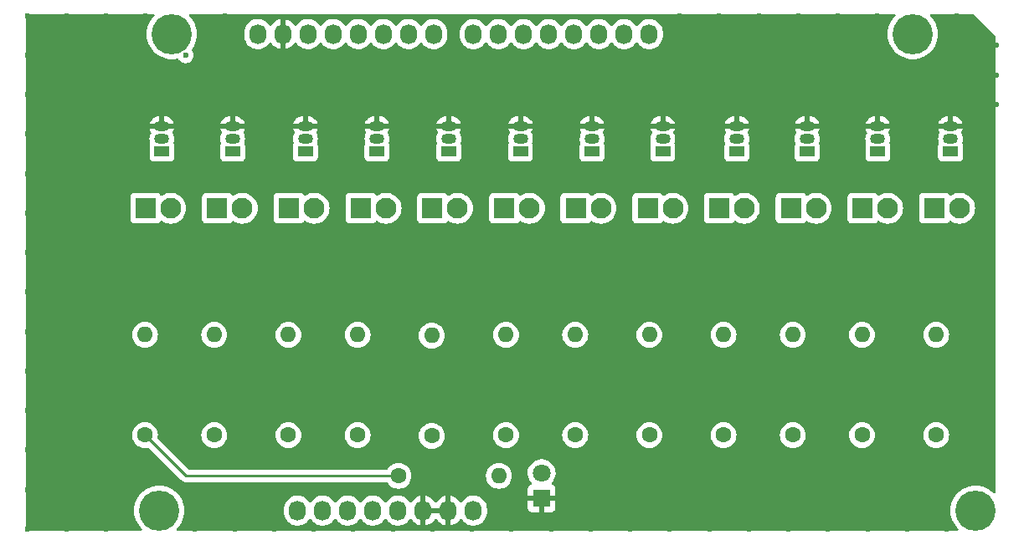
<source format=gbr>
%TF.GenerationSoftware,KiCad,Pcbnew,(6.0.5)*%
%TF.CreationDate,2022-06-14T18:07:34+02:00*%
%TF.ProjectId,vibrotactile_BCI_shield,76696272-6f74-4616-9374-696c655f4243,rev?*%
%TF.SameCoordinates,Original*%
%TF.FileFunction,Copper,L2,Bot*%
%TF.FilePolarity,Positive*%
%FSLAX46Y46*%
G04 Gerber Fmt 4.6, Leading zero omitted, Abs format (unit mm)*
G04 Created by KiCad (PCBNEW (6.0.5)) date 2022-06-14 18:07:34*
%MOMM*%
%LPD*%
G01*
G04 APERTURE LIST*
%TA.AperFunction,ComponentPad*%
%ADD10O,1.727200X2.032000*%
%TD*%
%TA.AperFunction,ComponentPad*%
%ADD11C,4.064000*%
%TD*%
%TA.AperFunction,ComponentPad*%
%ADD12C,2.100000*%
%TD*%
%TA.AperFunction,ComponentPad*%
%ADD13R,2.100000X2.100000*%
%TD*%
%TA.AperFunction,ComponentPad*%
%ADD14C,1.600000*%
%TD*%
%TA.AperFunction,ComponentPad*%
%ADD15O,1.600000X1.600000*%
%TD*%
%TA.AperFunction,ComponentPad*%
%ADD16O,1.500000X1.050000*%
%TD*%
%TA.AperFunction,ComponentPad*%
%ADD17R,1.500000X1.050000*%
%TD*%
%TA.AperFunction,ComponentPad*%
%ADD18C,1.800000*%
%TD*%
%TA.AperFunction,ComponentPad*%
%ADD19R,1.800000X1.800000*%
%TD*%
%TA.AperFunction,ViaPad*%
%ADD20C,0.600000*%
%TD*%
%TA.AperFunction,Conductor*%
%ADD21C,0.250000*%
%TD*%
G04 APERTURE END LIST*
D10*
%TO.P,H3,1,Pin_1*%
%TO.N,/MOT6_CMD*%
X149098000Y-70866000D03*
%TO.P,H3,2,Pin_2*%
%TO.N,/MOT5_CMD*%
X151638000Y-70866000D03*
%TO.P,H3,3,Pin_3*%
%TO.N,/MOT4_CMD*%
X154178000Y-70866000D03*
%TO.P,H3,4,Pin_4*%
%TO.N,/MOT3_CMD*%
X156718000Y-70866000D03*
%TO.P,H3,5,Pin_5*%
%TO.N,/MOT2_CMD*%
X159258000Y-70866000D03*
%TO.P,H3,6,Pin_6*%
%TO.N,/MOT1_CMD*%
X161798000Y-70866000D03*
%TO.P,H3,7,Pin_7*%
%TO.N,unconnected-(H3-Pad7)*%
X164338000Y-70866000D03*
%TO.P,H3,8,Pin_8*%
%TO.N,unconnected-(H3-Pad8)*%
X166878000Y-70866000D03*
%TD*%
%TO.P,H2,1,Pin_1*%
%TO.N,unconnected-(H2-Pad1)*%
X127300000Y-70866000D03*
%TO.P,H2,2,Pin_2*%
%TO.N,GND*%
X129840000Y-70866000D03*
%TO.P,H2,3,Pin_3*%
%TO.N,/MOT12_CMD*%
X132380000Y-70866000D03*
%TO.P,H2,4,Pin_4*%
%TO.N,/MOT11_CMD*%
X134920000Y-70866000D03*
%TO.P,H2,5,Pin_5*%
%TO.N,/MOT10_CMD*%
X137460000Y-70866000D03*
%TO.P,H2,6,Pin_6*%
%TO.N,/MOT9_CMD*%
X140000000Y-70866000D03*
%TO.P,H2,7,Pin_7*%
%TO.N,/MOT8_CMD*%
X142540000Y-70866000D03*
%TO.P,H2,8,Pin_8*%
%TO.N,/MOT7_CMD*%
X145080000Y-70866000D03*
%TD*%
%TO.P,H1,1,Pin_1*%
%TO.N,unconnected-(H1-Pad1)*%
X131318000Y-119126000D03*
%TO.P,H1,2,Pin_2*%
%TO.N,/IOREF*%
X133858000Y-119126000D03*
%TO.P,H1,3,Pin_3*%
%TO.N,/Reset*%
X136398000Y-119126000D03*
%TO.P,H1,4,Pin_4*%
%TO.N,+3V3*%
X138938000Y-119126000D03*
%TO.P,H1,5,Pin_5*%
%TO.N,+5V*%
X141478000Y-119126000D03*
%TO.P,H1,6,Pin_6*%
%TO.N,GND*%
X144018000Y-119126000D03*
%TO.P,H1,7,Pin_7*%
X146558000Y-119126000D03*
%TO.P,H1,8,Pin_8*%
%TO.N,/Vin*%
X149098000Y-119126000D03*
%TD*%
D11*
%TO.P,P1,1,Pin_1*%
%TO.N,unconnected-(P1-Pad1)*%
X117348000Y-119126000D03*
%TD*%
%TO.P,P3,1,Pin_1*%
%TO.N,unconnected-(P3-Pad1)*%
X199898000Y-119126000D03*
%TD*%
%TO.P,P4,1,Pin_1*%
%TO.N,unconnected-(P4-Pad1)*%
X118618000Y-70866000D03*
%TD*%
%TO.P,P2,1,Pin_1*%
%TO.N,unconnected-(P13-Pad1)*%
X193548000Y-70866000D03*
%TD*%
D12*
%TO.P,J10,2,Pin_2*%
%TO.N,Net-(J10-Pad2)*%
X183770000Y-88500000D03*
D13*
%TO.P,J10,1,Pin_1*%
%TO.N,Net-(J10-Pad1)*%
X181230000Y-88500000D03*
%TD*%
%TO.P,J5,1,Pin_1*%
%TO.N,Net-(J5-Pad1)*%
X144960000Y-88500000D03*
D12*
%TO.P,J5,2,Pin_2*%
%TO.N,Net-(J5-Pad2)*%
X147500000Y-88500000D03*
%TD*%
%TO.P,J8,2,Pin_2*%
%TO.N,Net-(J8-Pad2)*%
X169270000Y-88500000D03*
D13*
%TO.P,J8,1,Pin_1*%
%TO.N,Net-(J8-Pad1)*%
X166730000Y-88500000D03*
%TD*%
D14*
%TO.P,R1,1*%
%TO.N,+5V*%
X115900000Y-111480000D03*
D15*
%TO.P,R1,2*%
%TO.N,Net-(J1-Pad1)*%
X115900000Y-101320000D03*
%TD*%
D14*
%TO.P,R5,1*%
%TO.N,+5V*%
X144900000Y-111560000D03*
D15*
%TO.P,R5,2*%
%TO.N,Net-(J5-Pad1)*%
X144900000Y-101400000D03*
%TD*%
D14*
%TO.P,R7,1*%
%TO.N,+5V*%
X159400000Y-111480000D03*
D15*
%TO.P,R7,2*%
%TO.N,Net-(J7-Pad1)*%
X159400000Y-101320000D03*
%TD*%
D14*
%TO.P,R3,1*%
%TO.N,+5V*%
X130400000Y-111480000D03*
D15*
%TO.P,R3,2*%
%TO.N,Net-(J3-Pad1)*%
X130400000Y-101320000D03*
%TD*%
D16*
%TO.P,Q7,3,S*%
%TO.N,GND*%
X161110000Y-80210000D03*
%TO.P,Q7,2,G*%
%TO.N,/MOT6_CMD*%
X161110000Y-81480000D03*
D17*
%TO.P,Q7,1,D*%
%TO.N,Net-(J7-Pad2)*%
X161110000Y-82750000D03*
%TD*%
D16*
%TO.P,Q4,3,S*%
%TO.N,GND*%
X139360000Y-80210000D03*
%TO.P,Q4,2,G*%
%TO.N,/MOT9_CMD*%
X139360000Y-81480000D03*
D17*
%TO.P,Q4,1,D*%
%TO.N,Net-(J4-Pad2)*%
X139360000Y-82750000D03*
%TD*%
D16*
%TO.P,Q2,3,S*%
%TO.N,GND*%
X124750000Y-80210000D03*
%TO.P,Q2,2,G*%
%TO.N,/MOT11_CMD*%
X124750000Y-81480000D03*
D17*
%TO.P,Q2,1,D*%
%TO.N,Net-(J2-Pad2)*%
X124750000Y-82750000D03*
%TD*%
D16*
%TO.P,Q6,3,S*%
%TO.N,GND*%
X153860000Y-80210000D03*
%TO.P,Q6,2,G*%
%TO.N,/MOT7_CMD*%
X153860000Y-81480000D03*
D17*
%TO.P,Q6,1,D*%
%TO.N,Net-(J6-Pad2)*%
X153860000Y-82750000D03*
%TD*%
D15*
%TO.P,R13,2*%
%TO.N,Net-(D1-Pad2)*%
X151680000Y-115600000D03*
D14*
%TO.P,R13,1*%
%TO.N,+5V*%
X141520000Y-115600000D03*
%TD*%
%TO.P,R9,1*%
%TO.N,+5V*%
X174400000Y-111480000D03*
D15*
%TO.P,R9,2*%
%TO.N,Net-(J9-Pad1)*%
X174400000Y-101320000D03*
%TD*%
D16*
%TO.P,Q11,3,S*%
%TO.N,GND*%
X190000000Y-80210000D03*
%TO.P,Q11,2,G*%
%TO.N,/MOT2_CMD*%
X190000000Y-81480000D03*
D17*
%TO.P,Q11,1,D*%
%TO.N,Net-(J11-Pad2)*%
X190000000Y-82750000D03*
%TD*%
D12*
%TO.P,J2,2,Pin_2*%
%TO.N,Net-(J2-Pad2)*%
X125730000Y-88500000D03*
D13*
%TO.P,J2,1,Pin_1*%
%TO.N,Net-(J2-Pad1)*%
X123190000Y-88500000D03*
%TD*%
D14*
%TO.P,R8,1*%
%TO.N,+5V*%
X166900000Y-111480000D03*
D15*
%TO.P,R8,2*%
%TO.N,Net-(J8-Pad1)*%
X166900000Y-101320000D03*
%TD*%
D14*
%TO.P,R6,1*%
%TO.N,+5V*%
X152400000Y-111480000D03*
D15*
%TO.P,R6,2*%
%TO.N,Net-(J6-Pad1)*%
X152400000Y-101320000D03*
%TD*%
D18*
%TO.P,D1,2,A*%
%TO.N,Net-(D1-Pad2)*%
X156000000Y-115335000D03*
D19*
%TO.P,D1,1,K*%
%TO.N,GND*%
X156000000Y-117875000D03*
%TD*%
D12*
%TO.P,J7,2,Pin_2*%
%TO.N,Net-(J7-Pad2)*%
X162000000Y-88500000D03*
D13*
%TO.P,J7,1,Pin_1*%
%TO.N,Net-(J7-Pad1)*%
X159460000Y-88500000D03*
%TD*%
%TO.P,J11,1,Pin_1*%
%TO.N,Net-(J11-Pad1)*%
X188460000Y-88500000D03*
D12*
%TO.P,J11,2,Pin_2*%
%TO.N,Net-(J11-Pad2)*%
X191000000Y-88500000D03*
%TD*%
D16*
%TO.P,Q3,3,S*%
%TO.N,GND*%
X132110000Y-80210000D03*
%TO.P,Q3,2,G*%
%TO.N,/MOT10_CMD*%
X132110000Y-81480000D03*
D17*
%TO.P,Q3,1,D*%
%TO.N,Net-(J3-Pad2)*%
X132110000Y-82750000D03*
%TD*%
D16*
%TO.P,Q8,3,S*%
%TO.N,GND*%
X168250000Y-80210000D03*
%TO.P,Q8,2,G*%
%TO.N,/MOT5_CMD*%
X168250000Y-81480000D03*
D17*
%TO.P,Q8,1,D*%
%TO.N,Net-(J8-Pad2)*%
X168250000Y-82750000D03*
%TD*%
D16*
%TO.P,Q10,3,S*%
%TO.N,GND*%
X182860000Y-80210000D03*
%TO.P,Q10,2,G*%
%TO.N,/MOT3_CMD*%
X182860000Y-81480000D03*
D17*
%TO.P,Q10,1,D*%
%TO.N,Net-(J10-Pad2)*%
X182860000Y-82750000D03*
%TD*%
D12*
%TO.P,J1,2,Pin_2*%
%TO.N,Net-(J1-Pad2)*%
X118500000Y-88500000D03*
D13*
%TO.P,J1,1,Pin_1*%
%TO.N,Net-(J1-Pad1)*%
X115960000Y-88500000D03*
%TD*%
D12*
%TO.P,J12,2,Pin_2*%
%TO.N,Net-(J12-Pad2)*%
X198270000Y-88500000D03*
D13*
%TO.P,J12,1,Pin_1*%
%TO.N,Net-(J12-Pad1)*%
X195730000Y-88500000D03*
%TD*%
D14*
%TO.P,R4,1*%
%TO.N,+5V*%
X137400000Y-111480000D03*
D15*
%TO.P,R4,2*%
%TO.N,Net-(J4-Pad1)*%
X137400000Y-101320000D03*
%TD*%
D14*
%TO.P,R10,1*%
%TO.N,+5V*%
X181400000Y-111480000D03*
D15*
%TO.P,R10,2*%
%TO.N,Net-(J10-Pad1)*%
X181400000Y-101320000D03*
%TD*%
D12*
%TO.P,J9,2,Pin_2*%
%TO.N,Net-(J9-Pad2)*%
X176500000Y-88500000D03*
D13*
%TO.P,J9,1,Pin_1*%
%TO.N,Net-(J9-Pad1)*%
X173960000Y-88500000D03*
%TD*%
D16*
%TO.P,Q5,3,S*%
%TO.N,GND*%
X146610000Y-80210000D03*
%TO.P,Q5,2,G*%
%TO.N,/MOT8_CMD*%
X146610000Y-81480000D03*
D17*
%TO.P,Q5,1,D*%
%TO.N,Net-(J5-Pad2)*%
X146610000Y-82750000D03*
%TD*%
D12*
%TO.P,J6,2,Pin_2*%
%TO.N,Net-(J6-Pad2)*%
X154770000Y-88500000D03*
D13*
%TO.P,J6,1,Pin_1*%
%TO.N,Net-(J6-Pad1)*%
X152230000Y-88500000D03*
%TD*%
D16*
%TO.P,Q1,3,S*%
%TO.N,GND*%
X117610000Y-80210000D03*
%TO.P,Q1,2,G*%
%TO.N,/MOT12_CMD*%
X117610000Y-81480000D03*
D17*
%TO.P,Q1,1,D*%
%TO.N,Net-(J1-Pad2)*%
X117610000Y-82750000D03*
%TD*%
D12*
%TO.P,J3,2,Pin_2*%
%TO.N,Net-(J3-Pad2)*%
X133000000Y-88500000D03*
D13*
%TO.P,J3,1,Pin_1*%
%TO.N,Net-(J3-Pad1)*%
X130460000Y-88500000D03*
%TD*%
D16*
%TO.P,Q9,3,S*%
%TO.N,GND*%
X175750000Y-80210000D03*
%TO.P,Q9,2,G*%
%TO.N,/MOT4_CMD*%
X175750000Y-81480000D03*
D17*
%TO.P,Q9,1,D*%
%TO.N,Net-(J9-Pad2)*%
X175750000Y-82750000D03*
%TD*%
D14*
%TO.P,R2,1*%
%TO.N,+5V*%
X122900000Y-111480000D03*
D15*
%TO.P,R2,2*%
%TO.N,Net-(J2-Pad1)*%
X122900000Y-101320000D03*
%TD*%
D12*
%TO.P,J4,2,Pin_2*%
%TO.N,Net-(J4-Pad2)*%
X140270000Y-88500000D03*
D13*
%TO.P,J4,1,Pin_1*%
%TO.N,Net-(J4-Pad1)*%
X137730000Y-88500000D03*
%TD*%
D14*
%TO.P,R11,1*%
%TO.N,+5V*%
X188400000Y-111480000D03*
D15*
%TO.P,R11,2*%
%TO.N,Net-(J11-Pad1)*%
X188400000Y-101320000D03*
%TD*%
D16*
%TO.P,Q12,3,S*%
%TO.N,GND*%
X197360000Y-80210000D03*
%TO.P,Q12,2,G*%
%TO.N,/MOT1_CMD*%
X197360000Y-81480000D03*
D17*
%TO.P,Q12,1,D*%
%TO.N,Net-(J12-Pad2)*%
X197360000Y-82750000D03*
%TD*%
D14*
%TO.P,R12,1*%
%TO.N,+5V*%
X195900000Y-111480000D03*
D15*
%TO.P,R12,2*%
%TO.N,Net-(J12-Pad1)*%
X195900000Y-101320000D03*
%TD*%
D20*
%TO.N,GND*%
X125000000Y-121000000D03*
X125000000Y-117000000D03*
X121000000Y-121000000D03*
X121000000Y-117000000D03*
X149000000Y-121000000D03*
X133000000Y-121000000D03*
X141000000Y-121000000D03*
X145000000Y-121000000D03*
X137000000Y-121000000D03*
X129000000Y-121000000D03*
X173000000Y-121000000D03*
X157000000Y-121000000D03*
X165000000Y-121000000D03*
X169000000Y-121000000D03*
X161000000Y-121000000D03*
X153000000Y-121000000D03*
X197000000Y-121000000D03*
X181000000Y-121000000D03*
X189000000Y-121000000D03*
X193000000Y-121000000D03*
X185000000Y-121000000D03*
X177000000Y-121000000D03*
X199000000Y-109000000D03*
X199000000Y-102000000D03*
X185000000Y-102000000D03*
X178000000Y-102000000D03*
X171000000Y-102000000D03*
X163000000Y-102000000D03*
X192000000Y-102000000D03*
X192000000Y-109000000D03*
X185000000Y-109000000D03*
X178000000Y-109000000D03*
X171000000Y-109000000D03*
X163000000Y-109000000D03*
X156000000Y-109000000D03*
X149000000Y-109000000D03*
X141000000Y-109000000D03*
X134000000Y-109000000D03*
X127000000Y-109000000D03*
X126000000Y-114000000D03*
X133000000Y-114000000D03*
X199000000Y-97000000D03*
X192000000Y-97000000D03*
X185000000Y-97000000D03*
X178000000Y-97000000D03*
X162000000Y-97000000D03*
X155000000Y-97000000D03*
X151000000Y-97000000D03*
X148000000Y-97000000D03*
X142000000Y-97000000D03*
X139000000Y-97000000D03*
X156000000Y-102000000D03*
X149000000Y-102000000D03*
X141000000Y-102000000D03*
X134000000Y-102000000D03*
X127000000Y-102000000D03*
X119000000Y-102000000D03*
X117000000Y-97000000D03*
X125000000Y-97000000D03*
X132000000Y-97000000D03*
X128000000Y-97000000D03*
X136000000Y-97000000D03*
X120000000Y-97000000D03*
X170000000Y-76000000D03*
X174000000Y-76000000D03*
X166000000Y-76000000D03*
X174000000Y-78000000D03*
X178000000Y-76000000D03*
X183000000Y-76000000D03*
X186000000Y-75000000D03*
X202000000Y-72000000D03*
X198000000Y-69000000D03*
X198000000Y-72000000D03*
X202000000Y-75000000D03*
X202000000Y-78000000D03*
X198000000Y-75000000D03*
X198000000Y-78000000D03*
X194000000Y-75000000D03*
X194000000Y-78000000D03*
X190000000Y-75000000D03*
X190000000Y-78000000D03*
X190000000Y-69000000D03*
X190000000Y-72000000D03*
X186000000Y-72000000D03*
X182000000Y-72000000D03*
X178000000Y-72000000D03*
X174000000Y-72000000D03*
X170000000Y-72000000D03*
X186000000Y-69000000D03*
X182000000Y-69000000D03*
X178000000Y-69000000D03*
X174000000Y-69000000D03*
X170000000Y-69000000D03*
X160000000Y-73000000D03*
X159000000Y-77000000D03*
X155000000Y-73000000D03*
X152000000Y-77000000D03*
X149000000Y-73000000D03*
X147000000Y-77000000D03*
X144000000Y-77000000D03*
X144000000Y-73000000D03*
X139000000Y-77000000D03*
X139000000Y-73000000D03*
X133000000Y-77000000D03*
X128000000Y-73000000D03*
X124000000Y-77000000D03*
X124000000Y-69000000D03*
X124000000Y-73000000D03*
%TO.N,*%
X120000000Y-73000000D03*
%TO.N,GND*%
X120000000Y-77000000D03*
X112000000Y-121000000D03*
X108000000Y-121000000D03*
X104000000Y-121000000D03*
X112000000Y-117000000D03*
X108000000Y-117000000D03*
X104000000Y-117000000D03*
X112000000Y-113000000D03*
X108000000Y-113000000D03*
X104000000Y-113000000D03*
X112000000Y-109000000D03*
X108000000Y-109000000D03*
X104000000Y-109000000D03*
X112000000Y-105000000D03*
X108000000Y-105000000D03*
X104000000Y-105000000D03*
X112000000Y-101000000D03*
X108000000Y-101000000D03*
X104000000Y-101000000D03*
X112000000Y-97000000D03*
X108000000Y-97000000D03*
X104000000Y-97000000D03*
X112000000Y-93000000D03*
X108000000Y-93000000D03*
X104000000Y-93000000D03*
X112000000Y-89000000D03*
X108000000Y-89000000D03*
X104000000Y-89000000D03*
X116000000Y-85000000D03*
X112000000Y-85000000D03*
X108000000Y-85000000D03*
X104000000Y-85000000D03*
X116000000Y-81000000D03*
X112000000Y-81000000D03*
X108000000Y-81000000D03*
X104000000Y-81000000D03*
X116000000Y-77000000D03*
X112000000Y-77000000D03*
X108000000Y-77000000D03*
X104000000Y-77000000D03*
X116023315Y-73026168D03*
X112023315Y-73026168D03*
X108023315Y-73026168D03*
X104023315Y-73026168D03*
X116000000Y-69000000D03*
X112000000Y-69000000D03*
X108000000Y-69000000D03*
X104000000Y-69000000D03*
%TD*%
D21*
%TO.N,+5V*%
X120020000Y-115600000D02*
X115900000Y-111480000D01*
X141520000Y-115600000D02*
X120020000Y-115600000D01*
%TD*%
%TA.AperFunction,Conductor*%
%TO.N,GND*%
G36*
X116819997Y-68854502D02*
G01*
X116866490Y-68908158D01*
X116876594Y-68978432D01*
X116847100Y-69043012D01*
X116838129Y-69052350D01*
X116762394Y-69123470D01*
X116558629Y-69369779D01*
X116556505Y-69373126D01*
X116556502Y-69373130D01*
X116489830Y-69478188D01*
X116387341Y-69639685D01*
X116385657Y-69643264D01*
X116385653Y-69643271D01*
X116252922Y-69925340D01*
X116251233Y-69928930D01*
X116250007Y-69932702D01*
X116250007Y-69932703D01*
X116248107Y-69938551D01*
X116152449Y-70232954D01*
X116092549Y-70546961D01*
X116072477Y-70866000D01*
X116092549Y-71185039D01*
X116152449Y-71499046D01*
X116153676Y-71502822D01*
X116248201Y-71793737D01*
X116251233Y-71803070D01*
X116252920Y-71806656D01*
X116252922Y-71806660D01*
X116385653Y-72088729D01*
X116385657Y-72088736D01*
X116387341Y-72092315D01*
X116389465Y-72095661D01*
X116389465Y-72095662D01*
X116549914Y-72348488D01*
X116558629Y-72362221D01*
X116762394Y-72608530D01*
X116995423Y-72827359D01*
X117254041Y-73015256D01*
X117257510Y-73017163D01*
X117257513Y-73017165D01*
X117274747Y-73026639D01*
X117534169Y-73169258D01*
X117617720Y-73202338D01*
X117827707Y-73285478D01*
X117827710Y-73285479D01*
X117831390Y-73286936D01*
X117835224Y-73287920D01*
X117835232Y-73287923D01*
X117979966Y-73325084D01*
X118141017Y-73366435D01*
X118144945Y-73366931D01*
X118144949Y-73366932D01*
X118270642Y-73382810D01*
X118458165Y-73406500D01*
X118777835Y-73406500D01*
X118965358Y-73382810D01*
X119091051Y-73366932D01*
X119091055Y-73366931D01*
X119094983Y-73366435D01*
X119161574Y-73349337D01*
X119232527Y-73351770D01*
X119290903Y-73392178D01*
X119300683Y-73406108D01*
X119300921Y-73406500D01*
X119355380Y-73496424D01*
X119481382Y-73626902D01*
X119633159Y-73726222D01*
X119639763Y-73728678D01*
X119639765Y-73728679D01*
X119796558Y-73786990D01*
X119796560Y-73786990D01*
X119803168Y-73789448D01*
X119886995Y-73800633D01*
X119975980Y-73812507D01*
X119975984Y-73812507D01*
X119982961Y-73813438D01*
X119989972Y-73812800D01*
X119989976Y-73812800D01*
X120132459Y-73799832D01*
X120163600Y-73796998D01*
X120170302Y-73794820D01*
X120170304Y-73794820D01*
X120329409Y-73743124D01*
X120329412Y-73743123D01*
X120336108Y-73740947D01*
X120491912Y-73648069D01*
X120623266Y-73522982D01*
X120723643Y-73371902D01*
X120788055Y-73202338D01*
X120813299Y-73022717D01*
X120813616Y-73000000D01*
X120793397Y-72819745D01*
X120733745Y-72648448D01*
X120655751Y-72523630D01*
X120636615Y-72455261D01*
X120657481Y-72387400D01*
X120665521Y-72376545D01*
X120674261Y-72365980D01*
X120677371Y-72362221D01*
X120848659Y-72092315D01*
X120850343Y-72088736D01*
X120850347Y-72088729D01*
X120983078Y-71806660D01*
X120983080Y-71806656D01*
X120984767Y-71803070D01*
X120987800Y-71793737D01*
X121082324Y-71502822D01*
X121083551Y-71499046D01*
X121143451Y-71185039D01*
X121150256Y-71076868D01*
X125927900Y-71076868D01*
X125942626Y-71250420D01*
X125943964Y-71255577D01*
X125943965Y-71255580D01*
X125976816Y-71382146D01*
X126001125Y-71475806D01*
X126003317Y-71480672D01*
X126003318Y-71480675D01*
X126011594Y-71499046D01*
X126096762Y-71688113D01*
X126226804Y-71881272D01*
X126387532Y-72049758D01*
X126574350Y-72188754D01*
X126579102Y-72191170D01*
X126776244Y-72291402D01*
X126781916Y-72294286D01*
X126893106Y-72328811D01*
X126999193Y-72361753D01*
X126999199Y-72361754D01*
X127004296Y-72363337D01*
X127128660Y-72379820D01*
X127229848Y-72393232D01*
X127229852Y-72393232D01*
X127235132Y-72393932D01*
X127240462Y-72393732D01*
X127240463Y-72393732D01*
X127351477Y-72389564D01*
X127467822Y-72385197D01*
X127559408Y-72365980D01*
X127690486Y-72338477D01*
X127690489Y-72338476D01*
X127695713Y-72337380D01*
X127912290Y-72251850D01*
X128111359Y-72131051D01*
X128115855Y-72127150D01*
X128283197Y-71981939D01*
X128283199Y-71981937D01*
X128287230Y-71978439D01*
X128290613Y-71974313D01*
X128290617Y-71974309D01*
X128389776Y-71853374D01*
X128434872Y-71798376D01*
X128461122Y-71752261D01*
X128512202Y-71702956D01*
X128581832Y-71689094D01*
X128647904Y-71715077D01*
X128675143Y-71744227D01*
X128764215Y-71876530D01*
X128770876Y-71884816D01*
X128924180Y-72045520D01*
X128932148Y-72052569D01*
X129110336Y-72185144D01*
X129119366Y-72190743D01*
X129317347Y-72291402D01*
X129327208Y-72295405D01*
X129539301Y-72361263D01*
X129549696Y-72363548D01*
X129568041Y-72365980D01*
X129582208Y-72363783D01*
X129586000Y-72350599D01*
X129586000Y-72348488D01*
X130094000Y-72348488D01*
X130097973Y-72362019D01*
X130108580Y-72363544D01*
X130230343Y-72337996D01*
X130240539Y-72334936D01*
X130447097Y-72253363D01*
X130456634Y-72248629D01*
X130646503Y-72133414D01*
X130655093Y-72127150D01*
X130822837Y-71981589D01*
X130830257Y-71973959D01*
X130971073Y-71802220D01*
X130977102Y-71793449D01*
X131000533Y-71752285D01*
X131051615Y-71702978D01*
X131121245Y-71689116D01*
X131187316Y-71715099D01*
X131214555Y-71744249D01*
X131306804Y-71881272D01*
X131467532Y-72049758D01*
X131654350Y-72188754D01*
X131659102Y-72191170D01*
X131856244Y-72291402D01*
X131861916Y-72294286D01*
X131973106Y-72328811D01*
X132079193Y-72361753D01*
X132079199Y-72361754D01*
X132084296Y-72363337D01*
X132208660Y-72379820D01*
X132309848Y-72393232D01*
X132309852Y-72393232D01*
X132315132Y-72393932D01*
X132320462Y-72393732D01*
X132320463Y-72393732D01*
X132431477Y-72389564D01*
X132547822Y-72385197D01*
X132639408Y-72365980D01*
X132770486Y-72338477D01*
X132770489Y-72338476D01*
X132775713Y-72337380D01*
X132992290Y-72251850D01*
X133191359Y-72131051D01*
X133195855Y-72127150D01*
X133363197Y-71981939D01*
X133363199Y-71981937D01*
X133367230Y-71978439D01*
X133370613Y-71974313D01*
X133370617Y-71974309D01*
X133469776Y-71853374D01*
X133514872Y-71798376D01*
X133540845Y-71752748D01*
X133591927Y-71703442D01*
X133661558Y-71689580D01*
X133727629Y-71715563D01*
X133754867Y-71744713D01*
X133846804Y-71881272D01*
X134007532Y-72049758D01*
X134194350Y-72188754D01*
X134199102Y-72191170D01*
X134396244Y-72291402D01*
X134401916Y-72294286D01*
X134513106Y-72328811D01*
X134619193Y-72361753D01*
X134619199Y-72361754D01*
X134624296Y-72363337D01*
X134748660Y-72379820D01*
X134849848Y-72393232D01*
X134849852Y-72393232D01*
X134855132Y-72393932D01*
X134860462Y-72393732D01*
X134860463Y-72393732D01*
X134971477Y-72389564D01*
X135087822Y-72385197D01*
X135179408Y-72365980D01*
X135310486Y-72338477D01*
X135310489Y-72338476D01*
X135315713Y-72337380D01*
X135532290Y-72251850D01*
X135731359Y-72131051D01*
X135735855Y-72127150D01*
X135903197Y-71981939D01*
X135903199Y-71981937D01*
X135907230Y-71978439D01*
X135910613Y-71974313D01*
X135910617Y-71974309D01*
X136009776Y-71853374D01*
X136054872Y-71798376D01*
X136080845Y-71752748D01*
X136131927Y-71703442D01*
X136201558Y-71689580D01*
X136267629Y-71715563D01*
X136294867Y-71744713D01*
X136386804Y-71881272D01*
X136547532Y-72049758D01*
X136734350Y-72188754D01*
X136739102Y-72191170D01*
X136936244Y-72291402D01*
X136941916Y-72294286D01*
X137053106Y-72328811D01*
X137159193Y-72361753D01*
X137159199Y-72361754D01*
X137164296Y-72363337D01*
X137288660Y-72379820D01*
X137389848Y-72393232D01*
X137389852Y-72393232D01*
X137395132Y-72393932D01*
X137400462Y-72393732D01*
X137400463Y-72393732D01*
X137511477Y-72389564D01*
X137627822Y-72385197D01*
X137719408Y-72365980D01*
X137850486Y-72338477D01*
X137850489Y-72338476D01*
X137855713Y-72337380D01*
X138072290Y-72251850D01*
X138271359Y-72131051D01*
X138275855Y-72127150D01*
X138443197Y-71981939D01*
X138443199Y-71981937D01*
X138447230Y-71978439D01*
X138450613Y-71974313D01*
X138450617Y-71974309D01*
X138549776Y-71853374D01*
X138594872Y-71798376D01*
X138620845Y-71752748D01*
X138671927Y-71703442D01*
X138741558Y-71689580D01*
X138807629Y-71715563D01*
X138834867Y-71744713D01*
X138926804Y-71881272D01*
X139087532Y-72049758D01*
X139274350Y-72188754D01*
X139279102Y-72191170D01*
X139476244Y-72291402D01*
X139481916Y-72294286D01*
X139593106Y-72328811D01*
X139699193Y-72361753D01*
X139699199Y-72361754D01*
X139704296Y-72363337D01*
X139828660Y-72379820D01*
X139929848Y-72393232D01*
X139929852Y-72393232D01*
X139935132Y-72393932D01*
X139940462Y-72393732D01*
X139940463Y-72393732D01*
X140051477Y-72389564D01*
X140167822Y-72385197D01*
X140259408Y-72365980D01*
X140390486Y-72338477D01*
X140390489Y-72338476D01*
X140395713Y-72337380D01*
X140612290Y-72251850D01*
X140811359Y-72131051D01*
X140815855Y-72127150D01*
X140983197Y-71981939D01*
X140983199Y-71981937D01*
X140987230Y-71978439D01*
X140990613Y-71974313D01*
X140990617Y-71974309D01*
X141089776Y-71853374D01*
X141134872Y-71798376D01*
X141160845Y-71752748D01*
X141211927Y-71703442D01*
X141281558Y-71689580D01*
X141347629Y-71715563D01*
X141374867Y-71744713D01*
X141466804Y-71881272D01*
X141627532Y-72049758D01*
X141814350Y-72188754D01*
X141819102Y-72191170D01*
X142016244Y-72291402D01*
X142021916Y-72294286D01*
X142133106Y-72328811D01*
X142239193Y-72361753D01*
X142239199Y-72361754D01*
X142244296Y-72363337D01*
X142368660Y-72379820D01*
X142469848Y-72393232D01*
X142469852Y-72393232D01*
X142475132Y-72393932D01*
X142480462Y-72393732D01*
X142480463Y-72393732D01*
X142591477Y-72389564D01*
X142707822Y-72385197D01*
X142799408Y-72365980D01*
X142930486Y-72338477D01*
X142930489Y-72338476D01*
X142935713Y-72337380D01*
X143152290Y-72251850D01*
X143351359Y-72131051D01*
X143355855Y-72127150D01*
X143523197Y-71981939D01*
X143523199Y-71981937D01*
X143527230Y-71978439D01*
X143530613Y-71974313D01*
X143530617Y-71974309D01*
X143629776Y-71853374D01*
X143674872Y-71798376D01*
X143700845Y-71752748D01*
X143751927Y-71703442D01*
X143821558Y-71689580D01*
X143887629Y-71715563D01*
X143914867Y-71744713D01*
X144006804Y-71881272D01*
X144167532Y-72049758D01*
X144354350Y-72188754D01*
X144359102Y-72191170D01*
X144556244Y-72291402D01*
X144561916Y-72294286D01*
X144673106Y-72328811D01*
X144779193Y-72361753D01*
X144779199Y-72361754D01*
X144784296Y-72363337D01*
X144908660Y-72379820D01*
X145009848Y-72393232D01*
X145009852Y-72393232D01*
X145015132Y-72393932D01*
X145020462Y-72393732D01*
X145020463Y-72393732D01*
X145131477Y-72389564D01*
X145247822Y-72385197D01*
X145339408Y-72365980D01*
X145470486Y-72338477D01*
X145470489Y-72338476D01*
X145475713Y-72337380D01*
X145692290Y-72251850D01*
X145891359Y-72131051D01*
X145895855Y-72127150D01*
X146063197Y-71981939D01*
X146063199Y-71981937D01*
X146067230Y-71978439D01*
X146070613Y-71974313D01*
X146070617Y-71974309D01*
X146169776Y-71853374D01*
X146214872Y-71798376D01*
X146245696Y-71744227D01*
X146327422Y-71600654D01*
X146330065Y-71596011D01*
X146350239Y-71540435D01*
X146407695Y-71382146D01*
X146407696Y-71382142D01*
X146409515Y-71377131D01*
X146450950Y-71147993D01*
X146452100Y-71123606D01*
X146452100Y-71076868D01*
X147725900Y-71076868D01*
X147740626Y-71250420D01*
X147741964Y-71255577D01*
X147741965Y-71255580D01*
X147774816Y-71382146D01*
X147799125Y-71475806D01*
X147801317Y-71480672D01*
X147801318Y-71480675D01*
X147809594Y-71499046D01*
X147894762Y-71688113D01*
X148024804Y-71881272D01*
X148185532Y-72049758D01*
X148372350Y-72188754D01*
X148377102Y-72191170D01*
X148574244Y-72291402D01*
X148579916Y-72294286D01*
X148691106Y-72328811D01*
X148797193Y-72361753D01*
X148797199Y-72361754D01*
X148802296Y-72363337D01*
X148926660Y-72379820D01*
X149027848Y-72393232D01*
X149027852Y-72393232D01*
X149033132Y-72393932D01*
X149038462Y-72393732D01*
X149038463Y-72393732D01*
X149149477Y-72389564D01*
X149265822Y-72385197D01*
X149357408Y-72365980D01*
X149488486Y-72338477D01*
X149488489Y-72338476D01*
X149493713Y-72337380D01*
X149710290Y-72251850D01*
X149909359Y-72131051D01*
X149913855Y-72127150D01*
X150081197Y-71981939D01*
X150081199Y-71981937D01*
X150085230Y-71978439D01*
X150088613Y-71974313D01*
X150088617Y-71974309D01*
X150187776Y-71853374D01*
X150232872Y-71798376D01*
X150258845Y-71752748D01*
X150309927Y-71703442D01*
X150379558Y-71689580D01*
X150445629Y-71715563D01*
X150472867Y-71744713D01*
X150564804Y-71881272D01*
X150725532Y-72049758D01*
X150912350Y-72188754D01*
X150917102Y-72191170D01*
X151114244Y-72291402D01*
X151119916Y-72294286D01*
X151231106Y-72328811D01*
X151337193Y-72361753D01*
X151337199Y-72361754D01*
X151342296Y-72363337D01*
X151466660Y-72379820D01*
X151567848Y-72393232D01*
X151567852Y-72393232D01*
X151573132Y-72393932D01*
X151578462Y-72393732D01*
X151578463Y-72393732D01*
X151689477Y-72389564D01*
X151805822Y-72385197D01*
X151897408Y-72365980D01*
X152028486Y-72338477D01*
X152028489Y-72338476D01*
X152033713Y-72337380D01*
X152250290Y-72251850D01*
X152449359Y-72131051D01*
X152453855Y-72127150D01*
X152621197Y-71981939D01*
X152621199Y-71981937D01*
X152625230Y-71978439D01*
X152628613Y-71974313D01*
X152628617Y-71974309D01*
X152727776Y-71853374D01*
X152772872Y-71798376D01*
X152798845Y-71752748D01*
X152849927Y-71703442D01*
X152919558Y-71689580D01*
X152985629Y-71715563D01*
X153012867Y-71744713D01*
X153104804Y-71881272D01*
X153265532Y-72049758D01*
X153452350Y-72188754D01*
X153457102Y-72191170D01*
X153654244Y-72291402D01*
X153659916Y-72294286D01*
X153771106Y-72328811D01*
X153877193Y-72361753D01*
X153877199Y-72361754D01*
X153882296Y-72363337D01*
X154006660Y-72379820D01*
X154107848Y-72393232D01*
X154107852Y-72393232D01*
X154113132Y-72393932D01*
X154118462Y-72393732D01*
X154118463Y-72393732D01*
X154229477Y-72389564D01*
X154345822Y-72385197D01*
X154437408Y-72365980D01*
X154568486Y-72338477D01*
X154568489Y-72338476D01*
X154573713Y-72337380D01*
X154790290Y-72251850D01*
X154989359Y-72131051D01*
X154993855Y-72127150D01*
X155161197Y-71981939D01*
X155161199Y-71981937D01*
X155165230Y-71978439D01*
X155168613Y-71974313D01*
X155168617Y-71974309D01*
X155267776Y-71853374D01*
X155312872Y-71798376D01*
X155338845Y-71752748D01*
X155389927Y-71703442D01*
X155459558Y-71689580D01*
X155525629Y-71715563D01*
X155552867Y-71744713D01*
X155644804Y-71881272D01*
X155805532Y-72049758D01*
X155992350Y-72188754D01*
X155997102Y-72191170D01*
X156194244Y-72291402D01*
X156199916Y-72294286D01*
X156311106Y-72328811D01*
X156417193Y-72361753D01*
X156417199Y-72361754D01*
X156422296Y-72363337D01*
X156546660Y-72379820D01*
X156647848Y-72393232D01*
X156647852Y-72393232D01*
X156653132Y-72393932D01*
X156658462Y-72393732D01*
X156658463Y-72393732D01*
X156769477Y-72389564D01*
X156885822Y-72385197D01*
X156977408Y-72365980D01*
X157108486Y-72338477D01*
X157108489Y-72338476D01*
X157113713Y-72337380D01*
X157330290Y-72251850D01*
X157529359Y-72131051D01*
X157533855Y-72127150D01*
X157701197Y-71981939D01*
X157701199Y-71981937D01*
X157705230Y-71978439D01*
X157708613Y-71974313D01*
X157708617Y-71974309D01*
X157807776Y-71853374D01*
X157852872Y-71798376D01*
X157878845Y-71752748D01*
X157929927Y-71703442D01*
X157999558Y-71689580D01*
X158065629Y-71715563D01*
X158092867Y-71744713D01*
X158184804Y-71881272D01*
X158345532Y-72049758D01*
X158532350Y-72188754D01*
X158537102Y-72191170D01*
X158734244Y-72291402D01*
X158739916Y-72294286D01*
X158851106Y-72328811D01*
X158957193Y-72361753D01*
X158957199Y-72361754D01*
X158962296Y-72363337D01*
X159086660Y-72379820D01*
X159187848Y-72393232D01*
X159187852Y-72393232D01*
X159193132Y-72393932D01*
X159198462Y-72393732D01*
X159198463Y-72393732D01*
X159309477Y-72389564D01*
X159425822Y-72385197D01*
X159517408Y-72365980D01*
X159648486Y-72338477D01*
X159648489Y-72338476D01*
X159653713Y-72337380D01*
X159870290Y-72251850D01*
X160069359Y-72131051D01*
X160073855Y-72127150D01*
X160241197Y-71981939D01*
X160241199Y-71981937D01*
X160245230Y-71978439D01*
X160248613Y-71974313D01*
X160248617Y-71974309D01*
X160347776Y-71853374D01*
X160392872Y-71798376D01*
X160418845Y-71752748D01*
X160469927Y-71703442D01*
X160539558Y-71689580D01*
X160605629Y-71715563D01*
X160632867Y-71744713D01*
X160724804Y-71881272D01*
X160885532Y-72049758D01*
X161072350Y-72188754D01*
X161077102Y-72191170D01*
X161274244Y-72291402D01*
X161279916Y-72294286D01*
X161391106Y-72328811D01*
X161497193Y-72361753D01*
X161497199Y-72361754D01*
X161502296Y-72363337D01*
X161626660Y-72379820D01*
X161727848Y-72393232D01*
X161727852Y-72393232D01*
X161733132Y-72393932D01*
X161738462Y-72393732D01*
X161738463Y-72393732D01*
X161849477Y-72389564D01*
X161965822Y-72385197D01*
X162057408Y-72365980D01*
X162188486Y-72338477D01*
X162188489Y-72338476D01*
X162193713Y-72337380D01*
X162410290Y-72251850D01*
X162609359Y-72131051D01*
X162613855Y-72127150D01*
X162781197Y-71981939D01*
X162781199Y-71981937D01*
X162785230Y-71978439D01*
X162788613Y-71974313D01*
X162788617Y-71974309D01*
X162887776Y-71853374D01*
X162932872Y-71798376D01*
X162958845Y-71752748D01*
X163009927Y-71703442D01*
X163079558Y-71689580D01*
X163145629Y-71715563D01*
X163172867Y-71744713D01*
X163264804Y-71881272D01*
X163425532Y-72049758D01*
X163612350Y-72188754D01*
X163617102Y-72191170D01*
X163814244Y-72291402D01*
X163819916Y-72294286D01*
X163931106Y-72328811D01*
X164037193Y-72361753D01*
X164037199Y-72361754D01*
X164042296Y-72363337D01*
X164166660Y-72379820D01*
X164267848Y-72393232D01*
X164267852Y-72393232D01*
X164273132Y-72393932D01*
X164278462Y-72393732D01*
X164278463Y-72393732D01*
X164389477Y-72389564D01*
X164505822Y-72385197D01*
X164597408Y-72365980D01*
X164728486Y-72338477D01*
X164728489Y-72338476D01*
X164733713Y-72337380D01*
X164950290Y-72251850D01*
X165149359Y-72131051D01*
X165153855Y-72127150D01*
X165321197Y-71981939D01*
X165321199Y-71981937D01*
X165325230Y-71978439D01*
X165328613Y-71974313D01*
X165328617Y-71974309D01*
X165427776Y-71853374D01*
X165472872Y-71798376D01*
X165498845Y-71752748D01*
X165549927Y-71703442D01*
X165619558Y-71689580D01*
X165685629Y-71715563D01*
X165712867Y-71744713D01*
X165804804Y-71881272D01*
X165965532Y-72049758D01*
X166152350Y-72188754D01*
X166157102Y-72191170D01*
X166354244Y-72291402D01*
X166359916Y-72294286D01*
X166471106Y-72328811D01*
X166577193Y-72361753D01*
X166577199Y-72361754D01*
X166582296Y-72363337D01*
X166706660Y-72379820D01*
X166807848Y-72393232D01*
X166807852Y-72393232D01*
X166813132Y-72393932D01*
X166818462Y-72393732D01*
X166818463Y-72393732D01*
X166929477Y-72389564D01*
X167045822Y-72385197D01*
X167137408Y-72365980D01*
X167268486Y-72338477D01*
X167268489Y-72338476D01*
X167273713Y-72337380D01*
X167490290Y-72251850D01*
X167689359Y-72131051D01*
X167693855Y-72127150D01*
X167861197Y-71981939D01*
X167861199Y-71981937D01*
X167865230Y-71978439D01*
X167868613Y-71974313D01*
X167868617Y-71974309D01*
X167967776Y-71853374D01*
X168012872Y-71798376D01*
X168043696Y-71744227D01*
X168125422Y-71600654D01*
X168128065Y-71596011D01*
X168148239Y-71540435D01*
X168205695Y-71382146D01*
X168205696Y-71382142D01*
X168207515Y-71377131D01*
X168248950Y-71147993D01*
X168250100Y-71123606D01*
X168250100Y-70655132D01*
X168235374Y-70481580D01*
X168231940Y-70468350D01*
X168178217Y-70261363D01*
X168178216Y-70261359D01*
X168176875Y-70256194D01*
X168168164Y-70236855D01*
X168083433Y-70048760D01*
X168081238Y-70043887D01*
X167951196Y-69850728D01*
X167790468Y-69682242D01*
X167603650Y-69543246D01*
X167476574Y-69478637D01*
X167400842Y-69440133D01*
X167400841Y-69440133D01*
X167396084Y-69437714D01*
X167257299Y-69394620D01*
X167178807Y-69370247D01*
X167178801Y-69370246D01*
X167173704Y-69368663D01*
X167049340Y-69352180D01*
X166948152Y-69338768D01*
X166948148Y-69338768D01*
X166942868Y-69338068D01*
X166937538Y-69338268D01*
X166937537Y-69338268D01*
X166826523Y-69342436D01*
X166710178Y-69346803D01*
X166627474Y-69364156D01*
X166487514Y-69393523D01*
X166487511Y-69393524D01*
X166482287Y-69394620D01*
X166265710Y-69480150D01*
X166066641Y-69600949D01*
X166062611Y-69604446D01*
X165968075Y-69686480D01*
X165890770Y-69753561D01*
X165887387Y-69757687D01*
X165887383Y-69757691D01*
X165814262Y-69846869D01*
X165743128Y-69933624D01*
X165740490Y-69938259D01*
X165740487Y-69938263D01*
X165717155Y-69979252D01*
X165666073Y-70028558D01*
X165596442Y-70042420D01*
X165530371Y-70016437D01*
X165503133Y-69987287D01*
X165414176Y-69855155D01*
X165411196Y-69850728D01*
X165250468Y-69682242D01*
X165063650Y-69543246D01*
X164936574Y-69478637D01*
X164860842Y-69440133D01*
X164860841Y-69440133D01*
X164856084Y-69437714D01*
X164717299Y-69394620D01*
X164638807Y-69370247D01*
X164638801Y-69370246D01*
X164633704Y-69368663D01*
X164509340Y-69352180D01*
X164408152Y-69338768D01*
X164408148Y-69338768D01*
X164402868Y-69338068D01*
X164397538Y-69338268D01*
X164397537Y-69338268D01*
X164286523Y-69342436D01*
X164170178Y-69346803D01*
X164087474Y-69364156D01*
X163947514Y-69393523D01*
X163947511Y-69393524D01*
X163942287Y-69394620D01*
X163725710Y-69480150D01*
X163526641Y-69600949D01*
X163522611Y-69604446D01*
X163428075Y-69686480D01*
X163350770Y-69753561D01*
X163347387Y-69757687D01*
X163347383Y-69757691D01*
X163274262Y-69846869D01*
X163203128Y-69933624D01*
X163200490Y-69938259D01*
X163200487Y-69938263D01*
X163177155Y-69979252D01*
X163126073Y-70028558D01*
X163056442Y-70042420D01*
X162990371Y-70016437D01*
X162963133Y-69987287D01*
X162874176Y-69855155D01*
X162871196Y-69850728D01*
X162710468Y-69682242D01*
X162523650Y-69543246D01*
X162396574Y-69478637D01*
X162320842Y-69440133D01*
X162320841Y-69440133D01*
X162316084Y-69437714D01*
X162177299Y-69394620D01*
X162098807Y-69370247D01*
X162098801Y-69370246D01*
X162093704Y-69368663D01*
X161969340Y-69352180D01*
X161868152Y-69338768D01*
X161868148Y-69338768D01*
X161862868Y-69338068D01*
X161857538Y-69338268D01*
X161857537Y-69338268D01*
X161746523Y-69342436D01*
X161630178Y-69346803D01*
X161547474Y-69364156D01*
X161407514Y-69393523D01*
X161407511Y-69393524D01*
X161402287Y-69394620D01*
X161185710Y-69480150D01*
X160986641Y-69600949D01*
X160982611Y-69604446D01*
X160888075Y-69686480D01*
X160810770Y-69753561D01*
X160807387Y-69757687D01*
X160807383Y-69757691D01*
X160734262Y-69846869D01*
X160663128Y-69933624D01*
X160660490Y-69938259D01*
X160660487Y-69938263D01*
X160637155Y-69979252D01*
X160586073Y-70028558D01*
X160516442Y-70042420D01*
X160450371Y-70016437D01*
X160423133Y-69987287D01*
X160334176Y-69855155D01*
X160331196Y-69850728D01*
X160170468Y-69682242D01*
X159983650Y-69543246D01*
X159856574Y-69478637D01*
X159780842Y-69440133D01*
X159780841Y-69440133D01*
X159776084Y-69437714D01*
X159637299Y-69394620D01*
X159558807Y-69370247D01*
X159558801Y-69370246D01*
X159553704Y-69368663D01*
X159429340Y-69352180D01*
X159328152Y-69338768D01*
X159328148Y-69338768D01*
X159322868Y-69338068D01*
X159317538Y-69338268D01*
X159317537Y-69338268D01*
X159206523Y-69342436D01*
X159090178Y-69346803D01*
X159007474Y-69364156D01*
X158867514Y-69393523D01*
X158867511Y-69393524D01*
X158862287Y-69394620D01*
X158645710Y-69480150D01*
X158446641Y-69600949D01*
X158442611Y-69604446D01*
X158348075Y-69686480D01*
X158270770Y-69753561D01*
X158267387Y-69757687D01*
X158267383Y-69757691D01*
X158194262Y-69846869D01*
X158123128Y-69933624D01*
X158120490Y-69938259D01*
X158120487Y-69938263D01*
X158097155Y-69979252D01*
X158046073Y-70028558D01*
X157976442Y-70042420D01*
X157910371Y-70016437D01*
X157883133Y-69987287D01*
X157794176Y-69855155D01*
X157791196Y-69850728D01*
X157630468Y-69682242D01*
X157443650Y-69543246D01*
X157316574Y-69478637D01*
X157240842Y-69440133D01*
X157240841Y-69440133D01*
X157236084Y-69437714D01*
X157097299Y-69394620D01*
X157018807Y-69370247D01*
X157018801Y-69370246D01*
X157013704Y-69368663D01*
X156889340Y-69352180D01*
X156788152Y-69338768D01*
X156788148Y-69338768D01*
X156782868Y-69338068D01*
X156777538Y-69338268D01*
X156777537Y-69338268D01*
X156666523Y-69342436D01*
X156550178Y-69346803D01*
X156467474Y-69364156D01*
X156327514Y-69393523D01*
X156327511Y-69393524D01*
X156322287Y-69394620D01*
X156105710Y-69480150D01*
X155906641Y-69600949D01*
X155902611Y-69604446D01*
X155808075Y-69686480D01*
X155730770Y-69753561D01*
X155727387Y-69757687D01*
X155727383Y-69757691D01*
X155654262Y-69846869D01*
X155583128Y-69933624D01*
X155580490Y-69938259D01*
X155580487Y-69938263D01*
X155557155Y-69979252D01*
X155506073Y-70028558D01*
X155436442Y-70042420D01*
X155370371Y-70016437D01*
X155343133Y-69987287D01*
X155254176Y-69855155D01*
X155251196Y-69850728D01*
X155090468Y-69682242D01*
X154903650Y-69543246D01*
X154776574Y-69478637D01*
X154700842Y-69440133D01*
X154700841Y-69440133D01*
X154696084Y-69437714D01*
X154557299Y-69394620D01*
X154478807Y-69370247D01*
X154478801Y-69370246D01*
X154473704Y-69368663D01*
X154349340Y-69352180D01*
X154248152Y-69338768D01*
X154248148Y-69338768D01*
X154242868Y-69338068D01*
X154237538Y-69338268D01*
X154237537Y-69338268D01*
X154126523Y-69342436D01*
X154010178Y-69346803D01*
X153927474Y-69364156D01*
X153787514Y-69393523D01*
X153787511Y-69393524D01*
X153782287Y-69394620D01*
X153565710Y-69480150D01*
X153366641Y-69600949D01*
X153362611Y-69604446D01*
X153268075Y-69686480D01*
X153190770Y-69753561D01*
X153187387Y-69757687D01*
X153187383Y-69757691D01*
X153114262Y-69846869D01*
X153043128Y-69933624D01*
X153040490Y-69938259D01*
X153040487Y-69938263D01*
X153017155Y-69979252D01*
X152966073Y-70028558D01*
X152896442Y-70042420D01*
X152830371Y-70016437D01*
X152803133Y-69987287D01*
X152714176Y-69855155D01*
X152711196Y-69850728D01*
X152550468Y-69682242D01*
X152363650Y-69543246D01*
X152236574Y-69478637D01*
X152160842Y-69440133D01*
X152160841Y-69440133D01*
X152156084Y-69437714D01*
X152017299Y-69394620D01*
X151938807Y-69370247D01*
X151938801Y-69370246D01*
X151933704Y-69368663D01*
X151809340Y-69352180D01*
X151708152Y-69338768D01*
X151708148Y-69338768D01*
X151702868Y-69338068D01*
X151697538Y-69338268D01*
X151697537Y-69338268D01*
X151586523Y-69342436D01*
X151470178Y-69346803D01*
X151387474Y-69364156D01*
X151247514Y-69393523D01*
X151247511Y-69393524D01*
X151242287Y-69394620D01*
X151025710Y-69480150D01*
X150826641Y-69600949D01*
X150822611Y-69604446D01*
X150728075Y-69686480D01*
X150650770Y-69753561D01*
X150647387Y-69757687D01*
X150647383Y-69757691D01*
X150574262Y-69846869D01*
X150503128Y-69933624D01*
X150500490Y-69938259D01*
X150500487Y-69938263D01*
X150477155Y-69979252D01*
X150426073Y-70028558D01*
X150356442Y-70042420D01*
X150290371Y-70016437D01*
X150263133Y-69987287D01*
X150174176Y-69855155D01*
X150171196Y-69850728D01*
X150010468Y-69682242D01*
X149823650Y-69543246D01*
X149696574Y-69478637D01*
X149620842Y-69440133D01*
X149620841Y-69440133D01*
X149616084Y-69437714D01*
X149477299Y-69394620D01*
X149398807Y-69370247D01*
X149398801Y-69370246D01*
X149393704Y-69368663D01*
X149269340Y-69352180D01*
X149168152Y-69338768D01*
X149168148Y-69338768D01*
X149162868Y-69338068D01*
X149157538Y-69338268D01*
X149157537Y-69338268D01*
X149046523Y-69342436D01*
X148930178Y-69346803D01*
X148847474Y-69364156D01*
X148707514Y-69393523D01*
X148707511Y-69393524D01*
X148702287Y-69394620D01*
X148485710Y-69480150D01*
X148286641Y-69600949D01*
X148282611Y-69604446D01*
X148188075Y-69686480D01*
X148110770Y-69753561D01*
X148107387Y-69757687D01*
X148107383Y-69757691D01*
X148034262Y-69846869D01*
X147963128Y-69933624D01*
X147960490Y-69938259D01*
X147960487Y-69938263D01*
X147897589Y-70048760D01*
X147847935Y-70135989D01*
X147846114Y-70141005D01*
X147846112Y-70141010D01*
X147804302Y-70256194D01*
X147768485Y-70354869D01*
X147727050Y-70584007D01*
X147725900Y-70608394D01*
X147725900Y-71076868D01*
X146452100Y-71076868D01*
X146452100Y-70655132D01*
X146437374Y-70481580D01*
X146433940Y-70468350D01*
X146380217Y-70261363D01*
X146380216Y-70261359D01*
X146378875Y-70256194D01*
X146370164Y-70236855D01*
X146285433Y-70048760D01*
X146283238Y-70043887D01*
X146153196Y-69850728D01*
X145992468Y-69682242D01*
X145805650Y-69543246D01*
X145678574Y-69478637D01*
X145602842Y-69440133D01*
X145602841Y-69440133D01*
X145598084Y-69437714D01*
X145459299Y-69394620D01*
X145380807Y-69370247D01*
X145380801Y-69370246D01*
X145375704Y-69368663D01*
X145251340Y-69352180D01*
X145150152Y-69338768D01*
X145150148Y-69338768D01*
X145144868Y-69338068D01*
X145139538Y-69338268D01*
X145139537Y-69338268D01*
X145028523Y-69342436D01*
X144912178Y-69346803D01*
X144829474Y-69364156D01*
X144689514Y-69393523D01*
X144689511Y-69393524D01*
X144684287Y-69394620D01*
X144467710Y-69480150D01*
X144268641Y-69600949D01*
X144264611Y-69604446D01*
X144170075Y-69686480D01*
X144092770Y-69753561D01*
X144089387Y-69757687D01*
X144089383Y-69757691D01*
X144016262Y-69846869D01*
X143945128Y-69933624D01*
X143942490Y-69938259D01*
X143942487Y-69938263D01*
X143919155Y-69979252D01*
X143868073Y-70028558D01*
X143798442Y-70042420D01*
X143732371Y-70016437D01*
X143705133Y-69987287D01*
X143616176Y-69855155D01*
X143613196Y-69850728D01*
X143452468Y-69682242D01*
X143265650Y-69543246D01*
X143138574Y-69478637D01*
X143062842Y-69440133D01*
X143062841Y-69440133D01*
X143058084Y-69437714D01*
X142919299Y-69394620D01*
X142840807Y-69370247D01*
X142840801Y-69370246D01*
X142835704Y-69368663D01*
X142711340Y-69352180D01*
X142610152Y-69338768D01*
X142610148Y-69338768D01*
X142604868Y-69338068D01*
X142599538Y-69338268D01*
X142599537Y-69338268D01*
X142488523Y-69342436D01*
X142372178Y-69346803D01*
X142289474Y-69364156D01*
X142149514Y-69393523D01*
X142149511Y-69393524D01*
X142144287Y-69394620D01*
X141927710Y-69480150D01*
X141728641Y-69600949D01*
X141724611Y-69604446D01*
X141630075Y-69686480D01*
X141552770Y-69753561D01*
X141549387Y-69757687D01*
X141549383Y-69757691D01*
X141476262Y-69846869D01*
X141405128Y-69933624D01*
X141402490Y-69938259D01*
X141402487Y-69938263D01*
X141379155Y-69979252D01*
X141328073Y-70028558D01*
X141258442Y-70042420D01*
X141192371Y-70016437D01*
X141165133Y-69987287D01*
X141076176Y-69855155D01*
X141073196Y-69850728D01*
X140912468Y-69682242D01*
X140725650Y-69543246D01*
X140598574Y-69478637D01*
X140522842Y-69440133D01*
X140522841Y-69440133D01*
X140518084Y-69437714D01*
X140379299Y-69394620D01*
X140300807Y-69370247D01*
X140300801Y-69370246D01*
X140295704Y-69368663D01*
X140171340Y-69352180D01*
X140070152Y-69338768D01*
X140070148Y-69338768D01*
X140064868Y-69338068D01*
X140059538Y-69338268D01*
X140059537Y-69338268D01*
X139948523Y-69342436D01*
X139832178Y-69346803D01*
X139749474Y-69364156D01*
X139609514Y-69393523D01*
X139609511Y-69393524D01*
X139604287Y-69394620D01*
X139387710Y-69480150D01*
X139188641Y-69600949D01*
X139184611Y-69604446D01*
X139090075Y-69686480D01*
X139012770Y-69753561D01*
X139009387Y-69757687D01*
X139009383Y-69757691D01*
X138936262Y-69846869D01*
X138865128Y-69933624D01*
X138862490Y-69938259D01*
X138862487Y-69938263D01*
X138839155Y-69979252D01*
X138788073Y-70028558D01*
X138718442Y-70042420D01*
X138652371Y-70016437D01*
X138625133Y-69987287D01*
X138536176Y-69855155D01*
X138533196Y-69850728D01*
X138372468Y-69682242D01*
X138185650Y-69543246D01*
X138058574Y-69478637D01*
X137982842Y-69440133D01*
X137982841Y-69440133D01*
X137978084Y-69437714D01*
X137839299Y-69394620D01*
X137760807Y-69370247D01*
X137760801Y-69370246D01*
X137755704Y-69368663D01*
X137631340Y-69352180D01*
X137530152Y-69338768D01*
X137530148Y-69338768D01*
X137524868Y-69338068D01*
X137519538Y-69338268D01*
X137519537Y-69338268D01*
X137408523Y-69342436D01*
X137292178Y-69346803D01*
X137209474Y-69364156D01*
X137069514Y-69393523D01*
X137069511Y-69393524D01*
X137064287Y-69394620D01*
X136847710Y-69480150D01*
X136648641Y-69600949D01*
X136644611Y-69604446D01*
X136550075Y-69686480D01*
X136472770Y-69753561D01*
X136469387Y-69757687D01*
X136469383Y-69757691D01*
X136396262Y-69846869D01*
X136325128Y-69933624D01*
X136322490Y-69938259D01*
X136322487Y-69938263D01*
X136299155Y-69979252D01*
X136248073Y-70028558D01*
X136178442Y-70042420D01*
X136112371Y-70016437D01*
X136085133Y-69987287D01*
X135996176Y-69855155D01*
X135993196Y-69850728D01*
X135832468Y-69682242D01*
X135645650Y-69543246D01*
X135518574Y-69478637D01*
X135442842Y-69440133D01*
X135442841Y-69440133D01*
X135438084Y-69437714D01*
X135299299Y-69394620D01*
X135220807Y-69370247D01*
X135220801Y-69370246D01*
X135215704Y-69368663D01*
X135091340Y-69352180D01*
X134990152Y-69338768D01*
X134990148Y-69338768D01*
X134984868Y-69338068D01*
X134979538Y-69338268D01*
X134979537Y-69338268D01*
X134868523Y-69342436D01*
X134752178Y-69346803D01*
X134669474Y-69364156D01*
X134529514Y-69393523D01*
X134529511Y-69393524D01*
X134524287Y-69394620D01*
X134307710Y-69480150D01*
X134108641Y-69600949D01*
X134104611Y-69604446D01*
X134010075Y-69686480D01*
X133932770Y-69753561D01*
X133929387Y-69757687D01*
X133929383Y-69757691D01*
X133856262Y-69846869D01*
X133785128Y-69933624D01*
X133782490Y-69938259D01*
X133782487Y-69938263D01*
X133759155Y-69979252D01*
X133708073Y-70028558D01*
X133638442Y-70042420D01*
X133572371Y-70016437D01*
X133545133Y-69987287D01*
X133456176Y-69855155D01*
X133453196Y-69850728D01*
X133292468Y-69682242D01*
X133105650Y-69543246D01*
X132978574Y-69478637D01*
X132902842Y-69440133D01*
X132902841Y-69440133D01*
X132898084Y-69437714D01*
X132759299Y-69394620D01*
X132680807Y-69370247D01*
X132680801Y-69370246D01*
X132675704Y-69368663D01*
X132551340Y-69352180D01*
X132450152Y-69338768D01*
X132450148Y-69338768D01*
X132444868Y-69338068D01*
X132439538Y-69338268D01*
X132439537Y-69338268D01*
X132328523Y-69342436D01*
X132212178Y-69346803D01*
X132129474Y-69364156D01*
X131989514Y-69393523D01*
X131989511Y-69393524D01*
X131984287Y-69394620D01*
X131767710Y-69480150D01*
X131568641Y-69600949D01*
X131564611Y-69604446D01*
X131470075Y-69686480D01*
X131392770Y-69753561D01*
X131389387Y-69757687D01*
X131389383Y-69757691D01*
X131316262Y-69846869D01*
X131245128Y-69933624D01*
X131218878Y-69979739D01*
X131167798Y-70029044D01*
X131098168Y-70042906D01*
X131032096Y-70016923D01*
X131004857Y-69987773D01*
X130915785Y-69855470D01*
X130909124Y-69847184D01*
X130755820Y-69686480D01*
X130747852Y-69679431D01*
X130569664Y-69546856D01*
X130560634Y-69541257D01*
X130362653Y-69440598D01*
X130352792Y-69436595D01*
X130140699Y-69370737D01*
X130130304Y-69368452D01*
X130111959Y-69366020D01*
X130097792Y-69368217D01*
X130094000Y-69381401D01*
X130094000Y-72348488D01*
X129586000Y-72348488D01*
X129586000Y-69383512D01*
X129582027Y-69369981D01*
X129571420Y-69368456D01*
X129449657Y-69394004D01*
X129439461Y-69397064D01*
X129232903Y-69478637D01*
X129223366Y-69483371D01*
X129033497Y-69598586D01*
X129024907Y-69604850D01*
X128857163Y-69750411D01*
X128849743Y-69758041D01*
X128708927Y-69929780D01*
X128702898Y-69938551D01*
X128679467Y-69979715D01*
X128628385Y-70029022D01*
X128558755Y-70042884D01*
X128492684Y-70016901D01*
X128465445Y-69987751D01*
X128429005Y-69933624D01*
X128373196Y-69850728D01*
X128212468Y-69682242D01*
X128025650Y-69543246D01*
X127898574Y-69478637D01*
X127822842Y-69440133D01*
X127822841Y-69440133D01*
X127818084Y-69437714D01*
X127679299Y-69394620D01*
X127600807Y-69370247D01*
X127600801Y-69370246D01*
X127595704Y-69368663D01*
X127471340Y-69352180D01*
X127370152Y-69338768D01*
X127370148Y-69338768D01*
X127364868Y-69338068D01*
X127359538Y-69338268D01*
X127359537Y-69338268D01*
X127248523Y-69342436D01*
X127132178Y-69346803D01*
X127049474Y-69364156D01*
X126909514Y-69393523D01*
X126909511Y-69393524D01*
X126904287Y-69394620D01*
X126687710Y-69480150D01*
X126488641Y-69600949D01*
X126484611Y-69604446D01*
X126390075Y-69686480D01*
X126312770Y-69753561D01*
X126309387Y-69757687D01*
X126309383Y-69757691D01*
X126236262Y-69846869D01*
X126165128Y-69933624D01*
X126162490Y-69938259D01*
X126162487Y-69938263D01*
X126099589Y-70048760D01*
X126049935Y-70135989D01*
X126048114Y-70141005D01*
X126048112Y-70141010D01*
X126006302Y-70256194D01*
X125970485Y-70354869D01*
X125929050Y-70584007D01*
X125927900Y-70608394D01*
X125927900Y-71076868D01*
X121150256Y-71076868D01*
X121163523Y-70866000D01*
X121143451Y-70546961D01*
X121083551Y-70232954D01*
X120987893Y-69938551D01*
X120985993Y-69932703D01*
X120985993Y-69932702D01*
X120984767Y-69928930D01*
X120983078Y-69925340D01*
X120850347Y-69643271D01*
X120850343Y-69643264D01*
X120848659Y-69639685D01*
X120746170Y-69478188D01*
X120679498Y-69373130D01*
X120679495Y-69373126D01*
X120677371Y-69369779D01*
X120473606Y-69123470D01*
X120397871Y-69052350D01*
X120361906Y-68991137D01*
X120364744Y-68920197D01*
X120405484Y-68862053D01*
X120471192Y-68835165D01*
X120484124Y-68834500D01*
X191681876Y-68834500D01*
X191749997Y-68854502D01*
X191796490Y-68908158D01*
X191806594Y-68978432D01*
X191777100Y-69043012D01*
X191768129Y-69052350D01*
X191692394Y-69123470D01*
X191488629Y-69369779D01*
X191486505Y-69373126D01*
X191486502Y-69373130D01*
X191419830Y-69478188D01*
X191317341Y-69639685D01*
X191315657Y-69643264D01*
X191315653Y-69643271D01*
X191182922Y-69925340D01*
X191181233Y-69928930D01*
X191180007Y-69932702D01*
X191180007Y-69932703D01*
X191178107Y-69938551D01*
X191082449Y-70232954D01*
X191022549Y-70546961D01*
X191002477Y-70866000D01*
X191022549Y-71185039D01*
X191082449Y-71499046D01*
X191083676Y-71502822D01*
X191178201Y-71793737D01*
X191181233Y-71803070D01*
X191182920Y-71806656D01*
X191182922Y-71806660D01*
X191315653Y-72088729D01*
X191315657Y-72088736D01*
X191317341Y-72092315D01*
X191319465Y-72095661D01*
X191319465Y-72095662D01*
X191479914Y-72348488D01*
X191488629Y-72362221D01*
X191692394Y-72608530D01*
X191925423Y-72827359D01*
X192184041Y-73015256D01*
X192187510Y-73017163D01*
X192187513Y-73017165D01*
X192204747Y-73026639D01*
X192464169Y-73169258D01*
X192547720Y-73202338D01*
X192757707Y-73285478D01*
X192757710Y-73285479D01*
X192761390Y-73286936D01*
X192765224Y-73287920D01*
X192765232Y-73287923D01*
X192909966Y-73325084D01*
X193071017Y-73366435D01*
X193074945Y-73366931D01*
X193074949Y-73366932D01*
X193200642Y-73382810D01*
X193388165Y-73406500D01*
X193707835Y-73406500D01*
X193895358Y-73382810D01*
X194021051Y-73366932D01*
X194021055Y-73366931D01*
X194024983Y-73366435D01*
X194186034Y-73325084D01*
X194330768Y-73287923D01*
X194330776Y-73287920D01*
X194334610Y-73286936D01*
X194338290Y-73285479D01*
X194338293Y-73285478D01*
X194548280Y-73202338D01*
X194631831Y-73169258D01*
X194891254Y-73026639D01*
X194908487Y-73017165D01*
X194908490Y-73017163D01*
X194911959Y-73015256D01*
X195170577Y-72827359D01*
X195403606Y-72608530D01*
X195607371Y-72362221D01*
X195616087Y-72348488D01*
X195776535Y-72095662D01*
X195776535Y-72095661D01*
X195778659Y-72092315D01*
X195780343Y-72088736D01*
X195780347Y-72088729D01*
X195913078Y-71806660D01*
X195913080Y-71806656D01*
X195914767Y-71803070D01*
X195917800Y-71793737D01*
X196012324Y-71502822D01*
X196013551Y-71499046D01*
X196073451Y-71185039D01*
X196093523Y-70866000D01*
X196073451Y-70546961D01*
X196013551Y-70232954D01*
X195917893Y-69938551D01*
X195915993Y-69932703D01*
X195915993Y-69932702D01*
X195914767Y-69928930D01*
X195913078Y-69925340D01*
X195780347Y-69643271D01*
X195780343Y-69643264D01*
X195778659Y-69639685D01*
X195676170Y-69478188D01*
X195609498Y-69373130D01*
X195609495Y-69373126D01*
X195607371Y-69369779D01*
X195403606Y-69123470D01*
X195327871Y-69052350D01*
X195291906Y-68991137D01*
X195294744Y-68920197D01*
X195335484Y-68862053D01*
X195401192Y-68835165D01*
X195414124Y-68834500D01*
X199635183Y-68834500D01*
X199703304Y-68854502D01*
X199724278Y-68871405D01*
X201892595Y-71039723D01*
X201926621Y-71102035D01*
X201929500Y-71128818D01*
X201929500Y-117257477D01*
X201909498Y-117325598D01*
X201855842Y-117372091D01*
X201785568Y-117382195D01*
X201717247Y-117349327D01*
X201520577Y-117164641D01*
X201261959Y-116976744D01*
X201258487Y-116974835D01*
X200985293Y-116824645D01*
X200985290Y-116824643D01*
X200981831Y-116822742D01*
X200772467Y-116739849D01*
X200688293Y-116706522D01*
X200688290Y-116706521D01*
X200684610Y-116705064D01*
X200680776Y-116704080D01*
X200680768Y-116704077D01*
X200473601Y-116650886D01*
X200374983Y-116625565D01*
X200371055Y-116625069D01*
X200371051Y-116625068D01*
X200221677Y-116606198D01*
X200057835Y-116585500D01*
X199738165Y-116585500D01*
X199574323Y-116606198D01*
X199424949Y-116625068D01*
X199424945Y-116625069D01*
X199421017Y-116625565D01*
X199322399Y-116650886D01*
X199115232Y-116704077D01*
X199115224Y-116704080D01*
X199111390Y-116705064D01*
X199107710Y-116706521D01*
X199107707Y-116706522D01*
X199023533Y-116739849D01*
X198814169Y-116822742D01*
X198810710Y-116824643D01*
X198810707Y-116824645D01*
X198537513Y-116974835D01*
X198534041Y-116976744D01*
X198275423Y-117164641D01*
X198042394Y-117383470D01*
X197838629Y-117629779D01*
X197836505Y-117633126D01*
X197836502Y-117633130D01*
X197769830Y-117738188D01*
X197667341Y-117899685D01*
X197665657Y-117903264D01*
X197665653Y-117903271D01*
X197532922Y-118185340D01*
X197531233Y-118188930D01*
X197530007Y-118192702D01*
X197530007Y-118192703D01*
X197528110Y-118198542D01*
X197432449Y-118492954D01*
X197372549Y-118806961D01*
X197352477Y-119126000D01*
X197372549Y-119445039D01*
X197432449Y-119759046D01*
X197433676Y-119762822D01*
X197528201Y-120053737D01*
X197531233Y-120063070D01*
X197532920Y-120066656D01*
X197532922Y-120066660D01*
X197665653Y-120348729D01*
X197665657Y-120348736D01*
X197667341Y-120352315D01*
X197669465Y-120355661D01*
X197669465Y-120355662D01*
X197829914Y-120608488D01*
X197838629Y-120622221D01*
X198042394Y-120868530D01*
X198045284Y-120871244D01*
X198045285Y-120871245D01*
X198118129Y-120939650D01*
X198154094Y-121000863D01*
X198151256Y-121071803D01*
X198110516Y-121129947D01*
X198044808Y-121156835D01*
X198031876Y-121157500D01*
X119214124Y-121157500D01*
X119146003Y-121137498D01*
X119099510Y-121083842D01*
X119089406Y-121013568D01*
X119118900Y-120948988D01*
X119127871Y-120939650D01*
X119200715Y-120871245D01*
X119200716Y-120871244D01*
X119203606Y-120868530D01*
X119407371Y-120622221D01*
X119416087Y-120608488D01*
X119576535Y-120355662D01*
X119576535Y-120355661D01*
X119578659Y-120352315D01*
X119580343Y-120348736D01*
X119580347Y-120348729D01*
X119713078Y-120066660D01*
X119713080Y-120066656D01*
X119714767Y-120063070D01*
X119717800Y-120053737D01*
X119812324Y-119762822D01*
X119813551Y-119759046D01*
X119873451Y-119445039D01*
X119880256Y-119336868D01*
X129945900Y-119336868D01*
X129960626Y-119510420D01*
X129961964Y-119515577D01*
X129961965Y-119515580D01*
X129994816Y-119642146D01*
X130019125Y-119735806D01*
X130021317Y-119740672D01*
X130021318Y-119740675D01*
X130029594Y-119759046D01*
X130114762Y-119948113D01*
X130244804Y-120141272D01*
X130405532Y-120309758D01*
X130592350Y-120448754D01*
X130597102Y-120451170D01*
X130794244Y-120551402D01*
X130799916Y-120554286D01*
X130911106Y-120588812D01*
X131017193Y-120621753D01*
X131017199Y-120621754D01*
X131022296Y-120623337D01*
X131146660Y-120639820D01*
X131247848Y-120653232D01*
X131247852Y-120653232D01*
X131253132Y-120653932D01*
X131258462Y-120653732D01*
X131258463Y-120653732D01*
X131369477Y-120649565D01*
X131485822Y-120645197D01*
X131590005Y-120623337D01*
X131708486Y-120598477D01*
X131708489Y-120598476D01*
X131713713Y-120597380D01*
X131930290Y-120511850D01*
X132129359Y-120391051D01*
X132133855Y-120387150D01*
X132301197Y-120241939D01*
X132301199Y-120241937D01*
X132305230Y-120238439D01*
X132308613Y-120234313D01*
X132308617Y-120234309D01*
X132407776Y-120113374D01*
X132452872Y-120058376D01*
X132455672Y-120053458D01*
X132478845Y-120012748D01*
X132529927Y-119963442D01*
X132599558Y-119949580D01*
X132665629Y-119975563D01*
X132692867Y-120004713D01*
X132784804Y-120141272D01*
X132945532Y-120309758D01*
X133132350Y-120448754D01*
X133137102Y-120451170D01*
X133334244Y-120551402D01*
X133339916Y-120554286D01*
X133451106Y-120588812D01*
X133557193Y-120621753D01*
X133557199Y-120621754D01*
X133562296Y-120623337D01*
X133686660Y-120639820D01*
X133787848Y-120653232D01*
X133787852Y-120653232D01*
X133793132Y-120653932D01*
X133798462Y-120653732D01*
X133798463Y-120653732D01*
X133909477Y-120649565D01*
X134025822Y-120645197D01*
X134130005Y-120623337D01*
X134248486Y-120598477D01*
X134248489Y-120598476D01*
X134253713Y-120597380D01*
X134470290Y-120511850D01*
X134669359Y-120391051D01*
X134673855Y-120387150D01*
X134841197Y-120241939D01*
X134841199Y-120241937D01*
X134845230Y-120238439D01*
X134848613Y-120234313D01*
X134848617Y-120234309D01*
X134947776Y-120113374D01*
X134992872Y-120058376D01*
X134995672Y-120053458D01*
X135018845Y-120012748D01*
X135069927Y-119963442D01*
X135139558Y-119949580D01*
X135205629Y-119975563D01*
X135232867Y-120004713D01*
X135324804Y-120141272D01*
X135485532Y-120309758D01*
X135672350Y-120448754D01*
X135677102Y-120451170D01*
X135874244Y-120551402D01*
X135879916Y-120554286D01*
X135991106Y-120588812D01*
X136097193Y-120621753D01*
X136097199Y-120621754D01*
X136102296Y-120623337D01*
X136226660Y-120639820D01*
X136327848Y-120653232D01*
X136327852Y-120653232D01*
X136333132Y-120653932D01*
X136338462Y-120653732D01*
X136338463Y-120653732D01*
X136449477Y-120649565D01*
X136565822Y-120645197D01*
X136670005Y-120623337D01*
X136788486Y-120598477D01*
X136788489Y-120598476D01*
X136793713Y-120597380D01*
X137010290Y-120511850D01*
X137209359Y-120391051D01*
X137213855Y-120387150D01*
X137381197Y-120241939D01*
X137381199Y-120241937D01*
X137385230Y-120238439D01*
X137388613Y-120234313D01*
X137388617Y-120234309D01*
X137487776Y-120113374D01*
X137532872Y-120058376D01*
X137535672Y-120053458D01*
X137558845Y-120012748D01*
X137609927Y-119963442D01*
X137679558Y-119949580D01*
X137745629Y-119975563D01*
X137772867Y-120004713D01*
X137864804Y-120141272D01*
X138025532Y-120309758D01*
X138212350Y-120448754D01*
X138217102Y-120451170D01*
X138414244Y-120551402D01*
X138419916Y-120554286D01*
X138531106Y-120588812D01*
X138637193Y-120621753D01*
X138637199Y-120621754D01*
X138642296Y-120623337D01*
X138766660Y-120639820D01*
X138867848Y-120653232D01*
X138867852Y-120653232D01*
X138873132Y-120653932D01*
X138878462Y-120653732D01*
X138878463Y-120653732D01*
X138989477Y-120649565D01*
X139105822Y-120645197D01*
X139210005Y-120623337D01*
X139328486Y-120598477D01*
X139328489Y-120598476D01*
X139333713Y-120597380D01*
X139550290Y-120511850D01*
X139749359Y-120391051D01*
X139753855Y-120387150D01*
X139921197Y-120241939D01*
X139921199Y-120241937D01*
X139925230Y-120238439D01*
X139928613Y-120234313D01*
X139928617Y-120234309D01*
X140027776Y-120113374D01*
X140072872Y-120058376D01*
X140075672Y-120053458D01*
X140098845Y-120012748D01*
X140149927Y-119963442D01*
X140219558Y-119949580D01*
X140285629Y-119975563D01*
X140312867Y-120004713D01*
X140404804Y-120141272D01*
X140565532Y-120309758D01*
X140752350Y-120448754D01*
X140757102Y-120451170D01*
X140954244Y-120551402D01*
X140959916Y-120554286D01*
X141071106Y-120588812D01*
X141177193Y-120621753D01*
X141177199Y-120621754D01*
X141182296Y-120623337D01*
X141306660Y-120639820D01*
X141407848Y-120653232D01*
X141407852Y-120653232D01*
X141413132Y-120653932D01*
X141418462Y-120653732D01*
X141418463Y-120653732D01*
X141529477Y-120649565D01*
X141645822Y-120645197D01*
X141750005Y-120623337D01*
X141868486Y-120598477D01*
X141868489Y-120598476D01*
X141873713Y-120597380D01*
X142090290Y-120511850D01*
X142289359Y-120391051D01*
X142293855Y-120387150D01*
X142461197Y-120241939D01*
X142461199Y-120241937D01*
X142465230Y-120238439D01*
X142468613Y-120234313D01*
X142468617Y-120234309D01*
X142567776Y-120113374D01*
X142612872Y-120058376D01*
X142639122Y-120012261D01*
X142690202Y-119962956D01*
X142759832Y-119949094D01*
X142825904Y-119975077D01*
X142853143Y-120004227D01*
X142942215Y-120136530D01*
X142948876Y-120144816D01*
X143102180Y-120305520D01*
X143110148Y-120312569D01*
X143288336Y-120445144D01*
X143297366Y-120450743D01*
X143495347Y-120551402D01*
X143505208Y-120555405D01*
X143717301Y-120621263D01*
X143727696Y-120623548D01*
X143746041Y-120625980D01*
X143760208Y-120623783D01*
X143764000Y-120610599D01*
X143764000Y-120608488D01*
X144272000Y-120608488D01*
X144275973Y-120622019D01*
X144286580Y-120623544D01*
X144408343Y-120597996D01*
X144418539Y-120594936D01*
X144625097Y-120513363D01*
X144634634Y-120508629D01*
X144824503Y-120393414D01*
X144833093Y-120387150D01*
X145000837Y-120241589D01*
X145008257Y-120233959D01*
X145149073Y-120062220D01*
X145155095Y-120053458D01*
X145178810Y-120011798D01*
X145229893Y-119962492D01*
X145299524Y-119948631D01*
X145365594Y-119974615D01*
X145392832Y-120003764D01*
X145482215Y-120136531D01*
X145488876Y-120144816D01*
X145642180Y-120305520D01*
X145650148Y-120312569D01*
X145828336Y-120445144D01*
X145837366Y-120450743D01*
X146035347Y-120551402D01*
X146045208Y-120555405D01*
X146257301Y-120621263D01*
X146267696Y-120623548D01*
X146286041Y-120625980D01*
X146300208Y-120623783D01*
X146304000Y-120610599D01*
X146304000Y-120608488D01*
X146812000Y-120608488D01*
X146815973Y-120622019D01*
X146826580Y-120623544D01*
X146948343Y-120597996D01*
X146958539Y-120594936D01*
X147165097Y-120513363D01*
X147174634Y-120508629D01*
X147364503Y-120393414D01*
X147373093Y-120387150D01*
X147540837Y-120241589D01*
X147548257Y-120233959D01*
X147689073Y-120062220D01*
X147695102Y-120053449D01*
X147718533Y-120012285D01*
X147769615Y-119962978D01*
X147839245Y-119949116D01*
X147905316Y-119975099D01*
X147932555Y-120004249D01*
X148024804Y-120141272D01*
X148185532Y-120309758D01*
X148372350Y-120448754D01*
X148377102Y-120451170D01*
X148574244Y-120551402D01*
X148579916Y-120554286D01*
X148691106Y-120588812D01*
X148797193Y-120621753D01*
X148797199Y-120621754D01*
X148802296Y-120623337D01*
X148926660Y-120639820D01*
X149027848Y-120653232D01*
X149027852Y-120653232D01*
X149033132Y-120653932D01*
X149038462Y-120653732D01*
X149038463Y-120653732D01*
X149149477Y-120649565D01*
X149265822Y-120645197D01*
X149370005Y-120623337D01*
X149488486Y-120598477D01*
X149488489Y-120598476D01*
X149493713Y-120597380D01*
X149710290Y-120511850D01*
X149909359Y-120391051D01*
X149913855Y-120387150D01*
X150081197Y-120241939D01*
X150081199Y-120241937D01*
X150085230Y-120238439D01*
X150088613Y-120234313D01*
X150088617Y-120234309D01*
X150187776Y-120113374D01*
X150232872Y-120058376D01*
X150235672Y-120053458D01*
X150345422Y-119860654D01*
X150348065Y-119856011D01*
X150368239Y-119800435D01*
X150425695Y-119642146D01*
X150425696Y-119642142D01*
X150427515Y-119637131D01*
X150468950Y-119407993D01*
X150469632Y-119393548D01*
X150470030Y-119385095D01*
X150470030Y-119385086D01*
X150470100Y-119383606D01*
X150470100Y-118915132D01*
X150462000Y-118819669D01*
X154592001Y-118819669D01*
X154592371Y-118826490D01*
X154597895Y-118877352D01*
X154601521Y-118892604D01*
X154646676Y-119013054D01*
X154655214Y-119028649D01*
X154731715Y-119130724D01*
X154744276Y-119143285D01*
X154846351Y-119219786D01*
X154861946Y-119228324D01*
X154982394Y-119273478D01*
X154997649Y-119277105D01*
X155048514Y-119282631D01*
X155055328Y-119283000D01*
X155727885Y-119283000D01*
X155743124Y-119278525D01*
X155744329Y-119277135D01*
X155746000Y-119269452D01*
X155746000Y-119264884D01*
X156254000Y-119264884D01*
X156258475Y-119280123D01*
X156259865Y-119281328D01*
X156267548Y-119282999D01*
X156944669Y-119282999D01*
X156951490Y-119282629D01*
X157002352Y-119277105D01*
X157017604Y-119273479D01*
X157138054Y-119228324D01*
X157153649Y-119219786D01*
X157255724Y-119143285D01*
X157268285Y-119130724D01*
X157344786Y-119028649D01*
X157353324Y-119013054D01*
X157398478Y-118892606D01*
X157402105Y-118877351D01*
X157407631Y-118826486D01*
X157408000Y-118819672D01*
X157408000Y-118147115D01*
X157403525Y-118131876D01*
X157402135Y-118130671D01*
X157394452Y-118129000D01*
X156272115Y-118129000D01*
X156256876Y-118133475D01*
X156255671Y-118134865D01*
X156254000Y-118142548D01*
X156254000Y-119264884D01*
X155746000Y-119264884D01*
X155746000Y-118147115D01*
X155741525Y-118131876D01*
X155740135Y-118130671D01*
X155732452Y-118129000D01*
X154610116Y-118129000D01*
X154594877Y-118133475D01*
X154593672Y-118134865D01*
X154592001Y-118142548D01*
X154592001Y-118819669D01*
X150462000Y-118819669D01*
X150455374Y-118741580D01*
X150454035Y-118736420D01*
X150398217Y-118521363D01*
X150398216Y-118521359D01*
X150396875Y-118516194D01*
X150388164Y-118496855D01*
X150303433Y-118308760D01*
X150301238Y-118303887D01*
X150171196Y-118110728D01*
X150010468Y-117942242D01*
X149823650Y-117803246D01*
X149696574Y-117738637D01*
X149620842Y-117700133D01*
X149620841Y-117700133D01*
X149616084Y-117697714D01*
X149477299Y-117654620D01*
X149398807Y-117630247D01*
X149398801Y-117630246D01*
X149393704Y-117628663D01*
X149269340Y-117612180D01*
X149168152Y-117598768D01*
X149168148Y-117598768D01*
X149162868Y-117598068D01*
X149157538Y-117598268D01*
X149157537Y-117598268D01*
X149046523Y-117602436D01*
X148930178Y-117606803D01*
X148862517Y-117621000D01*
X148707514Y-117653523D01*
X148707511Y-117653524D01*
X148702287Y-117654620D01*
X148485710Y-117740150D01*
X148286641Y-117860949D01*
X148282611Y-117864446D01*
X148188075Y-117946480D01*
X148110770Y-118013561D01*
X148107387Y-118017687D01*
X148107383Y-118017691D01*
X148034262Y-118106869D01*
X147963128Y-118193624D01*
X147936878Y-118239739D01*
X147885798Y-118289044D01*
X147816168Y-118302906D01*
X147750096Y-118276923D01*
X147722857Y-118247773D01*
X147633785Y-118115470D01*
X147627124Y-118107184D01*
X147473820Y-117946480D01*
X147465852Y-117939431D01*
X147287664Y-117806856D01*
X147278634Y-117801257D01*
X147080653Y-117700598D01*
X147070792Y-117696595D01*
X146858699Y-117630737D01*
X146848304Y-117628452D01*
X146829959Y-117626020D01*
X146815792Y-117628217D01*
X146812000Y-117641401D01*
X146812000Y-120608488D01*
X146304000Y-120608488D01*
X146304000Y-119398115D01*
X146299525Y-119382876D01*
X146298135Y-119381671D01*
X146290452Y-119380000D01*
X144290115Y-119380000D01*
X144274876Y-119384475D01*
X144273671Y-119385865D01*
X144272000Y-119393548D01*
X144272000Y-120608488D01*
X143764000Y-120608488D01*
X143764000Y-118853885D01*
X144272000Y-118853885D01*
X144276475Y-118869124D01*
X144277865Y-118870329D01*
X144285548Y-118872000D01*
X146285885Y-118872000D01*
X146301124Y-118867525D01*
X146302329Y-118866135D01*
X146304000Y-118858452D01*
X146304000Y-117643512D01*
X146300027Y-117629981D01*
X146289420Y-117628456D01*
X146167657Y-117654004D01*
X146157461Y-117657064D01*
X145950903Y-117738637D01*
X145941366Y-117743371D01*
X145751497Y-117858586D01*
X145742907Y-117864850D01*
X145575163Y-118010411D01*
X145567743Y-118018041D01*
X145426927Y-118189780D01*
X145420905Y-118198542D01*
X145397190Y-118240202D01*
X145346107Y-118289508D01*
X145276476Y-118303369D01*
X145210406Y-118277385D01*
X145183168Y-118248236D01*
X145093785Y-118115469D01*
X145087124Y-118107184D01*
X144933820Y-117946480D01*
X144925852Y-117939431D01*
X144747664Y-117806856D01*
X144738634Y-117801257D01*
X144540653Y-117700598D01*
X144530792Y-117696595D01*
X144318699Y-117630737D01*
X144308304Y-117628452D01*
X144289959Y-117626020D01*
X144275792Y-117628217D01*
X144272000Y-117641401D01*
X144272000Y-118853885D01*
X143764000Y-118853885D01*
X143764000Y-117643512D01*
X143760027Y-117629981D01*
X143749420Y-117628456D01*
X143627657Y-117654004D01*
X143617461Y-117657064D01*
X143410903Y-117738637D01*
X143401366Y-117743371D01*
X143211497Y-117858586D01*
X143202907Y-117864850D01*
X143035163Y-118010411D01*
X143027743Y-118018041D01*
X142886927Y-118189780D01*
X142880898Y-118198551D01*
X142857467Y-118239715D01*
X142806385Y-118289022D01*
X142736755Y-118302884D01*
X142670684Y-118276901D01*
X142643445Y-118247751D01*
X142607005Y-118193624D01*
X142551196Y-118110728D01*
X142390468Y-117942242D01*
X142203650Y-117803246D01*
X142076574Y-117738637D01*
X142000842Y-117700133D01*
X142000841Y-117700133D01*
X141996084Y-117697714D01*
X141857299Y-117654620D01*
X141778807Y-117630247D01*
X141778801Y-117630246D01*
X141773704Y-117628663D01*
X141649340Y-117612180D01*
X141548152Y-117598768D01*
X141548148Y-117598768D01*
X141542868Y-117598068D01*
X141537538Y-117598268D01*
X141537537Y-117598268D01*
X141426523Y-117602436D01*
X141310178Y-117606803D01*
X141242517Y-117621000D01*
X141087514Y-117653523D01*
X141087511Y-117653524D01*
X141082287Y-117654620D01*
X140865710Y-117740150D01*
X140666641Y-117860949D01*
X140662611Y-117864446D01*
X140568075Y-117946480D01*
X140490770Y-118013561D01*
X140487387Y-118017687D01*
X140487383Y-118017691D01*
X140414262Y-118106869D01*
X140343128Y-118193624D01*
X140340490Y-118198259D01*
X140340487Y-118198263D01*
X140317155Y-118239252D01*
X140266073Y-118288558D01*
X140196442Y-118302420D01*
X140130371Y-118276437D01*
X140103133Y-118247287D01*
X140026510Y-118133475D01*
X140011196Y-118110728D01*
X139850468Y-117942242D01*
X139663650Y-117803246D01*
X139536574Y-117738637D01*
X139460842Y-117700133D01*
X139460841Y-117700133D01*
X139456084Y-117697714D01*
X139317299Y-117654620D01*
X139238807Y-117630247D01*
X139238801Y-117630246D01*
X139233704Y-117628663D01*
X139109340Y-117612180D01*
X139008152Y-117598768D01*
X139008148Y-117598768D01*
X139002868Y-117598068D01*
X138997538Y-117598268D01*
X138997537Y-117598268D01*
X138886523Y-117602436D01*
X138770178Y-117606803D01*
X138702517Y-117621000D01*
X138547514Y-117653523D01*
X138547511Y-117653524D01*
X138542287Y-117654620D01*
X138325710Y-117740150D01*
X138126641Y-117860949D01*
X138122611Y-117864446D01*
X138028075Y-117946480D01*
X137950770Y-118013561D01*
X137947387Y-118017687D01*
X137947383Y-118017691D01*
X137874262Y-118106869D01*
X137803128Y-118193624D01*
X137800490Y-118198259D01*
X137800487Y-118198263D01*
X137777155Y-118239252D01*
X137726073Y-118288558D01*
X137656442Y-118302420D01*
X137590371Y-118276437D01*
X137563133Y-118247287D01*
X137486510Y-118133475D01*
X137471196Y-118110728D01*
X137310468Y-117942242D01*
X137123650Y-117803246D01*
X136996574Y-117738637D01*
X136920842Y-117700133D01*
X136920841Y-117700133D01*
X136916084Y-117697714D01*
X136777299Y-117654620D01*
X136698807Y-117630247D01*
X136698801Y-117630246D01*
X136693704Y-117628663D01*
X136569340Y-117612180D01*
X136468152Y-117598768D01*
X136468148Y-117598768D01*
X136462868Y-117598068D01*
X136457538Y-117598268D01*
X136457537Y-117598268D01*
X136346523Y-117602436D01*
X136230178Y-117606803D01*
X136162517Y-117621000D01*
X136007514Y-117653523D01*
X136007511Y-117653524D01*
X136002287Y-117654620D01*
X135785710Y-117740150D01*
X135586641Y-117860949D01*
X135582611Y-117864446D01*
X135488075Y-117946480D01*
X135410770Y-118013561D01*
X135407387Y-118017687D01*
X135407383Y-118017691D01*
X135334262Y-118106869D01*
X135263128Y-118193624D01*
X135260490Y-118198259D01*
X135260487Y-118198263D01*
X135237155Y-118239252D01*
X135186073Y-118288558D01*
X135116442Y-118302420D01*
X135050371Y-118276437D01*
X135023133Y-118247287D01*
X134946510Y-118133475D01*
X134931196Y-118110728D01*
X134770468Y-117942242D01*
X134583650Y-117803246D01*
X134456574Y-117738637D01*
X134380842Y-117700133D01*
X134380841Y-117700133D01*
X134376084Y-117697714D01*
X134237299Y-117654620D01*
X134158807Y-117630247D01*
X134158801Y-117630246D01*
X134153704Y-117628663D01*
X134029340Y-117612180D01*
X133928152Y-117598768D01*
X133928148Y-117598768D01*
X133922868Y-117598068D01*
X133917538Y-117598268D01*
X133917537Y-117598268D01*
X133806523Y-117602436D01*
X133690178Y-117606803D01*
X133622517Y-117621000D01*
X133467514Y-117653523D01*
X133467511Y-117653524D01*
X133462287Y-117654620D01*
X133245710Y-117740150D01*
X133046641Y-117860949D01*
X133042611Y-117864446D01*
X132948075Y-117946480D01*
X132870770Y-118013561D01*
X132867387Y-118017687D01*
X132867383Y-118017691D01*
X132794262Y-118106869D01*
X132723128Y-118193624D01*
X132720490Y-118198259D01*
X132720487Y-118198263D01*
X132697155Y-118239252D01*
X132646073Y-118288558D01*
X132576442Y-118302420D01*
X132510371Y-118276437D01*
X132483133Y-118247287D01*
X132406510Y-118133475D01*
X132391196Y-118110728D01*
X132230468Y-117942242D01*
X132043650Y-117803246D01*
X131916574Y-117738637D01*
X131840842Y-117700133D01*
X131840841Y-117700133D01*
X131836084Y-117697714D01*
X131697299Y-117654620D01*
X131618807Y-117630247D01*
X131618801Y-117630246D01*
X131613704Y-117628663D01*
X131489340Y-117612180D01*
X131388152Y-117598768D01*
X131388148Y-117598768D01*
X131382868Y-117598068D01*
X131377538Y-117598268D01*
X131377537Y-117598268D01*
X131266523Y-117602436D01*
X131150178Y-117606803D01*
X131082517Y-117621000D01*
X130927514Y-117653523D01*
X130927511Y-117653524D01*
X130922287Y-117654620D01*
X130705710Y-117740150D01*
X130506641Y-117860949D01*
X130502611Y-117864446D01*
X130408075Y-117946480D01*
X130330770Y-118013561D01*
X130327387Y-118017687D01*
X130327383Y-118017691D01*
X130254262Y-118106869D01*
X130183128Y-118193624D01*
X130180490Y-118198259D01*
X130180487Y-118198263D01*
X130117589Y-118308760D01*
X130067935Y-118395989D01*
X130066114Y-118401005D01*
X130066112Y-118401010D01*
X130024302Y-118516194D01*
X129988485Y-118614869D01*
X129947050Y-118844007D01*
X129946855Y-118848146D01*
X129946854Y-118848153D01*
X129945970Y-118866905D01*
X129945900Y-118868394D01*
X129945900Y-119336868D01*
X119880256Y-119336868D01*
X119893523Y-119126000D01*
X119873451Y-118806961D01*
X119813551Y-118492954D01*
X119717890Y-118198542D01*
X119715993Y-118192703D01*
X119715993Y-118192702D01*
X119714767Y-118188930D01*
X119713078Y-118185340D01*
X119580347Y-117903271D01*
X119580343Y-117903264D01*
X119578659Y-117899685D01*
X119476170Y-117738188D01*
X119409498Y-117633130D01*
X119409495Y-117633126D01*
X119407371Y-117629779D01*
X119203606Y-117383470D01*
X118970577Y-117164641D01*
X118711959Y-116976744D01*
X118708487Y-116974835D01*
X118435293Y-116824645D01*
X118435290Y-116824643D01*
X118431831Y-116822742D01*
X118222467Y-116739849D01*
X118138293Y-116706522D01*
X118138290Y-116706521D01*
X118134610Y-116705064D01*
X118130776Y-116704080D01*
X118130768Y-116704077D01*
X117923601Y-116650886D01*
X117824983Y-116625565D01*
X117821055Y-116625069D01*
X117821051Y-116625068D01*
X117671677Y-116606198D01*
X117507835Y-116585500D01*
X117188165Y-116585500D01*
X117024323Y-116606198D01*
X116874949Y-116625068D01*
X116874945Y-116625069D01*
X116871017Y-116625565D01*
X116772399Y-116650886D01*
X116565232Y-116704077D01*
X116565224Y-116704080D01*
X116561390Y-116705064D01*
X116557710Y-116706521D01*
X116557707Y-116706522D01*
X116473533Y-116739849D01*
X116264169Y-116822742D01*
X116260710Y-116824643D01*
X116260707Y-116824645D01*
X115987513Y-116974835D01*
X115984041Y-116976744D01*
X115725423Y-117164641D01*
X115492394Y-117383470D01*
X115288629Y-117629779D01*
X115286505Y-117633126D01*
X115286502Y-117633130D01*
X115219830Y-117738188D01*
X115117341Y-117899685D01*
X115115657Y-117903264D01*
X115115653Y-117903271D01*
X114982922Y-118185340D01*
X114981233Y-118188930D01*
X114980007Y-118192702D01*
X114980007Y-118192703D01*
X114978110Y-118198542D01*
X114882449Y-118492954D01*
X114822549Y-118806961D01*
X114802477Y-119126000D01*
X114822549Y-119445039D01*
X114882449Y-119759046D01*
X114883676Y-119762822D01*
X114978201Y-120053737D01*
X114981233Y-120063070D01*
X114982920Y-120066656D01*
X114982922Y-120066660D01*
X115115653Y-120348729D01*
X115115657Y-120348736D01*
X115117341Y-120352315D01*
X115119465Y-120355661D01*
X115119465Y-120355662D01*
X115279914Y-120608488D01*
X115288629Y-120622221D01*
X115492394Y-120868530D01*
X115495284Y-120871244D01*
X115495285Y-120871245D01*
X115568129Y-120939650D01*
X115604094Y-121000863D01*
X115601256Y-121071803D01*
X115560516Y-121129947D01*
X115494808Y-121156835D01*
X115481876Y-121157500D01*
X104012500Y-121157500D01*
X103944379Y-121137498D01*
X103897886Y-121083842D01*
X103886500Y-121031500D01*
X103886500Y-111480000D01*
X114586502Y-111480000D01*
X114606457Y-111708087D01*
X114607881Y-111713400D01*
X114607881Y-111713402D01*
X114639375Y-111830936D01*
X114665716Y-111929243D01*
X114668039Y-111934224D01*
X114668039Y-111934225D01*
X114760151Y-112131762D01*
X114760154Y-112131767D01*
X114762477Y-112136749D01*
X114893802Y-112324300D01*
X115055700Y-112486198D01*
X115060208Y-112489355D01*
X115060211Y-112489357D01*
X115138389Y-112544098D01*
X115243251Y-112617523D01*
X115248233Y-112619846D01*
X115248238Y-112619849D01*
X115445775Y-112711961D01*
X115450757Y-112714284D01*
X115456065Y-112715706D01*
X115456067Y-112715707D01*
X115666598Y-112772119D01*
X115666600Y-112772119D01*
X115671913Y-112773543D01*
X115900000Y-112793498D01*
X116128087Y-112773543D01*
X116133398Y-112772120D01*
X116133409Y-112772118D01*
X116191541Y-112756541D01*
X116262517Y-112758230D01*
X116313248Y-112789152D01*
X119516348Y-115992253D01*
X119523888Y-116000539D01*
X119528000Y-116007018D01*
X119533777Y-116012443D01*
X119577651Y-116053643D01*
X119580493Y-116056398D01*
X119600230Y-116076135D01*
X119603427Y-116078615D01*
X119612447Y-116086318D01*
X119644679Y-116116586D01*
X119651625Y-116120405D01*
X119651628Y-116120407D01*
X119662434Y-116126348D01*
X119678953Y-116137199D01*
X119694959Y-116149614D01*
X119702228Y-116152759D01*
X119702232Y-116152762D01*
X119735537Y-116167174D01*
X119746187Y-116172391D01*
X119784940Y-116193695D01*
X119792615Y-116195666D01*
X119792616Y-116195666D01*
X119804562Y-116198733D01*
X119823267Y-116205137D01*
X119841855Y-116213181D01*
X119849678Y-116214420D01*
X119849688Y-116214423D01*
X119885524Y-116220099D01*
X119897144Y-116222505D01*
X119932289Y-116231528D01*
X119939970Y-116233500D01*
X119960224Y-116233500D01*
X119979934Y-116235051D01*
X119999943Y-116238220D01*
X120007835Y-116237474D01*
X120043961Y-116234059D01*
X120055819Y-116233500D01*
X140300606Y-116233500D01*
X140368727Y-116253502D01*
X140403819Y-116287229D01*
X140506624Y-116434049D01*
X140513802Y-116444300D01*
X140675700Y-116606198D01*
X140680208Y-116609355D01*
X140680211Y-116609357D01*
X140694377Y-116619276D01*
X140863251Y-116737523D01*
X140868233Y-116739846D01*
X140868238Y-116739849D01*
X141046005Y-116822742D01*
X141070757Y-116834284D01*
X141076065Y-116835706D01*
X141076067Y-116835707D01*
X141286598Y-116892119D01*
X141286600Y-116892119D01*
X141291913Y-116893543D01*
X141520000Y-116913498D01*
X141748087Y-116893543D01*
X141753400Y-116892119D01*
X141753402Y-116892119D01*
X141963933Y-116835707D01*
X141963935Y-116835706D01*
X141969243Y-116834284D01*
X141993995Y-116822742D01*
X142171762Y-116739849D01*
X142171767Y-116739846D01*
X142176749Y-116737523D01*
X142345623Y-116619276D01*
X142359789Y-116609357D01*
X142359792Y-116609355D01*
X142364300Y-116606198D01*
X142526198Y-116444300D01*
X142547069Y-116414494D01*
X142612435Y-116321141D01*
X142657523Y-116256749D01*
X142659846Y-116251767D01*
X142659849Y-116251762D01*
X142751961Y-116054225D01*
X142751961Y-116054224D01*
X142754284Y-116049243D01*
X142813543Y-115828087D01*
X142833498Y-115600000D01*
X150366502Y-115600000D01*
X150386457Y-115828087D01*
X150445716Y-116049243D01*
X150448039Y-116054224D01*
X150448039Y-116054225D01*
X150540151Y-116251762D01*
X150540154Y-116251767D01*
X150542477Y-116256749D01*
X150587565Y-116321141D01*
X150652932Y-116414494D01*
X150673802Y-116444300D01*
X150835700Y-116606198D01*
X150840208Y-116609355D01*
X150840211Y-116609357D01*
X150854377Y-116619276D01*
X151023251Y-116737523D01*
X151028233Y-116739846D01*
X151028238Y-116739849D01*
X151206005Y-116822742D01*
X151230757Y-116834284D01*
X151236065Y-116835706D01*
X151236067Y-116835707D01*
X151446598Y-116892119D01*
X151446600Y-116892119D01*
X151451913Y-116893543D01*
X151680000Y-116913498D01*
X151908087Y-116893543D01*
X151913400Y-116892119D01*
X151913402Y-116892119D01*
X152123933Y-116835707D01*
X152123935Y-116835706D01*
X152129243Y-116834284D01*
X152153995Y-116822742D01*
X152331762Y-116739849D01*
X152331767Y-116739846D01*
X152336749Y-116737523D01*
X152505623Y-116619276D01*
X152519789Y-116609357D01*
X152519792Y-116609355D01*
X152524300Y-116606198D01*
X152686198Y-116444300D01*
X152707069Y-116414494D01*
X152772435Y-116321141D01*
X152817523Y-116256749D01*
X152819846Y-116251767D01*
X152819849Y-116251762D01*
X152911961Y-116054225D01*
X152911961Y-116054224D01*
X152914284Y-116049243D01*
X152973543Y-115828087D01*
X152993498Y-115600000D01*
X152973543Y-115371913D01*
X152963652Y-115335000D01*
X152954399Y-115300469D01*
X154587095Y-115300469D01*
X154587392Y-115305622D01*
X154587392Y-115305625D01*
X154593067Y-115404041D01*
X154600427Y-115531697D01*
X154601564Y-115536743D01*
X154601565Y-115536749D01*
X154633741Y-115679523D01*
X154651346Y-115757642D01*
X154653288Y-115762424D01*
X154653289Y-115762428D01*
X154736540Y-115967450D01*
X154738484Y-115972237D01*
X154859501Y-116169719D01*
X154862882Y-116173622D01*
X154971653Y-116299191D01*
X155001135Y-116363776D01*
X154991020Y-116434049D01*
X154944519Y-116487697D01*
X154920646Y-116499670D01*
X154861944Y-116521677D01*
X154846351Y-116530214D01*
X154744276Y-116606715D01*
X154731715Y-116619276D01*
X154655214Y-116721351D01*
X154646676Y-116736946D01*
X154601522Y-116857394D01*
X154597895Y-116872649D01*
X154592369Y-116923514D01*
X154592000Y-116930328D01*
X154592000Y-117602885D01*
X154596475Y-117618124D01*
X154597865Y-117619329D01*
X154605548Y-117621000D01*
X157389884Y-117621000D01*
X157405123Y-117616525D01*
X157406328Y-117615135D01*
X157407999Y-117607452D01*
X157407999Y-116930331D01*
X157407629Y-116923510D01*
X157402105Y-116872648D01*
X157398479Y-116857396D01*
X157353324Y-116736946D01*
X157344786Y-116721351D01*
X157268285Y-116619276D01*
X157255724Y-116606715D01*
X157153649Y-116530214D01*
X157138052Y-116521675D01*
X157079415Y-116499693D01*
X157022650Y-116457052D01*
X156997950Y-116390490D01*
X157013157Y-116321141D01*
X157034703Y-116292461D01*
X157072641Y-116254654D01*
X157076303Y-116251005D01*
X157211458Y-116062917D01*
X157216042Y-116053643D01*
X157311784Y-115859922D01*
X157311785Y-115859920D01*
X157314078Y-115855280D01*
X157381408Y-115633671D01*
X157411640Y-115404041D01*
X157413327Y-115335000D01*
X157398616Y-115156067D01*
X157394773Y-115109318D01*
X157394772Y-115109312D01*
X157394349Y-115104167D01*
X157357408Y-114957099D01*
X157339184Y-114884544D01*
X157339183Y-114884540D01*
X157337925Y-114879533D01*
X157335866Y-114874797D01*
X157247630Y-114671868D01*
X157247628Y-114671865D01*
X157245570Y-114667131D01*
X157119764Y-114472665D01*
X157113367Y-114465634D01*
X156969822Y-114307881D01*
X156963887Y-114301358D01*
X156959836Y-114298159D01*
X156959832Y-114298155D01*
X156786177Y-114161011D01*
X156786172Y-114161008D01*
X156782123Y-114157810D01*
X156777607Y-114155317D01*
X156777604Y-114155315D01*
X156583879Y-114048373D01*
X156583875Y-114048371D01*
X156579355Y-114045876D01*
X156574486Y-114044152D01*
X156574482Y-114044150D01*
X156365903Y-113970288D01*
X156365899Y-113970287D01*
X156361028Y-113968562D01*
X156355935Y-113967655D01*
X156355932Y-113967654D01*
X156138095Y-113928851D01*
X156138089Y-113928850D01*
X156133006Y-113927945D01*
X156060096Y-113927054D01*
X155906581Y-113925179D01*
X155906579Y-113925179D01*
X155901411Y-113925116D01*
X155672464Y-113960150D01*
X155452314Y-114032106D01*
X155447726Y-114034494D01*
X155447722Y-114034496D01*
X155421065Y-114048373D01*
X155246872Y-114139052D01*
X155242739Y-114142155D01*
X155242736Y-114142157D01*
X155217625Y-114161011D01*
X155061655Y-114278117D01*
X154901639Y-114445564D01*
X154898725Y-114449836D01*
X154898724Y-114449837D01*
X154883152Y-114472665D01*
X154771119Y-114636899D01*
X154673602Y-114846981D01*
X154611707Y-115070169D01*
X154587095Y-115300469D01*
X152954399Y-115300469D01*
X152915707Y-115156067D01*
X152915706Y-115156065D01*
X152914284Y-115150757D01*
X152879099Y-115075301D01*
X152819849Y-114948238D01*
X152819846Y-114948233D01*
X152817523Y-114943251D01*
X152686198Y-114755700D01*
X152524300Y-114593802D01*
X152519792Y-114590645D01*
X152519789Y-114590643D01*
X152441611Y-114535902D01*
X152336749Y-114462477D01*
X152331767Y-114460154D01*
X152331762Y-114460151D01*
X152134225Y-114368039D01*
X152134224Y-114368039D01*
X152129243Y-114365716D01*
X152123935Y-114364294D01*
X152123933Y-114364293D01*
X151913402Y-114307881D01*
X151913400Y-114307881D01*
X151908087Y-114306457D01*
X151680000Y-114286502D01*
X151451913Y-114306457D01*
X151446600Y-114307881D01*
X151446598Y-114307881D01*
X151236067Y-114364293D01*
X151236065Y-114364294D01*
X151230757Y-114365716D01*
X151225776Y-114368039D01*
X151225775Y-114368039D01*
X151028238Y-114460151D01*
X151028233Y-114460154D01*
X151023251Y-114462477D01*
X150918389Y-114535902D01*
X150840211Y-114590643D01*
X150840208Y-114590645D01*
X150835700Y-114593802D01*
X150673802Y-114755700D01*
X150542477Y-114943251D01*
X150540154Y-114948233D01*
X150540151Y-114948238D01*
X150480901Y-115075301D01*
X150445716Y-115150757D01*
X150444294Y-115156065D01*
X150444293Y-115156067D01*
X150396348Y-115335000D01*
X150386457Y-115371913D01*
X150366502Y-115600000D01*
X142833498Y-115600000D01*
X142813543Y-115371913D01*
X142803652Y-115335000D01*
X142755707Y-115156067D01*
X142755706Y-115156065D01*
X142754284Y-115150757D01*
X142719099Y-115075301D01*
X142659849Y-114948238D01*
X142659846Y-114948233D01*
X142657523Y-114943251D01*
X142526198Y-114755700D01*
X142364300Y-114593802D01*
X142359792Y-114590645D01*
X142359789Y-114590643D01*
X142281611Y-114535902D01*
X142176749Y-114462477D01*
X142171767Y-114460154D01*
X142171762Y-114460151D01*
X141974225Y-114368039D01*
X141974224Y-114368039D01*
X141969243Y-114365716D01*
X141963935Y-114364294D01*
X141963933Y-114364293D01*
X141753402Y-114307881D01*
X141753400Y-114307881D01*
X141748087Y-114306457D01*
X141520000Y-114286502D01*
X141291913Y-114306457D01*
X141286600Y-114307881D01*
X141286598Y-114307881D01*
X141076067Y-114364293D01*
X141076065Y-114364294D01*
X141070757Y-114365716D01*
X141065776Y-114368039D01*
X141065775Y-114368039D01*
X140868238Y-114460151D01*
X140868233Y-114460154D01*
X140863251Y-114462477D01*
X140758389Y-114535902D01*
X140680211Y-114590643D01*
X140680208Y-114590645D01*
X140675700Y-114593802D01*
X140513802Y-114755700D01*
X140510645Y-114760208D01*
X140510643Y-114760211D01*
X140403819Y-114912771D01*
X140348362Y-114957099D01*
X140300606Y-114966500D01*
X120334594Y-114966500D01*
X120266473Y-114946498D01*
X120245499Y-114929595D01*
X117209152Y-111893248D01*
X117175126Y-111830936D01*
X117176541Y-111771541D01*
X117192118Y-111713409D01*
X117192120Y-111713398D01*
X117193543Y-111708087D01*
X117213498Y-111480000D01*
X121586502Y-111480000D01*
X121606457Y-111708087D01*
X121607881Y-111713400D01*
X121607881Y-111713402D01*
X121639375Y-111830936D01*
X121665716Y-111929243D01*
X121668039Y-111934224D01*
X121668039Y-111934225D01*
X121760151Y-112131762D01*
X121760154Y-112131767D01*
X121762477Y-112136749D01*
X121893802Y-112324300D01*
X122055700Y-112486198D01*
X122060208Y-112489355D01*
X122060211Y-112489357D01*
X122138389Y-112544098D01*
X122243251Y-112617523D01*
X122248233Y-112619846D01*
X122248238Y-112619849D01*
X122445775Y-112711961D01*
X122450757Y-112714284D01*
X122456065Y-112715706D01*
X122456067Y-112715707D01*
X122666598Y-112772119D01*
X122666600Y-112772119D01*
X122671913Y-112773543D01*
X122900000Y-112793498D01*
X123128087Y-112773543D01*
X123133400Y-112772119D01*
X123133402Y-112772119D01*
X123343933Y-112715707D01*
X123343935Y-112715706D01*
X123349243Y-112714284D01*
X123354225Y-112711961D01*
X123551762Y-112619849D01*
X123551767Y-112619846D01*
X123556749Y-112617523D01*
X123661611Y-112544098D01*
X123739789Y-112489357D01*
X123739792Y-112489355D01*
X123744300Y-112486198D01*
X123906198Y-112324300D01*
X124037523Y-112136749D01*
X124039846Y-112131767D01*
X124039849Y-112131762D01*
X124131961Y-111934225D01*
X124131961Y-111934224D01*
X124134284Y-111929243D01*
X124160626Y-111830936D01*
X124192119Y-111713402D01*
X124192119Y-111713400D01*
X124193543Y-111708087D01*
X124213498Y-111480000D01*
X129086502Y-111480000D01*
X129106457Y-111708087D01*
X129107881Y-111713400D01*
X129107881Y-111713402D01*
X129139375Y-111830936D01*
X129165716Y-111929243D01*
X129168039Y-111934224D01*
X129168039Y-111934225D01*
X129260151Y-112131762D01*
X129260154Y-112131767D01*
X129262477Y-112136749D01*
X129393802Y-112324300D01*
X129555700Y-112486198D01*
X129560208Y-112489355D01*
X129560211Y-112489357D01*
X129638389Y-112544098D01*
X129743251Y-112617523D01*
X129748233Y-112619846D01*
X129748238Y-112619849D01*
X129945775Y-112711961D01*
X129950757Y-112714284D01*
X129956065Y-112715706D01*
X129956067Y-112715707D01*
X130166598Y-112772119D01*
X130166600Y-112772119D01*
X130171913Y-112773543D01*
X130400000Y-112793498D01*
X130628087Y-112773543D01*
X130633400Y-112772119D01*
X130633402Y-112772119D01*
X130843933Y-112715707D01*
X130843935Y-112715706D01*
X130849243Y-112714284D01*
X130854225Y-112711961D01*
X131051762Y-112619849D01*
X131051767Y-112619846D01*
X131056749Y-112617523D01*
X131161611Y-112544098D01*
X131239789Y-112489357D01*
X131239792Y-112489355D01*
X131244300Y-112486198D01*
X131406198Y-112324300D01*
X131537523Y-112136749D01*
X131539846Y-112131767D01*
X131539849Y-112131762D01*
X131631961Y-111934225D01*
X131631961Y-111934224D01*
X131634284Y-111929243D01*
X131660626Y-111830936D01*
X131692119Y-111713402D01*
X131692119Y-111713400D01*
X131693543Y-111708087D01*
X131713498Y-111480000D01*
X136086502Y-111480000D01*
X136106457Y-111708087D01*
X136107881Y-111713400D01*
X136107881Y-111713402D01*
X136139375Y-111830936D01*
X136165716Y-111929243D01*
X136168039Y-111934224D01*
X136168039Y-111934225D01*
X136260151Y-112131762D01*
X136260154Y-112131767D01*
X136262477Y-112136749D01*
X136393802Y-112324300D01*
X136555700Y-112486198D01*
X136560208Y-112489355D01*
X136560211Y-112489357D01*
X136638389Y-112544098D01*
X136743251Y-112617523D01*
X136748233Y-112619846D01*
X136748238Y-112619849D01*
X136945775Y-112711961D01*
X136950757Y-112714284D01*
X136956065Y-112715706D01*
X136956067Y-112715707D01*
X137166598Y-112772119D01*
X137166600Y-112772119D01*
X137171913Y-112773543D01*
X137400000Y-112793498D01*
X137628087Y-112773543D01*
X137633400Y-112772119D01*
X137633402Y-112772119D01*
X137843933Y-112715707D01*
X137843935Y-112715706D01*
X137849243Y-112714284D01*
X137854225Y-112711961D01*
X138051762Y-112619849D01*
X138051767Y-112619846D01*
X138056749Y-112617523D01*
X138161611Y-112544098D01*
X138239789Y-112489357D01*
X138239792Y-112489355D01*
X138244300Y-112486198D01*
X138406198Y-112324300D01*
X138537523Y-112136749D01*
X138539846Y-112131767D01*
X138539849Y-112131762D01*
X138631961Y-111934225D01*
X138631961Y-111934224D01*
X138634284Y-111929243D01*
X138660626Y-111830936D01*
X138692119Y-111713402D01*
X138692119Y-111713400D01*
X138693543Y-111708087D01*
X138706499Y-111560000D01*
X143586502Y-111560000D01*
X143606457Y-111788087D01*
X143607881Y-111793400D01*
X143607881Y-111793402D01*
X143620852Y-111841808D01*
X143665716Y-112009243D01*
X143668039Y-112014224D01*
X143668039Y-112014225D01*
X143760151Y-112211762D01*
X143760154Y-112211767D01*
X143762477Y-112216749D01*
X143893802Y-112404300D01*
X144055700Y-112566198D01*
X144060208Y-112569355D01*
X144060211Y-112569357D01*
X144124491Y-112614366D01*
X144243251Y-112697523D01*
X144248233Y-112699846D01*
X144248238Y-112699849D01*
X144439751Y-112789152D01*
X144450757Y-112794284D01*
X144456065Y-112795706D01*
X144456067Y-112795707D01*
X144666598Y-112852119D01*
X144666600Y-112852119D01*
X144671913Y-112853543D01*
X144900000Y-112873498D01*
X145128087Y-112853543D01*
X145133400Y-112852119D01*
X145133402Y-112852119D01*
X145343933Y-112795707D01*
X145343935Y-112795706D01*
X145349243Y-112794284D01*
X145360249Y-112789152D01*
X145551762Y-112699849D01*
X145551767Y-112699846D01*
X145556749Y-112697523D01*
X145675509Y-112614366D01*
X145739789Y-112569357D01*
X145739792Y-112569355D01*
X145744300Y-112566198D01*
X145906198Y-112404300D01*
X146037523Y-112216749D01*
X146039846Y-112211767D01*
X146039849Y-112211762D01*
X146131961Y-112014225D01*
X146131961Y-112014224D01*
X146134284Y-112009243D01*
X146179149Y-111841808D01*
X146192119Y-111793402D01*
X146192119Y-111793400D01*
X146193543Y-111788087D01*
X146213498Y-111560000D01*
X146206499Y-111480000D01*
X151086502Y-111480000D01*
X151106457Y-111708087D01*
X151107881Y-111713400D01*
X151107881Y-111713402D01*
X151139375Y-111830936D01*
X151165716Y-111929243D01*
X151168039Y-111934224D01*
X151168039Y-111934225D01*
X151260151Y-112131762D01*
X151260154Y-112131767D01*
X151262477Y-112136749D01*
X151393802Y-112324300D01*
X151555700Y-112486198D01*
X151560208Y-112489355D01*
X151560211Y-112489357D01*
X151638389Y-112544098D01*
X151743251Y-112617523D01*
X151748233Y-112619846D01*
X151748238Y-112619849D01*
X151945775Y-112711961D01*
X151950757Y-112714284D01*
X151956065Y-112715706D01*
X151956067Y-112715707D01*
X152166598Y-112772119D01*
X152166600Y-112772119D01*
X152171913Y-112773543D01*
X152400000Y-112793498D01*
X152628087Y-112773543D01*
X152633400Y-112772119D01*
X152633402Y-112772119D01*
X152843933Y-112715707D01*
X152843935Y-112715706D01*
X152849243Y-112714284D01*
X152854225Y-112711961D01*
X153051762Y-112619849D01*
X153051767Y-112619846D01*
X153056749Y-112617523D01*
X153161611Y-112544098D01*
X153239789Y-112489357D01*
X153239792Y-112489355D01*
X153244300Y-112486198D01*
X153406198Y-112324300D01*
X153537523Y-112136749D01*
X153539846Y-112131767D01*
X153539849Y-112131762D01*
X153631961Y-111934225D01*
X153631961Y-111934224D01*
X153634284Y-111929243D01*
X153660626Y-111830936D01*
X153692119Y-111713402D01*
X153692119Y-111713400D01*
X153693543Y-111708087D01*
X153713498Y-111480000D01*
X158086502Y-111480000D01*
X158106457Y-111708087D01*
X158107881Y-111713400D01*
X158107881Y-111713402D01*
X158139375Y-111830936D01*
X158165716Y-111929243D01*
X158168039Y-111934224D01*
X158168039Y-111934225D01*
X158260151Y-112131762D01*
X158260154Y-112131767D01*
X158262477Y-112136749D01*
X158393802Y-112324300D01*
X158555700Y-112486198D01*
X158560208Y-112489355D01*
X158560211Y-112489357D01*
X158638389Y-112544098D01*
X158743251Y-112617523D01*
X158748233Y-112619846D01*
X158748238Y-112619849D01*
X158945775Y-112711961D01*
X158950757Y-112714284D01*
X158956065Y-112715706D01*
X158956067Y-112715707D01*
X159166598Y-112772119D01*
X159166600Y-112772119D01*
X159171913Y-112773543D01*
X159400000Y-112793498D01*
X159628087Y-112773543D01*
X159633400Y-112772119D01*
X159633402Y-112772119D01*
X159843933Y-112715707D01*
X159843935Y-112715706D01*
X159849243Y-112714284D01*
X159854225Y-112711961D01*
X160051762Y-112619849D01*
X160051767Y-112619846D01*
X160056749Y-112617523D01*
X160161611Y-112544098D01*
X160239789Y-112489357D01*
X160239792Y-112489355D01*
X160244300Y-112486198D01*
X160406198Y-112324300D01*
X160537523Y-112136749D01*
X160539846Y-112131767D01*
X160539849Y-112131762D01*
X160631961Y-111934225D01*
X160631961Y-111934224D01*
X160634284Y-111929243D01*
X160660626Y-111830936D01*
X160692119Y-111713402D01*
X160692119Y-111713400D01*
X160693543Y-111708087D01*
X160713498Y-111480000D01*
X165586502Y-111480000D01*
X165606457Y-111708087D01*
X165607881Y-111713400D01*
X165607881Y-111713402D01*
X165639375Y-111830936D01*
X165665716Y-111929243D01*
X165668039Y-111934224D01*
X165668039Y-111934225D01*
X165760151Y-112131762D01*
X165760154Y-112131767D01*
X165762477Y-112136749D01*
X165893802Y-112324300D01*
X166055700Y-112486198D01*
X166060208Y-112489355D01*
X166060211Y-112489357D01*
X166138389Y-112544098D01*
X166243251Y-112617523D01*
X166248233Y-112619846D01*
X166248238Y-112619849D01*
X166445775Y-112711961D01*
X166450757Y-112714284D01*
X166456065Y-112715706D01*
X166456067Y-112715707D01*
X166666598Y-112772119D01*
X166666600Y-112772119D01*
X166671913Y-112773543D01*
X166900000Y-112793498D01*
X167128087Y-112773543D01*
X167133400Y-112772119D01*
X167133402Y-112772119D01*
X167343933Y-112715707D01*
X167343935Y-112715706D01*
X167349243Y-112714284D01*
X167354225Y-112711961D01*
X167551762Y-112619849D01*
X167551767Y-112619846D01*
X167556749Y-112617523D01*
X167661611Y-112544098D01*
X167739789Y-112489357D01*
X167739792Y-112489355D01*
X167744300Y-112486198D01*
X167906198Y-112324300D01*
X168037523Y-112136749D01*
X168039846Y-112131767D01*
X168039849Y-112131762D01*
X168131961Y-111934225D01*
X168131961Y-111934224D01*
X168134284Y-111929243D01*
X168160626Y-111830936D01*
X168192119Y-111713402D01*
X168192119Y-111713400D01*
X168193543Y-111708087D01*
X168213498Y-111480000D01*
X173086502Y-111480000D01*
X173106457Y-111708087D01*
X173107881Y-111713400D01*
X173107881Y-111713402D01*
X173139375Y-111830936D01*
X173165716Y-111929243D01*
X173168039Y-111934224D01*
X173168039Y-111934225D01*
X173260151Y-112131762D01*
X173260154Y-112131767D01*
X173262477Y-112136749D01*
X173393802Y-112324300D01*
X173555700Y-112486198D01*
X173560208Y-112489355D01*
X173560211Y-112489357D01*
X173638389Y-112544098D01*
X173743251Y-112617523D01*
X173748233Y-112619846D01*
X173748238Y-112619849D01*
X173945775Y-112711961D01*
X173950757Y-112714284D01*
X173956065Y-112715706D01*
X173956067Y-112715707D01*
X174166598Y-112772119D01*
X174166600Y-112772119D01*
X174171913Y-112773543D01*
X174400000Y-112793498D01*
X174628087Y-112773543D01*
X174633400Y-112772119D01*
X174633402Y-112772119D01*
X174843933Y-112715707D01*
X174843935Y-112715706D01*
X174849243Y-112714284D01*
X174854225Y-112711961D01*
X175051762Y-112619849D01*
X175051767Y-112619846D01*
X175056749Y-112617523D01*
X175161611Y-112544098D01*
X175239789Y-112489357D01*
X175239792Y-112489355D01*
X175244300Y-112486198D01*
X175406198Y-112324300D01*
X175537523Y-112136749D01*
X175539846Y-112131767D01*
X175539849Y-112131762D01*
X175631961Y-111934225D01*
X175631961Y-111934224D01*
X175634284Y-111929243D01*
X175660626Y-111830936D01*
X175692119Y-111713402D01*
X175692119Y-111713400D01*
X175693543Y-111708087D01*
X175713498Y-111480000D01*
X180086502Y-111480000D01*
X180106457Y-111708087D01*
X180107881Y-111713400D01*
X180107881Y-111713402D01*
X180139375Y-111830936D01*
X180165716Y-111929243D01*
X180168039Y-111934224D01*
X180168039Y-111934225D01*
X180260151Y-112131762D01*
X180260154Y-112131767D01*
X180262477Y-112136749D01*
X180393802Y-112324300D01*
X180555700Y-112486198D01*
X180560208Y-112489355D01*
X180560211Y-112489357D01*
X180638389Y-112544098D01*
X180743251Y-112617523D01*
X180748233Y-112619846D01*
X180748238Y-112619849D01*
X180945775Y-112711961D01*
X180950757Y-112714284D01*
X180956065Y-112715706D01*
X180956067Y-112715707D01*
X181166598Y-112772119D01*
X181166600Y-112772119D01*
X181171913Y-112773543D01*
X181400000Y-112793498D01*
X181628087Y-112773543D01*
X181633400Y-112772119D01*
X181633402Y-112772119D01*
X181843933Y-112715707D01*
X181843935Y-112715706D01*
X181849243Y-112714284D01*
X181854225Y-112711961D01*
X182051762Y-112619849D01*
X182051767Y-112619846D01*
X182056749Y-112617523D01*
X182161611Y-112544098D01*
X182239789Y-112489357D01*
X182239792Y-112489355D01*
X182244300Y-112486198D01*
X182406198Y-112324300D01*
X182537523Y-112136749D01*
X182539846Y-112131767D01*
X182539849Y-112131762D01*
X182631961Y-111934225D01*
X182631961Y-111934224D01*
X182634284Y-111929243D01*
X182660626Y-111830936D01*
X182692119Y-111713402D01*
X182692119Y-111713400D01*
X182693543Y-111708087D01*
X182713498Y-111480000D01*
X187086502Y-111480000D01*
X187106457Y-111708087D01*
X187107881Y-111713400D01*
X187107881Y-111713402D01*
X187139375Y-111830936D01*
X187165716Y-111929243D01*
X187168039Y-111934224D01*
X187168039Y-111934225D01*
X187260151Y-112131762D01*
X187260154Y-112131767D01*
X187262477Y-112136749D01*
X187393802Y-112324300D01*
X187555700Y-112486198D01*
X187560208Y-112489355D01*
X187560211Y-112489357D01*
X187638389Y-112544098D01*
X187743251Y-112617523D01*
X187748233Y-112619846D01*
X187748238Y-112619849D01*
X187945775Y-112711961D01*
X187950757Y-112714284D01*
X187956065Y-112715706D01*
X187956067Y-112715707D01*
X188166598Y-112772119D01*
X188166600Y-112772119D01*
X188171913Y-112773543D01*
X188400000Y-112793498D01*
X188628087Y-112773543D01*
X188633400Y-112772119D01*
X188633402Y-112772119D01*
X188843933Y-112715707D01*
X188843935Y-112715706D01*
X188849243Y-112714284D01*
X188854225Y-112711961D01*
X189051762Y-112619849D01*
X189051767Y-112619846D01*
X189056749Y-112617523D01*
X189161611Y-112544098D01*
X189239789Y-112489357D01*
X189239792Y-112489355D01*
X189244300Y-112486198D01*
X189406198Y-112324300D01*
X189537523Y-112136749D01*
X189539846Y-112131767D01*
X189539849Y-112131762D01*
X189631961Y-111934225D01*
X189631961Y-111934224D01*
X189634284Y-111929243D01*
X189660626Y-111830936D01*
X189692119Y-111713402D01*
X189692119Y-111713400D01*
X189693543Y-111708087D01*
X189713498Y-111480000D01*
X194586502Y-111480000D01*
X194606457Y-111708087D01*
X194607881Y-111713400D01*
X194607881Y-111713402D01*
X194639375Y-111830936D01*
X194665716Y-111929243D01*
X194668039Y-111934224D01*
X194668039Y-111934225D01*
X194760151Y-112131762D01*
X194760154Y-112131767D01*
X194762477Y-112136749D01*
X194893802Y-112324300D01*
X195055700Y-112486198D01*
X195060208Y-112489355D01*
X195060211Y-112489357D01*
X195138389Y-112544098D01*
X195243251Y-112617523D01*
X195248233Y-112619846D01*
X195248238Y-112619849D01*
X195445775Y-112711961D01*
X195450757Y-112714284D01*
X195456065Y-112715706D01*
X195456067Y-112715707D01*
X195666598Y-112772119D01*
X195666600Y-112772119D01*
X195671913Y-112773543D01*
X195900000Y-112793498D01*
X196128087Y-112773543D01*
X196133400Y-112772119D01*
X196133402Y-112772119D01*
X196343933Y-112715707D01*
X196343935Y-112715706D01*
X196349243Y-112714284D01*
X196354225Y-112711961D01*
X196551762Y-112619849D01*
X196551767Y-112619846D01*
X196556749Y-112617523D01*
X196661611Y-112544098D01*
X196739789Y-112489357D01*
X196739792Y-112489355D01*
X196744300Y-112486198D01*
X196906198Y-112324300D01*
X197037523Y-112136749D01*
X197039846Y-112131767D01*
X197039849Y-112131762D01*
X197131961Y-111934225D01*
X197131961Y-111934224D01*
X197134284Y-111929243D01*
X197160626Y-111830936D01*
X197192119Y-111713402D01*
X197192119Y-111713400D01*
X197193543Y-111708087D01*
X197213498Y-111480000D01*
X197193543Y-111251913D01*
X197134284Y-111030757D01*
X197077153Y-110908238D01*
X197039849Y-110828238D01*
X197039846Y-110828233D01*
X197037523Y-110823251D01*
X196906198Y-110635700D01*
X196744300Y-110473802D01*
X196739792Y-110470645D01*
X196739789Y-110470643D01*
X196661611Y-110415902D01*
X196556749Y-110342477D01*
X196551767Y-110340154D01*
X196551762Y-110340151D01*
X196354225Y-110248039D01*
X196354224Y-110248039D01*
X196349243Y-110245716D01*
X196343935Y-110244294D01*
X196343933Y-110244293D01*
X196133402Y-110187881D01*
X196133400Y-110187881D01*
X196128087Y-110186457D01*
X195900000Y-110166502D01*
X195671913Y-110186457D01*
X195666600Y-110187881D01*
X195666598Y-110187881D01*
X195456067Y-110244293D01*
X195456065Y-110244294D01*
X195450757Y-110245716D01*
X195445776Y-110248039D01*
X195445775Y-110248039D01*
X195248238Y-110340151D01*
X195248233Y-110340154D01*
X195243251Y-110342477D01*
X195138389Y-110415902D01*
X195060211Y-110470643D01*
X195060208Y-110470645D01*
X195055700Y-110473802D01*
X194893802Y-110635700D01*
X194762477Y-110823251D01*
X194760154Y-110828233D01*
X194760151Y-110828238D01*
X194722847Y-110908238D01*
X194665716Y-111030757D01*
X194606457Y-111251913D01*
X194586502Y-111480000D01*
X189713498Y-111480000D01*
X189693543Y-111251913D01*
X189634284Y-111030757D01*
X189577153Y-110908238D01*
X189539849Y-110828238D01*
X189539846Y-110828233D01*
X189537523Y-110823251D01*
X189406198Y-110635700D01*
X189244300Y-110473802D01*
X189239792Y-110470645D01*
X189239789Y-110470643D01*
X189161611Y-110415902D01*
X189056749Y-110342477D01*
X189051767Y-110340154D01*
X189051762Y-110340151D01*
X188854225Y-110248039D01*
X188854224Y-110248039D01*
X188849243Y-110245716D01*
X188843935Y-110244294D01*
X188843933Y-110244293D01*
X188633402Y-110187881D01*
X188633400Y-110187881D01*
X188628087Y-110186457D01*
X188400000Y-110166502D01*
X188171913Y-110186457D01*
X188166600Y-110187881D01*
X188166598Y-110187881D01*
X187956067Y-110244293D01*
X187956065Y-110244294D01*
X187950757Y-110245716D01*
X187945776Y-110248039D01*
X187945775Y-110248039D01*
X187748238Y-110340151D01*
X187748233Y-110340154D01*
X187743251Y-110342477D01*
X187638389Y-110415902D01*
X187560211Y-110470643D01*
X187560208Y-110470645D01*
X187555700Y-110473802D01*
X187393802Y-110635700D01*
X187262477Y-110823251D01*
X187260154Y-110828233D01*
X187260151Y-110828238D01*
X187222847Y-110908238D01*
X187165716Y-111030757D01*
X187106457Y-111251913D01*
X187086502Y-111480000D01*
X182713498Y-111480000D01*
X182693543Y-111251913D01*
X182634284Y-111030757D01*
X182577153Y-110908238D01*
X182539849Y-110828238D01*
X182539846Y-110828233D01*
X182537523Y-110823251D01*
X182406198Y-110635700D01*
X182244300Y-110473802D01*
X182239792Y-110470645D01*
X182239789Y-110470643D01*
X182161611Y-110415902D01*
X182056749Y-110342477D01*
X182051767Y-110340154D01*
X182051762Y-110340151D01*
X181854225Y-110248039D01*
X181854224Y-110248039D01*
X181849243Y-110245716D01*
X181843935Y-110244294D01*
X181843933Y-110244293D01*
X181633402Y-110187881D01*
X181633400Y-110187881D01*
X181628087Y-110186457D01*
X181400000Y-110166502D01*
X181171913Y-110186457D01*
X181166600Y-110187881D01*
X181166598Y-110187881D01*
X180956067Y-110244293D01*
X180956065Y-110244294D01*
X180950757Y-110245716D01*
X180945776Y-110248039D01*
X180945775Y-110248039D01*
X180748238Y-110340151D01*
X180748233Y-110340154D01*
X180743251Y-110342477D01*
X180638389Y-110415902D01*
X180560211Y-110470643D01*
X180560208Y-110470645D01*
X180555700Y-110473802D01*
X180393802Y-110635700D01*
X180262477Y-110823251D01*
X180260154Y-110828233D01*
X180260151Y-110828238D01*
X180222847Y-110908238D01*
X180165716Y-111030757D01*
X180106457Y-111251913D01*
X180086502Y-111480000D01*
X175713498Y-111480000D01*
X175693543Y-111251913D01*
X175634284Y-111030757D01*
X175577153Y-110908238D01*
X175539849Y-110828238D01*
X175539846Y-110828233D01*
X175537523Y-110823251D01*
X175406198Y-110635700D01*
X175244300Y-110473802D01*
X175239792Y-110470645D01*
X175239789Y-110470643D01*
X175161611Y-110415902D01*
X175056749Y-110342477D01*
X175051767Y-110340154D01*
X175051762Y-110340151D01*
X174854225Y-110248039D01*
X174854224Y-110248039D01*
X174849243Y-110245716D01*
X174843935Y-110244294D01*
X174843933Y-110244293D01*
X174633402Y-110187881D01*
X174633400Y-110187881D01*
X174628087Y-110186457D01*
X174400000Y-110166502D01*
X174171913Y-110186457D01*
X174166600Y-110187881D01*
X174166598Y-110187881D01*
X173956067Y-110244293D01*
X173956065Y-110244294D01*
X173950757Y-110245716D01*
X173945776Y-110248039D01*
X173945775Y-110248039D01*
X173748238Y-110340151D01*
X173748233Y-110340154D01*
X173743251Y-110342477D01*
X173638389Y-110415902D01*
X173560211Y-110470643D01*
X173560208Y-110470645D01*
X173555700Y-110473802D01*
X173393802Y-110635700D01*
X173262477Y-110823251D01*
X173260154Y-110828233D01*
X173260151Y-110828238D01*
X173222847Y-110908238D01*
X173165716Y-111030757D01*
X173106457Y-111251913D01*
X173086502Y-111480000D01*
X168213498Y-111480000D01*
X168193543Y-111251913D01*
X168134284Y-111030757D01*
X168077153Y-110908238D01*
X168039849Y-110828238D01*
X168039846Y-110828233D01*
X168037523Y-110823251D01*
X167906198Y-110635700D01*
X167744300Y-110473802D01*
X167739792Y-110470645D01*
X167739789Y-110470643D01*
X167661611Y-110415902D01*
X167556749Y-110342477D01*
X167551767Y-110340154D01*
X167551762Y-110340151D01*
X167354225Y-110248039D01*
X167354224Y-110248039D01*
X167349243Y-110245716D01*
X167343935Y-110244294D01*
X167343933Y-110244293D01*
X167133402Y-110187881D01*
X167133400Y-110187881D01*
X167128087Y-110186457D01*
X166900000Y-110166502D01*
X166671913Y-110186457D01*
X166666600Y-110187881D01*
X166666598Y-110187881D01*
X166456067Y-110244293D01*
X166456065Y-110244294D01*
X166450757Y-110245716D01*
X166445776Y-110248039D01*
X166445775Y-110248039D01*
X166248238Y-110340151D01*
X166248233Y-110340154D01*
X166243251Y-110342477D01*
X166138389Y-110415902D01*
X166060211Y-110470643D01*
X166060208Y-110470645D01*
X166055700Y-110473802D01*
X165893802Y-110635700D01*
X165762477Y-110823251D01*
X165760154Y-110828233D01*
X165760151Y-110828238D01*
X165722847Y-110908238D01*
X165665716Y-111030757D01*
X165606457Y-111251913D01*
X165586502Y-111480000D01*
X160713498Y-111480000D01*
X160693543Y-111251913D01*
X160634284Y-111030757D01*
X160577153Y-110908238D01*
X160539849Y-110828238D01*
X160539846Y-110828233D01*
X160537523Y-110823251D01*
X160406198Y-110635700D01*
X160244300Y-110473802D01*
X160239792Y-110470645D01*
X160239789Y-110470643D01*
X160161611Y-110415902D01*
X160056749Y-110342477D01*
X160051767Y-110340154D01*
X160051762Y-110340151D01*
X159854225Y-110248039D01*
X159854224Y-110248039D01*
X159849243Y-110245716D01*
X159843935Y-110244294D01*
X159843933Y-110244293D01*
X159633402Y-110187881D01*
X159633400Y-110187881D01*
X159628087Y-110186457D01*
X159400000Y-110166502D01*
X159171913Y-110186457D01*
X159166600Y-110187881D01*
X159166598Y-110187881D01*
X158956067Y-110244293D01*
X158956065Y-110244294D01*
X158950757Y-110245716D01*
X158945776Y-110248039D01*
X158945775Y-110248039D01*
X158748238Y-110340151D01*
X158748233Y-110340154D01*
X158743251Y-110342477D01*
X158638389Y-110415902D01*
X158560211Y-110470643D01*
X158560208Y-110470645D01*
X158555700Y-110473802D01*
X158393802Y-110635700D01*
X158262477Y-110823251D01*
X158260154Y-110828233D01*
X158260151Y-110828238D01*
X158222847Y-110908238D01*
X158165716Y-111030757D01*
X158106457Y-111251913D01*
X158086502Y-111480000D01*
X153713498Y-111480000D01*
X153693543Y-111251913D01*
X153634284Y-111030757D01*
X153577153Y-110908238D01*
X153539849Y-110828238D01*
X153539846Y-110828233D01*
X153537523Y-110823251D01*
X153406198Y-110635700D01*
X153244300Y-110473802D01*
X153239792Y-110470645D01*
X153239789Y-110470643D01*
X153161611Y-110415902D01*
X153056749Y-110342477D01*
X153051767Y-110340154D01*
X153051762Y-110340151D01*
X152854225Y-110248039D01*
X152854224Y-110248039D01*
X152849243Y-110245716D01*
X152843935Y-110244294D01*
X152843933Y-110244293D01*
X152633402Y-110187881D01*
X152633400Y-110187881D01*
X152628087Y-110186457D01*
X152400000Y-110166502D01*
X152171913Y-110186457D01*
X152166600Y-110187881D01*
X152166598Y-110187881D01*
X151956067Y-110244293D01*
X151956065Y-110244294D01*
X151950757Y-110245716D01*
X151945776Y-110248039D01*
X151945775Y-110248039D01*
X151748238Y-110340151D01*
X151748233Y-110340154D01*
X151743251Y-110342477D01*
X151638389Y-110415902D01*
X151560211Y-110470643D01*
X151560208Y-110470645D01*
X151555700Y-110473802D01*
X151393802Y-110635700D01*
X151262477Y-110823251D01*
X151260154Y-110828233D01*
X151260151Y-110828238D01*
X151222847Y-110908238D01*
X151165716Y-111030757D01*
X151106457Y-111251913D01*
X151086502Y-111480000D01*
X146206499Y-111480000D01*
X146193543Y-111331913D01*
X146134284Y-111110757D01*
X146094657Y-111025775D01*
X146039849Y-110908238D01*
X146039846Y-110908233D01*
X146037523Y-110903251D01*
X145906198Y-110715700D01*
X145744300Y-110553802D01*
X145739792Y-110550645D01*
X145739789Y-110550643D01*
X145625537Y-110470643D01*
X145556749Y-110422477D01*
X145551767Y-110420154D01*
X145551762Y-110420151D01*
X145354225Y-110328039D01*
X145354224Y-110328039D01*
X145349243Y-110325716D01*
X145343935Y-110324294D01*
X145343933Y-110324293D01*
X145133402Y-110267881D01*
X145133400Y-110267881D01*
X145128087Y-110266457D01*
X144900000Y-110246502D01*
X144671913Y-110266457D01*
X144666600Y-110267881D01*
X144666598Y-110267881D01*
X144456067Y-110324293D01*
X144456065Y-110324294D01*
X144450757Y-110325716D01*
X144445776Y-110328039D01*
X144445775Y-110328039D01*
X144248238Y-110420151D01*
X144248233Y-110420154D01*
X144243251Y-110422477D01*
X144174463Y-110470643D01*
X144060211Y-110550643D01*
X144060208Y-110550645D01*
X144055700Y-110553802D01*
X143893802Y-110715700D01*
X143762477Y-110903251D01*
X143760154Y-110908233D01*
X143760151Y-110908238D01*
X143705343Y-111025775D01*
X143665716Y-111110757D01*
X143606457Y-111331913D01*
X143586502Y-111560000D01*
X138706499Y-111560000D01*
X138713498Y-111480000D01*
X138693543Y-111251913D01*
X138634284Y-111030757D01*
X138577153Y-110908238D01*
X138539849Y-110828238D01*
X138539846Y-110828233D01*
X138537523Y-110823251D01*
X138406198Y-110635700D01*
X138244300Y-110473802D01*
X138239792Y-110470645D01*
X138239789Y-110470643D01*
X138161611Y-110415902D01*
X138056749Y-110342477D01*
X138051767Y-110340154D01*
X138051762Y-110340151D01*
X137854225Y-110248039D01*
X137854224Y-110248039D01*
X137849243Y-110245716D01*
X137843935Y-110244294D01*
X137843933Y-110244293D01*
X137633402Y-110187881D01*
X137633400Y-110187881D01*
X137628087Y-110186457D01*
X137400000Y-110166502D01*
X137171913Y-110186457D01*
X137166600Y-110187881D01*
X137166598Y-110187881D01*
X136956067Y-110244293D01*
X136956065Y-110244294D01*
X136950757Y-110245716D01*
X136945776Y-110248039D01*
X136945775Y-110248039D01*
X136748238Y-110340151D01*
X136748233Y-110340154D01*
X136743251Y-110342477D01*
X136638389Y-110415902D01*
X136560211Y-110470643D01*
X136560208Y-110470645D01*
X136555700Y-110473802D01*
X136393802Y-110635700D01*
X136262477Y-110823251D01*
X136260154Y-110828233D01*
X136260151Y-110828238D01*
X136222847Y-110908238D01*
X136165716Y-111030757D01*
X136106457Y-111251913D01*
X136086502Y-111480000D01*
X131713498Y-111480000D01*
X131693543Y-111251913D01*
X131634284Y-111030757D01*
X131577153Y-110908238D01*
X131539849Y-110828238D01*
X131539846Y-110828233D01*
X131537523Y-110823251D01*
X131406198Y-110635700D01*
X131244300Y-110473802D01*
X131239792Y-110470645D01*
X131239789Y-110470643D01*
X131161611Y-110415902D01*
X131056749Y-110342477D01*
X131051767Y-110340154D01*
X131051762Y-110340151D01*
X130854225Y-110248039D01*
X130854224Y-110248039D01*
X130849243Y-110245716D01*
X130843935Y-110244294D01*
X130843933Y-110244293D01*
X130633402Y-110187881D01*
X130633400Y-110187881D01*
X130628087Y-110186457D01*
X130400000Y-110166502D01*
X130171913Y-110186457D01*
X130166600Y-110187881D01*
X130166598Y-110187881D01*
X129956067Y-110244293D01*
X129956065Y-110244294D01*
X129950757Y-110245716D01*
X129945776Y-110248039D01*
X129945775Y-110248039D01*
X129748238Y-110340151D01*
X129748233Y-110340154D01*
X129743251Y-110342477D01*
X129638389Y-110415902D01*
X129560211Y-110470643D01*
X129560208Y-110470645D01*
X129555700Y-110473802D01*
X129393802Y-110635700D01*
X129262477Y-110823251D01*
X129260154Y-110828233D01*
X129260151Y-110828238D01*
X129222847Y-110908238D01*
X129165716Y-111030757D01*
X129106457Y-111251913D01*
X129086502Y-111480000D01*
X124213498Y-111480000D01*
X124193543Y-111251913D01*
X124134284Y-111030757D01*
X124077153Y-110908238D01*
X124039849Y-110828238D01*
X124039846Y-110828233D01*
X124037523Y-110823251D01*
X123906198Y-110635700D01*
X123744300Y-110473802D01*
X123739792Y-110470645D01*
X123739789Y-110470643D01*
X123661611Y-110415902D01*
X123556749Y-110342477D01*
X123551767Y-110340154D01*
X123551762Y-110340151D01*
X123354225Y-110248039D01*
X123354224Y-110248039D01*
X123349243Y-110245716D01*
X123343935Y-110244294D01*
X123343933Y-110244293D01*
X123133402Y-110187881D01*
X123133400Y-110187881D01*
X123128087Y-110186457D01*
X122900000Y-110166502D01*
X122671913Y-110186457D01*
X122666600Y-110187881D01*
X122666598Y-110187881D01*
X122456067Y-110244293D01*
X122456065Y-110244294D01*
X122450757Y-110245716D01*
X122445776Y-110248039D01*
X122445775Y-110248039D01*
X122248238Y-110340151D01*
X122248233Y-110340154D01*
X122243251Y-110342477D01*
X122138389Y-110415902D01*
X122060211Y-110470643D01*
X122060208Y-110470645D01*
X122055700Y-110473802D01*
X121893802Y-110635700D01*
X121762477Y-110823251D01*
X121760154Y-110828233D01*
X121760151Y-110828238D01*
X121722847Y-110908238D01*
X121665716Y-111030757D01*
X121606457Y-111251913D01*
X121586502Y-111480000D01*
X117213498Y-111480000D01*
X117193543Y-111251913D01*
X117134284Y-111030757D01*
X117077153Y-110908238D01*
X117039849Y-110828238D01*
X117039846Y-110828233D01*
X117037523Y-110823251D01*
X116906198Y-110635700D01*
X116744300Y-110473802D01*
X116739792Y-110470645D01*
X116739789Y-110470643D01*
X116661611Y-110415902D01*
X116556749Y-110342477D01*
X116551767Y-110340154D01*
X116551762Y-110340151D01*
X116354225Y-110248039D01*
X116354224Y-110248039D01*
X116349243Y-110245716D01*
X116343935Y-110244294D01*
X116343933Y-110244293D01*
X116133402Y-110187881D01*
X116133400Y-110187881D01*
X116128087Y-110186457D01*
X115900000Y-110166502D01*
X115671913Y-110186457D01*
X115666600Y-110187881D01*
X115666598Y-110187881D01*
X115456067Y-110244293D01*
X115456065Y-110244294D01*
X115450757Y-110245716D01*
X115445776Y-110248039D01*
X115445775Y-110248039D01*
X115248238Y-110340151D01*
X115248233Y-110340154D01*
X115243251Y-110342477D01*
X115138389Y-110415902D01*
X115060211Y-110470643D01*
X115060208Y-110470645D01*
X115055700Y-110473802D01*
X114893802Y-110635700D01*
X114762477Y-110823251D01*
X114760154Y-110828233D01*
X114760151Y-110828238D01*
X114722847Y-110908238D01*
X114665716Y-111030757D01*
X114606457Y-111251913D01*
X114586502Y-111480000D01*
X103886500Y-111480000D01*
X103886500Y-101320000D01*
X114586502Y-101320000D01*
X114606457Y-101548087D01*
X114665716Y-101769243D01*
X114668039Y-101774224D01*
X114668039Y-101774225D01*
X114760151Y-101971762D01*
X114760154Y-101971767D01*
X114762477Y-101976749D01*
X114893802Y-102164300D01*
X115055700Y-102326198D01*
X115060208Y-102329355D01*
X115060211Y-102329357D01*
X115138389Y-102384098D01*
X115243251Y-102457523D01*
X115248233Y-102459846D01*
X115248238Y-102459849D01*
X115445775Y-102551961D01*
X115450757Y-102554284D01*
X115456065Y-102555706D01*
X115456067Y-102555707D01*
X115666598Y-102612119D01*
X115666600Y-102612119D01*
X115671913Y-102613543D01*
X115900000Y-102633498D01*
X116128087Y-102613543D01*
X116133400Y-102612119D01*
X116133402Y-102612119D01*
X116343933Y-102555707D01*
X116343935Y-102555706D01*
X116349243Y-102554284D01*
X116354225Y-102551961D01*
X116551762Y-102459849D01*
X116551767Y-102459846D01*
X116556749Y-102457523D01*
X116661611Y-102384098D01*
X116739789Y-102329357D01*
X116739792Y-102329355D01*
X116744300Y-102326198D01*
X116906198Y-102164300D01*
X117037523Y-101976749D01*
X117039846Y-101971767D01*
X117039849Y-101971762D01*
X117131961Y-101774225D01*
X117131961Y-101774224D01*
X117134284Y-101769243D01*
X117193543Y-101548087D01*
X117213498Y-101320000D01*
X121586502Y-101320000D01*
X121606457Y-101548087D01*
X121665716Y-101769243D01*
X121668039Y-101774224D01*
X121668039Y-101774225D01*
X121760151Y-101971762D01*
X121760154Y-101971767D01*
X121762477Y-101976749D01*
X121893802Y-102164300D01*
X122055700Y-102326198D01*
X122060208Y-102329355D01*
X122060211Y-102329357D01*
X122138389Y-102384098D01*
X122243251Y-102457523D01*
X122248233Y-102459846D01*
X122248238Y-102459849D01*
X122445775Y-102551961D01*
X122450757Y-102554284D01*
X122456065Y-102555706D01*
X122456067Y-102555707D01*
X122666598Y-102612119D01*
X122666600Y-102612119D01*
X122671913Y-102613543D01*
X122900000Y-102633498D01*
X123128087Y-102613543D01*
X123133400Y-102612119D01*
X123133402Y-102612119D01*
X123343933Y-102555707D01*
X123343935Y-102555706D01*
X123349243Y-102554284D01*
X123354225Y-102551961D01*
X123551762Y-102459849D01*
X123551767Y-102459846D01*
X123556749Y-102457523D01*
X123661611Y-102384098D01*
X123739789Y-102329357D01*
X123739792Y-102329355D01*
X123744300Y-102326198D01*
X123906198Y-102164300D01*
X124037523Y-101976749D01*
X124039846Y-101971767D01*
X124039849Y-101971762D01*
X124131961Y-101774225D01*
X124131961Y-101774224D01*
X124134284Y-101769243D01*
X124193543Y-101548087D01*
X124213498Y-101320000D01*
X129086502Y-101320000D01*
X129106457Y-101548087D01*
X129165716Y-101769243D01*
X129168039Y-101774224D01*
X129168039Y-101774225D01*
X129260151Y-101971762D01*
X129260154Y-101971767D01*
X129262477Y-101976749D01*
X129393802Y-102164300D01*
X129555700Y-102326198D01*
X129560208Y-102329355D01*
X129560211Y-102329357D01*
X129638389Y-102384098D01*
X129743251Y-102457523D01*
X129748233Y-102459846D01*
X129748238Y-102459849D01*
X129945775Y-102551961D01*
X129950757Y-102554284D01*
X129956065Y-102555706D01*
X129956067Y-102555707D01*
X130166598Y-102612119D01*
X130166600Y-102612119D01*
X130171913Y-102613543D01*
X130400000Y-102633498D01*
X130628087Y-102613543D01*
X130633400Y-102612119D01*
X130633402Y-102612119D01*
X130843933Y-102555707D01*
X130843935Y-102555706D01*
X130849243Y-102554284D01*
X130854225Y-102551961D01*
X131051762Y-102459849D01*
X131051767Y-102459846D01*
X131056749Y-102457523D01*
X131161611Y-102384098D01*
X131239789Y-102329357D01*
X131239792Y-102329355D01*
X131244300Y-102326198D01*
X131406198Y-102164300D01*
X131537523Y-101976749D01*
X131539846Y-101971767D01*
X131539849Y-101971762D01*
X131631961Y-101774225D01*
X131631961Y-101774224D01*
X131634284Y-101769243D01*
X131693543Y-101548087D01*
X131713498Y-101320000D01*
X136086502Y-101320000D01*
X136106457Y-101548087D01*
X136165716Y-101769243D01*
X136168039Y-101774224D01*
X136168039Y-101774225D01*
X136260151Y-101971762D01*
X136260154Y-101971767D01*
X136262477Y-101976749D01*
X136393802Y-102164300D01*
X136555700Y-102326198D01*
X136560208Y-102329355D01*
X136560211Y-102329357D01*
X136638389Y-102384098D01*
X136743251Y-102457523D01*
X136748233Y-102459846D01*
X136748238Y-102459849D01*
X136945775Y-102551961D01*
X136950757Y-102554284D01*
X136956065Y-102555706D01*
X136956067Y-102555707D01*
X137166598Y-102612119D01*
X137166600Y-102612119D01*
X137171913Y-102613543D01*
X137400000Y-102633498D01*
X137628087Y-102613543D01*
X137633400Y-102612119D01*
X137633402Y-102612119D01*
X137843933Y-102555707D01*
X137843935Y-102555706D01*
X137849243Y-102554284D01*
X137854225Y-102551961D01*
X138051762Y-102459849D01*
X138051767Y-102459846D01*
X138056749Y-102457523D01*
X138161611Y-102384098D01*
X138239789Y-102329357D01*
X138239792Y-102329355D01*
X138244300Y-102326198D01*
X138406198Y-102164300D01*
X138537523Y-101976749D01*
X138539846Y-101971767D01*
X138539849Y-101971762D01*
X138631961Y-101774225D01*
X138631961Y-101774224D01*
X138634284Y-101769243D01*
X138693543Y-101548087D01*
X138706499Y-101400000D01*
X143586502Y-101400000D01*
X143606457Y-101628087D01*
X143665716Y-101849243D01*
X143668039Y-101854224D01*
X143668039Y-101854225D01*
X143760151Y-102051762D01*
X143760154Y-102051767D01*
X143762477Y-102056749D01*
X143893802Y-102244300D01*
X144055700Y-102406198D01*
X144060208Y-102409355D01*
X144060211Y-102409357D01*
X144124491Y-102454366D01*
X144243251Y-102537523D01*
X144248233Y-102539846D01*
X144248238Y-102539849D01*
X144445775Y-102631961D01*
X144450757Y-102634284D01*
X144456065Y-102635706D01*
X144456067Y-102635707D01*
X144666598Y-102692119D01*
X144666600Y-102692119D01*
X144671913Y-102693543D01*
X144900000Y-102713498D01*
X145128087Y-102693543D01*
X145133400Y-102692119D01*
X145133402Y-102692119D01*
X145343933Y-102635707D01*
X145343935Y-102635706D01*
X145349243Y-102634284D01*
X145354225Y-102631961D01*
X145551762Y-102539849D01*
X145551767Y-102539846D01*
X145556749Y-102537523D01*
X145675509Y-102454366D01*
X145739789Y-102409357D01*
X145739792Y-102409355D01*
X145744300Y-102406198D01*
X145906198Y-102244300D01*
X146037523Y-102056749D01*
X146039846Y-102051767D01*
X146039849Y-102051762D01*
X146131961Y-101854225D01*
X146131961Y-101854224D01*
X146134284Y-101849243D01*
X146193543Y-101628087D01*
X146213498Y-101400000D01*
X146206499Y-101320000D01*
X151086502Y-101320000D01*
X151106457Y-101548087D01*
X151165716Y-101769243D01*
X151168039Y-101774224D01*
X151168039Y-101774225D01*
X151260151Y-101971762D01*
X151260154Y-101971767D01*
X151262477Y-101976749D01*
X151393802Y-102164300D01*
X151555700Y-102326198D01*
X151560208Y-102329355D01*
X151560211Y-102329357D01*
X151638389Y-102384098D01*
X151743251Y-102457523D01*
X151748233Y-102459846D01*
X151748238Y-102459849D01*
X151945775Y-102551961D01*
X151950757Y-102554284D01*
X151956065Y-102555706D01*
X151956067Y-102555707D01*
X152166598Y-102612119D01*
X152166600Y-102612119D01*
X152171913Y-102613543D01*
X152400000Y-102633498D01*
X152628087Y-102613543D01*
X152633400Y-102612119D01*
X152633402Y-102612119D01*
X152843933Y-102555707D01*
X152843935Y-102555706D01*
X152849243Y-102554284D01*
X152854225Y-102551961D01*
X153051762Y-102459849D01*
X153051767Y-102459846D01*
X153056749Y-102457523D01*
X153161611Y-102384098D01*
X153239789Y-102329357D01*
X153239792Y-102329355D01*
X153244300Y-102326198D01*
X153406198Y-102164300D01*
X153537523Y-101976749D01*
X153539846Y-101971767D01*
X153539849Y-101971762D01*
X153631961Y-101774225D01*
X153631961Y-101774224D01*
X153634284Y-101769243D01*
X153693543Y-101548087D01*
X153713498Y-101320000D01*
X158086502Y-101320000D01*
X158106457Y-101548087D01*
X158165716Y-101769243D01*
X158168039Y-101774224D01*
X158168039Y-101774225D01*
X158260151Y-101971762D01*
X158260154Y-101971767D01*
X158262477Y-101976749D01*
X158393802Y-102164300D01*
X158555700Y-102326198D01*
X158560208Y-102329355D01*
X158560211Y-102329357D01*
X158638389Y-102384098D01*
X158743251Y-102457523D01*
X158748233Y-102459846D01*
X158748238Y-102459849D01*
X158945775Y-102551961D01*
X158950757Y-102554284D01*
X158956065Y-102555706D01*
X158956067Y-102555707D01*
X159166598Y-102612119D01*
X159166600Y-102612119D01*
X159171913Y-102613543D01*
X159400000Y-102633498D01*
X159628087Y-102613543D01*
X159633400Y-102612119D01*
X159633402Y-102612119D01*
X159843933Y-102555707D01*
X159843935Y-102555706D01*
X159849243Y-102554284D01*
X159854225Y-102551961D01*
X160051762Y-102459849D01*
X160051767Y-102459846D01*
X160056749Y-102457523D01*
X160161611Y-102384098D01*
X160239789Y-102329357D01*
X160239792Y-102329355D01*
X160244300Y-102326198D01*
X160406198Y-102164300D01*
X160537523Y-101976749D01*
X160539846Y-101971767D01*
X160539849Y-101971762D01*
X160631961Y-101774225D01*
X160631961Y-101774224D01*
X160634284Y-101769243D01*
X160693543Y-101548087D01*
X160713498Y-101320000D01*
X165586502Y-101320000D01*
X165606457Y-101548087D01*
X165665716Y-101769243D01*
X165668039Y-101774224D01*
X165668039Y-101774225D01*
X165760151Y-101971762D01*
X165760154Y-101971767D01*
X165762477Y-101976749D01*
X165893802Y-102164300D01*
X166055700Y-102326198D01*
X166060208Y-102329355D01*
X166060211Y-102329357D01*
X166138389Y-102384098D01*
X166243251Y-102457523D01*
X166248233Y-102459846D01*
X166248238Y-102459849D01*
X166445775Y-102551961D01*
X166450757Y-102554284D01*
X166456065Y-102555706D01*
X166456067Y-102555707D01*
X166666598Y-102612119D01*
X166666600Y-102612119D01*
X166671913Y-102613543D01*
X166900000Y-102633498D01*
X167128087Y-102613543D01*
X167133400Y-102612119D01*
X167133402Y-102612119D01*
X167343933Y-102555707D01*
X167343935Y-102555706D01*
X167349243Y-102554284D01*
X167354225Y-102551961D01*
X167551762Y-102459849D01*
X167551767Y-102459846D01*
X167556749Y-102457523D01*
X167661611Y-102384098D01*
X167739789Y-102329357D01*
X167739792Y-102329355D01*
X167744300Y-102326198D01*
X167906198Y-102164300D01*
X168037523Y-101976749D01*
X168039846Y-101971767D01*
X168039849Y-101971762D01*
X168131961Y-101774225D01*
X168131961Y-101774224D01*
X168134284Y-101769243D01*
X168193543Y-101548087D01*
X168213498Y-101320000D01*
X173086502Y-101320000D01*
X173106457Y-101548087D01*
X173165716Y-101769243D01*
X173168039Y-101774224D01*
X173168039Y-101774225D01*
X173260151Y-101971762D01*
X173260154Y-101971767D01*
X173262477Y-101976749D01*
X173393802Y-102164300D01*
X173555700Y-102326198D01*
X173560208Y-102329355D01*
X173560211Y-102329357D01*
X173638389Y-102384098D01*
X173743251Y-102457523D01*
X173748233Y-102459846D01*
X173748238Y-102459849D01*
X173945775Y-102551961D01*
X173950757Y-102554284D01*
X173956065Y-102555706D01*
X173956067Y-102555707D01*
X174166598Y-102612119D01*
X174166600Y-102612119D01*
X174171913Y-102613543D01*
X174400000Y-102633498D01*
X174628087Y-102613543D01*
X174633400Y-102612119D01*
X174633402Y-102612119D01*
X174843933Y-102555707D01*
X174843935Y-102555706D01*
X174849243Y-102554284D01*
X174854225Y-102551961D01*
X175051762Y-102459849D01*
X175051767Y-102459846D01*
X175056749Y-102457523D01*
X175161611Y-102384098D01*
X175239789Y-102329357D01*
X175239792Y-102329355D01*
X175244300Y-102326198D01*
X175406198Y-102164300D01*
X175537523Y-101976749D01*
X175539846Y-101971767D01*
X175539849Y-101971762D01*
X175631961Y-101774225D01*
X175631961Y-101774224D01*
X175634284Y-101769243D01*
X175693543Y-101548087D01*
X175713498Y-101320000D01*
X180086502Y-101320000D01*
X180106457Y-101548087D01*
X180165716Y-101769243D01*
X180168039Y-101774224D01*
X180168039Y-101774225D01*
X180260151Y-101971762D01*
X180260154Y-101971767D01*
X180262477Y-101976749D01*
X180393802Y-102164300D01*
X180555700Y-102326198D01*
X180560208Y-102329355D01*
X180560211Y-102329357D01*
X180638389Y-102384098D01*
X180743251Y-102457523D01*
X180748233Y-102459846D01*
X180748238Y-102459849D01*
X180945775Y-102551961D01*
X180950757Y-102554284D01*
X180956065Y-102555706D01*
X180956067Y-102555707D01*
X181166598Y-102612119D01*
X181166600Y-102612119D01*
X181171913Y-102613543D01*
X181400000Y-102633498D01*
X181628087Y-102613543D01*
X181633400Y-102612119D01*
X181633402Y-102612119D01*
X181843933Y-102555707D01*
X181843935Y-102555706D01*
X181849243Y-102554284D01*
X181854225Y-102551961D01*
X182051762Y-102459849D01*
X182051767Y-102459846D01*
X182056749Y-102457523D01*
X182161611Y-102384098D01*
X182239789Y-102329357D01*
X182239792Y-102329355D01*
X182244300Y-102326198D01*
X182406198Y-102164300D01*
X182537523Y-101976749D01*
X182539846Y-101971767D01*
X182539849Y-101971762D01*
X182631961Y-101774225D01*
X182631961Y-101774224D01*
X182634284Y-101769243D01*
X182693543Y-101548087D01*
X182713498Y-101320000D01*
X187086502Y-101320000D01*
X187106457Y-101548087D01*
X187165716Y-101769243D01*
X187168039Y-101774224D01*
X187168039Y-101774225D01*
X187260151Y-101971762D01*
X187260154Y-101971767D01*
X187262477Y-101976749D01*
X187393802Y-102164300D01*
X187555700Y-102326198D01*
X187560208Y-102329355D01*
X187560211Y-102329357D01*
X187638389Y-102384098D01*
X187743251Y-102457523D01*
X187748233Y-102459846D01*
X187748238Y-102459849D01*
X187945775Y-102551961D01*
X187950757Y-102554284D01*
X187956065Y-102555706D01*
X187956067Y-102555707D01*
X188166598Y-102612119D01*
X188166600Y-102612119D01*
X188171913Y-102613543D01*
X188400000Y-102633498D01*
X188628087Y-102613543D01*
X188633400Y-102612119D01*
X188633402Y-102612119D01*
X188843933Y-102555707D01*
X188843935Y-102555706D01*
X188849243Y-102554284D01*
X188854225Y-102551961D01*
X189051762Y-102459849D01*
X189051767Y-102459846D01*
X189056749Y-102457523D01*
X189161611Y-102384098D01*
X189239789Y-102329357D01*
X189239792Y-102329355D01*
X189244300Y-102326198D01*
X189406198Y-102164300D01*
X189537523Y-101976749D01*
X189539846Y-101971767D01*
X189539849Y-101971762D01*
X189631961Y-101774225D01*
X189631961Y-101774224D01*
X189634284Y-101769243D01*
X189693543Y-101548087D01*
X189713498Y-101320000D01*
X194586502Y-101320000D01*
X194606457Y-101548087D01*
X194665716Y-101769243D01*
X194668039Y-101774224D01*
X194668039Y-101774225D01*
X194760151Y-101971762D01*
X194760154Y-101971767D01*
X194762477Y-101976749D01*
X194893802Y-102164300D01*
X195055700Y-102326198D01*
X195060208Y-102329355D01*
X195060211Y-102329357D01*
X195138389Y-102384098D01*
X195243251Y-102457523D01*
X195248233Y-102459846D01*
X195248238Y-102459849D01*
X195445775Y-102551961D01*
X195450757Y-102554284D01*
X195456065Y-102555706D01*
X195456067Y-102555707D01*
X195666598Y-102612119D01*
X195666600Y-102612119D01*
X195671913Y-102613543D01*
X195900000Y-102633498D01*
X196128087Y-102613543D01*
X196133400Y-102612119D01*
X196133402Y-102612119D01*
X196343933Y-102555707D01*
X196343935Y-102555706D01*
X196349243Y-102554284D01*
X196354225Y-102551961D01*
X196551762Y-102459849D01*
X196551767Y-102459846D01*
X196556749Y-102457523D01*
X196661611Y-102384098D01*
X196739789Y-102329357D01*
X196739792Y-102329355D01*
X196744300Y-102326198D01*
X196906198Y-102164300D01*
X197037523Y-101976749D01*
X197039846Y-101971767D01*
X197039849Y-101971762D01*
X197131961Y-101774225D01*
X197131961Y-101774224D01*
X197134284Y-101769243D01*
X197193543Y-101548087D01*
X197213498Y-101320000D01*
X197193543Y-101091913D01*
X197134284Y-100870757D01*
X197077153Y-100748238D01*
X197039849Y-100668238D01*
X197039846Y-100668233D01*
X197037523Y-100663251D01*
X196906198Y-100475700D01*
X196744300Y-100313802D01*
X196739792Y-100310645D01*
X196739789Y-100310643D01*
X196661611Y-100255902D01*
X196556749Y-100182477D01*
X196551767Y-100180154D01*
X196551762Y-100180151D01*
X196354225Y-100088039D01*
X196354224Y-100088039D01*
X196349243Y-100085716D01*
X196343935Y-100084294D01*
X196343933Y-100084293D01*
X196133402Y-100027881D01*
X196133400Y-100027881D01*
X196128087Y-100026457D01*
X195900000Y-100006502D01*
X195671913Y-100026457D01*
X195666600Y-100027881D01*
X195666598Y-100027881D01*
X195456067Y-100084293D01*
X195456065Y-100084294D01*
X195450757Y-100085716D01*
X195445776Y-100088039D01*
X195445775Y-100088039D01*
X195248238Y-100180151D01*
X195248233Y-100180154D01*
X195243251Y-100182477D01*
X195138389Y-100255902D01*
X195060211Y-100310643D01*
X195060208Y-100310645D01*
X195055700Y-100313802D01*
X194893802Y-100475700D01*
X194762477Y-100663251D01*
X194760154Y-100668233D01*
X194760151Y-100668238D01*
X194722847Y-100748238D01*
X194665716Y-100870757D01*
X194606457Y-101091913D01*
X194586502Y-101320000D01*
X189713498Y-101320000D01*
X189693543Y-101091913D01*
X189634284Y-100870757D01*
X189577153Y-100748238D01*
X189539849Y-100668238D01*
X189539846Y-100668233D01*
X189537523Y-100663251D01*
X189406198Y-100475700D01*
X189244300Y-100313802D01*
X189239792Y-100310645D01*
X189239789Y-100310643D01*
X189161611Y-100255902D01*
X189056749Y-100182477D01*
X189051767Y-100180154D01*
X189051762Y-100180151D01*
X188854225Y-100088039D01*
X188854224Y-100088039D01*
X188849243Y-100085716D01*
X188843935Y-100084294D01*
X188843933Y-100084293D01*
X188633402Y-100027881D01*
X188633400Y-100027881D01*
X188628087Y-100026457D01*
X188400000Y-100006502D01*
X188171913Y-100026457D01*
X188166600Y-100027881D01*
X188166598Y-100027881D01*
X187956067Y-100084293D01*
X187956065Y-100084294D01*
X187950757Y-100085716D01*
X187945776Y-100088039D01*
X187945775Y-100088039D01*
X187748238Y-100180151D01*
X187748233Y-100180154D01*
X187743251Y-100182477D01*
X187638389Y-100255902D01*
X187560211Y-100310643D01*
X187560208Y-100310645D01*
X187555700Y-100313802D01*
X187393802Y-100475700D01*
X187262477Y-100663251D01*
X187260154Y-100668233D01*
X187260151Y-100668238D01*
X187222847Y-100748238D01*
X187165716Y-100870757D01*
X187106457Y-101091913D01*
X187086502Y-101320000D01*
X182713498Y-101320000D01*
X182693543Y-101091913D01*
X182634284Y-100870757D01*
X182577153Y-100748238D01*
X182539849Y-100668238D01*
X182539846Y-100668233D01*
X182537523Y-100663251D01*
X182406198Y-100475700D01*
X182244300Y-100313802D01*
X182239792Y-100310645D01*
X182239789Y-100310643D01*
X182161611Y-100255902D01*
X182056749Y-100182477D01*
X182051767Y-100180154D01*
X182051762Y-100180151D01*
X181854225Y-100088039D01*
X181854224Y-100088039D01*
X181849243Y-100085716D01*
X181843935Y-100084294D01*
X181843933Y-100084293D01*
X181633402Y-100027881D01*
X181633400Y-100027881D01*
X181628087Y-100026457D01*
X181400000Y-100006502D01*
X181171913Y-100026457D01*
X181166600Y-100027881D01*
X181166598Y-100027881D01*
X180956067Y-100084293D01*
X180956065Y-100084294D01*
X180950757Y-100085716D01*
X180945776Y-100088039D01*
X180945775Y-100088039D01*
X180748238Y-100180151D01*
X180748233Y-100180154D01*
X180743251Y-100182477D01*
X180638389Y-100255902D01*
X180560211Y-100310643D01*
X180560208Y-100310645D01*
X180555700Y-100313802D01*
X180393802Y-100475700D01*
X180262477Y-100663251D01*
X180260154Y-100668233D01*
X180260151Y-100668238D01*
X180222847Y-100748238D01*
X180165716Y-100870757D01*
X180106457Y-101091913D01*
X180086502Y-101320000D01*
X175713498Y-101320000D01*
X175693543Y-101091913D01*
X175634284Y-100870757D01*
X175577153Y-100748238D01*
X175539849Y-100668238D01*
X175539846Y-100668233D01*
X175537523Y-100663251D01*
X175406198Y-100475700D01*
X175244300Y-100313802D01*
X175239792Y-100310645D01*
X175239789Y-100310643D01*
X175161611Y-100255902D01*
X175056749Y-100182477D01*
X175051767Y-100180154D01*
X175051762Y-100180151D01*
X174854225Y-100088039D01*
X174854224Y-100088039D01*
X174849243Y-100085716D01*
X174843935Y-100084294D01*
X174843933Y-100084293D01*
X174633402Y-100027881D01*
X174633400Y-100027881D01*
X174628087Y-100026457D01*
X174400000Y-100006502D01*
X174171913Y-100026457D01*
X174166600Y-100027881D01*
X174166598Y-100027881D01*
X173956067Y-100084293D01*
X173956065Y-100084294D01*
X173950757Y-100085716D01*
X173945776Y-100088039D01*
X173945775Y-100088039D01*
X173748238Y-100180151D01*
X173748233Y-100180154D01*
X173743251Y-100182477D01*
X173638389Y-100255902D01*
X173560211Y-100310643D01*
X173560208Y-100310645D01*
X173555700Y-100313802D01*
X173393802Y-100475700D01*
X173262477Y-100663251D01*
X173260154Y-100668233D01*
X173260151Y-100668238D01*
X173222847Y-100748238D01*
X173165716Y-100870757D01*
X173106457Y-101091913D01*
X173086502Y-101320000D01*
X168213498Y-101320000D01*
X168193543Y-101091913D01*
X168134284Y-100870757D01*
X168077153Y-100748238D01*
X168039849Y-100668238D01*
X168039846Y-100668233D01*
X168037523Y-100663251D01*
X167906198Y-100475700D01*
X167744300Y-100313802D01*
X167739792Y-100310645D01*
X167739789Y-100310643D01*
X167661611Y-100255902D01*
X167556749Y-100182477D01*
X167551767Y-100180154D01*
X167551762Y-100180151D01*
X167354225Y-100088039D01*
X167354224Y-100088039D01*
X167349243Y-100085716D01*
X167343935Y-100084294D01*
X167343933Y-100084293D01*
X167133402Y-100027881D01*
X167133400Y-100027881D01*
X167128087Y-100026457D01*
X166900000Y-100006502D01*
X166671913Y-100026457D01*
X166666600Y-100027881D01*
X166666598Y-100027881D01*
X166456067Y-100084293D01*
X166456065Y-100084294D01*
X166450757Y-100085716D01*
X166445776Y-100088039D01*
X166445775Y-100088039D01*
X166248238Y-100180151D01*
X166248233Y-100180154D01*
X166243251Y-100182477D01*
X166138389Y-100255902D01*
X166060211Y-100310643D01*
X166060208Y-100310645D01*
X166055700Y-100313802D01*
X165893802Y-100475700D01*
X165762477Y-100663251D01*
X165760154Y-100668233D01*
X165760151Y-100668238D01*
X165722847Y-100748238D01*
X165665716Y-100870757D01*
X165606457Y-101091913D01*
X165586502Y-101320000D01*
X160713498Y-101320000D01*
X160693543Y-101091913D01*
X160634284Y-100870757D01*
X160577153Y-100748238D01*
X160539849Y-100668238D01*
X160539846Y-100668233D01*
X160537523Y-100663251D01*
X160406198Y-100475700D01*
X160244300Y-100313802D01*
X160239792Y-100310645D01*
X160239789Y-100310643D01*
X160161611Y-100255902D01*
X160056749Y-100182477D01*
X160051767Y-100180154D01*
X160051762Y-100180151D01*
X159854225Y-100088039D01*
X159854224Y-100088039D01*
X159849243Y-100085716D01*
X159843935Y-100084294D01*
X159843933Y-100084293D01*
X159633402Y-100027881D01*
X159633400Y-100027881D01*
X159628087Y-100026457D01*
X159400000Y-100006502D01*
X159171913Y-100026457D01*
X159166600Y-100027881D01*
X159166598Y-100027881D01*
X158956067Y-100084293D01*
X158956065Y-100084294D01*
X158950757Y-100085716D01*
X158945776Y-100088039D01*
X158945775Y-100088039D01*
X158748238Y-100180151D01*
X158748233Y-100180154D01*
X158743251Y-100182477D01*
X158638389Y-100255902D01*
X158560211Y-100310643D01*
X158560208Y-100310645D01*
X158555700Y-100313802D01*
X158393802Y-100475700D01*
X158262477Y-100663251D01*
X158260154Y-100668233D01*
X158260151Y-100668238D01*
X158222847Y-100748238D01*
X158165716Y-100870757D01*
X158106457Y-101091913D01*
X158086502Y-101320000D01*
X153713498Y-101320000D01*
X153693543Y-101091913D01*
X153634284Y-100870757D01*
X153577153Y-100748238D01*
X153539849Y-100668238D01*
X153539846Y-100668233D01*
X153537523Y-100663251D01*
X153406198Y-100475700D01*
X153244300Y-100313802D01*
X153239792Y-100310645D01*
X153239789Y-100310643D01*
X153161611Y-100255902D01*
X153056749Y-100182477D01*
X153051767Y-100180154D01*
X153051762Y-100180151D01*
X152854225Y-100088039D01*
X152854224Y-100088039D01*
X152849243Y-100085716D01*
X152843935Y-100084294D01*
X152843933Y-100084293D01*
X152633402Y-100027881D01*
X152633400Y-100027881D01*
X152628087Y-100026457D01*
X152400000Y-100006502D01*
X152171913Y-100026457D01*
X152166600Y-100027881D01*
X152166598Y-100027881D01*
X151956067Y-100084293D01*
X151956065Y-100084294D01*
X151950757Y-100085716D01*
X151945776Y-100088039D01*
X151945775Y-100088039D01*
X151748238Y-100180151D01*
X151748233Y-100180154D01*
X151743251Y-100182477D01*
X151638389Y-100255902D01*
X151560211Y-100310643D01*
X151560208Y-100310645D01*
X151555700Y-100313802D01*
X151393802Y-100475700D01*
X151262477Y-100663251D01*
X151260154Y-100668233D01*
X151260151Y-100668238D01*
X151222847Y-100748238D01*
X151165716Y-100870757D01*
X151106457Y-101091913D01*
X151086502Y-101320000D01*
X146206499Y-101320000D01*
X146193543Y-101171913D01*
X146134284Y-100950757D01*
X146094657Y-100865775D01*
X146039849Y-100748238D01*
X146039846Y-100748233D01*
X146037523Y-100743251D01*
X145906198Y-100555700D01*
X145744300Y-100393802D01*
X145739792Y-100390645D01*
X145739789Y-100390643D01*
X145625537Y-100310643D01*
X145556749Y-100262477D01*
X145551767Y-100260154D01*
X145551762Y-100260151D01*
X145354225Y-100168039D01*
X145354224Y-100168039D01*
X145349243Y-100165716D01*
X145343935Y-100164294D01*
X145343933Y-100164293D01*
X145133402Y-100107881D01*
X145133400Y-100107881D01*
X145128087Y-100106457D01*
X144900000Y-100086502D01*
X144671913Y-100106457D01*
X144666600Y-100107881D01*
X144666598Y-100107881D01*
X144456067Y-100164293D01*
X144456065Y-100164294D01*
X144450757Y-100165716D01*
X144445776Y-100168039D01*
X144445775Y-100168039D01*
X144248238Y-100260151D01*
X144248233Y-100260154D01*
X144243251Y-100262477D01*
X144174463Y-100310643D01*
X144060211Y-100390643D01*
X144060208Y-100390645D01*
X144055700Y-100393802D01*
X143893802Y-100555700D01*
X143762477Y-100743251D01*
X143760154Y-100748233D01*
X143760151Y-100748238D01*
X143705343Y-100865775D01*
X143665716Y-100950757D01*
X143606457Y-101171913D01*
X143586502Y-101400000D01*
X138706499Y-101400000D01*
X138713498Y-101320000D01*
X138693543Y-101091913D01*
X138634284Y-100870757D01*
X138577153Y-100748238D01*
X138539849Y-100668238D01*
X138539846Y-100668233D01*
X138537523Y-100663251D01*
X138406198Y-100475700D01*
X138244300Y-100313802D01*
X138239792Y-100310645D01*
X138239789Y-100310643D01*
X138161611Y-100255902D01*
X138056749Y-100182477D01*
X138051767Y-100180154D01*
X138051762Y-100180151D01*
X137854225Y-100088039D01*
X137854224Y-100088039D01*
X137849243Y-100085716D01*
X137843935Y-100084294D01*
X137843933Y-100084293D01*
X137633402Y-100027881D01*
X137633400Y-100027881D01*
X137628087Y-100026457D01*
X137400000Y-100006502D01*
X137171913Y-100026457D01*
X137166600Y-100027881D01*
X137166598Y-100027881D01*
X136956067Y-100084293D01*
X136956065Y-100084294D01*
X136950757Y-100085716D01*
X136945776Y-100088039D01*
X136945775Y-100088039D01*
X136748238Y-100180151D01*
X136748233Y-100180154D01*
X136743251Y-100182477D01*
X136638389Y-100255902D01*
X136560211Y-100310643D01*
X136560208Y-100310645D01*
X136555700Y-100313802D01*
X136393802Y-100475700D01*
X136262477Y-100663251D01*
X136260154Y-100668233D01*
X136260151Y-100668238D01*
X136222847Y-100748238D01*
X136165716Y-100870757D01*
X136106457Y-101091913D01*
X136086502Y-101320000D01*
X131713498Y-101320000D01*
X131693543Y-101091913D01*
X131634284Y-100870757D01*
X131577153Y-100748238D01*
X131539849Y-100668238D01*
X131539846Y-100668233D01*
X131537523Y-100663251D01*
X131406198Y-100475700D01*
X131244300Y-100313802D01*
X131239792Y-100310645D01*
X131239789Y-100310643D01*
X131161611Y-100255902D01*
X131056749Y-100182477D01*
X131051767Y-100180154D01*
X131051762Y-100180151D01*
X130854225Y-100088039D01*
X130854224Y-100088039D01*
X130849243Y-100085716D01*
X130843935Y-100084294D01*
X130843933Y-100084293D01*
X130633402Y-100027881D01*
X130633400Y-100027881D01*
X130628087Y-100026457D01*
X130400000Y-100006502D01*
X130171913Y-100026457D01*
X130166600Y-100027881D01*
X130166598Y-100027881D01*
X129956067Y-100084293D01*
X129956065Y-100084294D01*
X129950757Y-100085716D01*
X129945776Y-100088039D01*
X129945775Y-100088039D01*
X129748238Y-100180151D01*
X129748233Y-100180154D01*
X129743251Y-100182477D01*
X129638389Y-100255902D01*
X129560211Y-100310643D01*
X129560208Y-100310645D01*
X129555700Y-100313802D01*
X129393802Y-100475700D01*
X129262477Y-100663251D01*
X129260154Y-100668233D01*
X129260151Y-100668238D01*
X129222847Y-100748238D01*
X129165716Y-100870757D01*
X129106457Y-101091913D01*
X129086502Y-101320000D01*
X124213498Y-101320000D01*
X124193543Y-101091913D01*
X124134284Y-100870757D01*
X124077153Y-100748238D01*
X124039849Y-100668238D01*
X124039846Y-100668233D01*
X124037523Y-100663251D01*
X123906198Y-100475700D01*
X123744300Y-100313802D01*
X123739792Y-100310645D01*
X123739789Y-100310643D01*
X123661611Y-100255902D01*
X123556749Y-100182477D01*
X123551767Y-100180154D01*
X123551762Y-100180151D01*
X123354225Y-100088039D01*
X123354224Y-100088039D01*
X123349243Y-100085716D01*
X123343935Y-100084294D01*
X123343933Y-100084293D01*
X123133402Y-100027881D01*
X123133400Y-100027881D01*
X123128087Y-100026457D01*
X122900000Y-100006502D01*
X122671913Y-100026457D01*
X122666600Y-100027881D01*
X122666598Y-100027881D01*
X122456067Y-100084293D01*
X122456065Y-100084294D01*
X122450757Y-100085716D01*
X122445776Y-100088039D01*
X122445775Y-100088039D01*
X122248238Y-100180151D01*
X122248233Y-100180154D01*
X122243251Y-100182477D01*
X122138389Y-100255902D01*
X122060211Y-100310643D01*
X122060208Y-100310645D01*
X122055700Y-100313802D01*
X121893802Y-100475700D01*
X121762477Y-100663251D01*
X121760154Y-100668233D01*
X121760151Y-100668238D01*
X121722847Y-100748238D01*
X121665716Y-100870757D01*
X121606457Y-101091913D01*
X121586502Y-101320000D01*
X117213498Y-101320000D01*
X117193543Y-101091913D01*
X117134284Y-100870757D01*
X117077153Y-100748238D01*
X117039849Y-100668238D01*
X117039846Y-100668233D01*
X117037523Y-100663251D01*
X116906198Y-100475700D01*
X116744300Y-100313802D01*
X116739792Y-100310645D01*
X116739789Y-100310643D01*
X116661611Y-100255902D01*
X116556749Y-100182477D01*
X116551767Y-100180154D01*
X116551762Y-100180151D01*
X116354225Y-100088039D01*
X116354224Y-100088039D01*
X116349243Y-100085716D01*
X116343935Y-100084294D01*
X116343933Y-100084293D01*
X116133402Y-100027881D01*
X116133400Y-100027881D01*
X116128087Y-100026457D01*
X115900000Y-100006502D01*
X115671913Y-100026457D01*
X115666600Y-100027881D01*
X115666598Y-100027881D01*
X115456067Y-100084293D01*
X115456065Y-100084294D01*
X115450757Y-100085716D01*
X115445776Y-100088039D01*
X115445775Y-100088039D01*
X115248238Y-100180151D01*
X115248233Y-100180154D01*
X115243251Y-100182477D01*
X115138389Y-100255902D01*
X115060211Y-100310643D01*
X115060208Y-100310645D01*
X115055700Y-100313802D01*
X114893802Y-100475700D01*
X114762477Y-100663251D01*
X114760154Y-100668233D01*
X114760151Y-100668238D01*
X114722847Y-100748238D01*
X114665716Y-100870757D01*
X114606457Y-101091913D01*
X114586502Y-101320000D01*
X103886500Y-101320000D01*
X103886500Y-89598134D01*
X114401500Y-89598134D01*
X114408255Y-89660316D01*
X114459385Y-89796705D01*
X114546739Y-89913261D01*
X114663295Y-90000615D01*
X114799684Y-90051745D01*
X114861866Y-90058500D01*
X117058134Y-90058500D01*
X117120316Y-90051745D01*
X117256705Y-90000615D01*
X117373261Y-89913261D01*
X117446128Y-89816035D01*
X117502988Y-89773521D01*
X117573806Y-89768496D01*
X117612789Y-89784168D01*
X117790268Y-89892927D01*
X117934967Y-89952864D01*
X118012335Y-89984911D01*
X118012337Y-89984912D01*
X118016908Y-89986805D01*
X118051997Y-89995229D01*
X118250630Y-90042917D01*
X118250636Y-90042918D01*
X118255443Y-90044072D01*
X118500000Y-90063319D01*
X118744557Y-90044072D01*
X118749364Y-90042918D01*
X118749370Y-90042917D01*
X118948003Y-89995229D01*
X118983092Y-89986805D01*
X118987663Y-89984912D01*
X118987665Y-89984911D01*
X119065033Y-89952864D01*
X119209732Y-89892927D01*
X119387212Y-89784168D01*
X119414670Y-89767342D01*
X119414673Y-89767340D01*
X119418896Y-89764752D01*
X119605433Y-89605433D01*
X119611667Y-89598134D01*
X121631500Y-89598134D01*
X121638255Y-89660316D01*
X121689385Y-89796705D01*
X121776739Y-89913261D01*
X121893295Y-90000615D01*
X122029684Y-90051745D01*
X122091866Y-90058500D01*
X124288134Y-90058500D01*
X124350316Y-90051745D01*
X124486705Y-90000615D01*
X124603261Y-89913261D01*
X124676128Y-89816035D01*
X124732988Y-89773521D01*
X124803806Y-89768496D01*
X124842789Y-89784168D01*
X125020268Y-89892927D01*
X125164967Y-89952864D01*
X125242335Y-89984911D01*
X125242337Y-89984912D01*
X125246908Y-89986805D01*
X125281997Y-89995229D01*
X125480630Y-90042917D01*
X125480636Y-90042918D01*
X125485443Y-90044072D01*
X125730000Y-90063319D01*
X125974557Y-90044072D01*
X125979364Y-90042918D01*
X125979370Y-90042917D01*
X126178003Y-89995229D01*
X126213092Y-89986805D01*
X126217663Y-89984912D01*
X126217665Y-89984911D01*
X126295033Y-89952864D01*
X126439732Y-89892927D01*
X126617212Y-89784168D01*
X126644670Y-89767342D01*
X126644673Y-89767340D01*
X126648896Y-89764752D01*
X126835433Y-89605433D01*
X126841667Y-89598134D01*
X128901500Y-89598134D01*
X128908255Y-89660316D01*
X128959385Y-89796705D01*
X129046739Y-89913261D01*
X129163295Y-90000615D01*
X129299684Y-90051745D01*
X129361866Y-90058500D01*
X131558134Y-90058500D01*
X131620316Y-90051745D01*
X131756705Y-90000615D01*
X131873261Y-89913261D01*
X131946128Y-89816035D01*
X132002988Y-89773521D01*
X132073806Y-89768496D01*
X132112789Y-89784168D01*
X132290268Y-89892927D01*
X132434967Y-89952864D01*
X132512335Y-89984911D01*
X132512337Y-89984912D01*
X132516908Y-89986805D01*
X132551997Y-89995229D01*
X132750630Y-90042917D01*
X132750636Y-90042918D01*
X132755443Y-90044072D01*
X133000000Y-90063319D01*
X133244557Y-90044072D01*
X133249364Y-90042918D01*
X133249370Y-90042917D01*
X133448003Y-89995229D01*
X133483092Y-89986805D01*
X133487663Y-89984912D01*
X133487665Y-89984911D01*
X133565033Y-89952864D01*
X133709732Y-89892927D01*
X133887212Y-89784168D01*
X133914670Y-89767342D01*
X133914673Y-89767340D01*
X133918896Y-89764752D01*
X134105433Y-89605433D01*
X134111667Y-89598134D01*
X136171500Y-89598134D01*
X136178255Y-89660316D01*
X136229385Y-89796705D01*
X136316739Y-89913261D01*
X136433295Y-90000615D01*
X136569684Y-90051745D01*
X136631866Y-90058500D01*
X138828134Y-90058500D01*
X138890316Y-90051745D01*
X139026705Y-90000615D01*
X139143261Y-89913261D01*
X139216128Y-89816035D01*
X139272988Y-89773521D01*
X139343806Y-89768496D01*
X139382789Y-89784168D01*
X139560268Y-89892927D01*
X139704967Y-89952864D01*
X139782335Y-89984911D01*
X139782337Y-89984912D01*
X139786908Y-89986805D01*
X139821997Y-89995229D01*
X140020630Y-90042917D01*
X140020636Y-90042918D01*
X140025443Y-90044072D01*
X140270000Y-90063319D01*
X140514557Y-90044072D01*
X140519364Y-90042918D01*
X140519370Y-90042917D01*
X140718003Y-89995229D01*
X140753092Y-89986805D01*
X140757663Y-89984912D01*
X140757665Y-89984911D01*
X140835033Y-89952864D01*
X140979732Y-89892927D01*
X141157212Y-89784168D01*
X141184670Y-89767342D01*
X141184673Y-89767340D01*
X141188896Y-89764752D01*
X141375433Y-89605433D01*
X141381667Y-89598134D01*
X143401500Y-89598134D01*
X143408255Y-89660316D01*
X143459385Y-89796705D01*
X143546739Y-89913261D01*
X143663295Y-90000615D01*
X143799684Y-90051745D01*
X143861866Y-90058500D01*
X146058134Y-90058500D01*
X146120316Y-90051745D01*
X146256705Y-90000615D01*
X146373261Y-89913261D01*
X146446128Y-89816035D01*
X146502988Y-89773521D01*
X146573806Y-89768496D01*
X146612789Y-89784168D01*
X146790268Y-89892927D01*
X146934967Y-89952864D01*
X147012335Y-89984911D01*
X147012337Y-89984912D01*
X147016908Y-89986805D01*
X147051997Y-89995229D01*
X147250630Y-90042917D01*
X147250636Y-90042918D01*
X147255443Y-90044072D01*
X147500000Y-90063319D01*
X147744557Y-90044072D01*
X147749364Y-90042918D01*
X147749370Y-90042917D01*
X147948003Y-89995229D01*
X147983092Y-89986805D01*
X147987663Y-89984912D01*
X147987665Y-89984911D01*
X148065033Y-89952864D01*
X148209732Y-89892927D01*
X148387212Y-89784168D01*
X148414670Y-89767342D01*
X148414673Y-89767340D01*
X148418896Y-89764752D01*
X148605433Y-89605433D01*
X148611667Y-89598134D01*
X150671500Y-89598134D01*
X150678255Y-89660316D01*
X150729385Y-89796705D01*
X150816739Y-89913261D01*
X150933295Y-90000615D01*
X151069684Y-90051745D01*
X151131866Y-90058500D01*
X153328134Y-90058500D01*
X153390316Y-90051745D01*
X153526705Y-90000615D01*
X153643261Y-89913261D01*
X153716128Y-89816035D01*
X153772988Y-89773521D01*
X153843806Y-89768496D01*
X153882789Y-89784168D01*
X154060268Y-89892927D01*
X154204967Y-89952864D01*
X154282335Y-89984911D01*
X154282337Y-89984912D01*
X154286908Y-89986805D01*
X154321997Y-89995229D01*
X154520630Y-90042917D01*
X154520636Y-90042918D01*
X154525443Y-90044072D01*
X154770000Y-90063319D01*
X155014557Y-90044072D01*
X155019364Y-90042918D01*
X155019370Y-90042917D01*
X155218003Y-89995229D01*
X155253092Y-89986805D01*
X155257663Y-89984912D01*
X155257665Y-89984911D01*
X155335033Y-89952864D01*
X155479732Y-89892927D01*
X155657212Y-89784168D01*
X155684670Y-89767342D01*
X155684673Y-89767340D01*
X155688896Y-89764752D01*
X155875433Y-89605433D01*
X155881667Y-89598134D01*
X157901500Y-89598134D01*
X157908255Y-89660316D01*
X157959385Y-89796705D01*
X158046739Y-89913261D01*
X158163295Y-90000615D01*
X158299684Y-90051745D01*
X158361866Y-90058500D01*
X160558134Y-90058500D01*
X160620316Y-90051745D01*
X160756705Y-90000615D01*
X160873261Y-89913261D01*
X160946128Y-89816035D01*
X161002988Y-89773521D01*
X161073806Y-89768496D01*
X161112789Y-89784168D01*
X161290268Y-89892927D01*
X161434967Y-89952864D01*
X161512335Y-89984911D01*
X161512337Y-89984912D01*
X161516908Y-89986805D01*
X161551997Y-89995229D01*
X161750630Y-90042917D01*
X161750636Y-90042918D01*
X161755443Y-90044072D01*
X162000000Y-90063319D01*
X162244557Y-90044072D01*
X162249364Y-90042918D01*
X162249370Y-90042917D01*
X162448003Y-89995229D01*
X162483092Y-89986805D01*
X162487663Y-89984912D01*
X162487665Y-89984911D01*
X162565033Y-89952864D01*
X162709732Y-89892927D01*
X162887212Y-89784168D01*
X162914670Y-89767342D01*
X162914673Y-89767340D01*
X162918896Y-89764752D01*
X163105433Y-89605433D01*
X163111667Y-89598134D01*
X165171500Y-89598134D01*
X165178255Y-89660316D01*
X165229385Y-89796705D01*
X165316739Y-89913261D01*
X165433295Y-90000615D01*
X165569684Y-90051745D01*
X165631866Y-90058500D01*
X167828134Y-90058500D01*
X167890316Y-90051745D01*
X168026705Y-90000615D01*
X168143261Y-89913261D01*
X168216128Y-89816035D01*
X168272988Y-89773521D01*
X168343806Y-89768496D01*
X168382789Y-89784168D01*
X168560268Y-89892927D01*
X168704967Y-89952864D01*
X168782335Y-89984911D01*
X168782337Y-89984912D01*
X168786908Y-89986805D01*
X168821997Y-89995229D01*
X169020630Y-90042917D01*
X169020636Y-90042918D01*
X169025443Y-90044072D01*
X169270000Y-90063319D01*
X169514557Y-90044072D01*
X169519364Y-90042918D01*
X169519370Y-90042917D01*
X169718003Y-89995229D01*
X169753092Y-89986805D01*
X169757663Y-89984912D01*
X169757665Y-89984911D01*
X169835033Y-89952864D01*
X169979732Y-89892927D01*
X170157212Y-89784168D01*
X170184670Y-89767342D01*
X170184673Y-89767340D01*
X170188896Y-89764752D01*
X170375433Y-89605433D01*
X170381667Y-89598134D01*
X172401500Y-89598134D01*
X172408255Y-89660316D01*
X172459385Y-89796705D01*
X172546739Y-89913261D01*
X172663295Y-90000615D01*
X172799684Y-90051745D01*
X172861866Y-90058500D01*
X175058134Y-90058500D01*
X175120316Y-90051745D01*
X175256705Y-90000615D01*
X175373261Y-89913261D01*
X175446128Y-89816035D01*
X175502988Y-89773521D01*
X175573806Y-89768496D01*
X175612789Y-89784168D01*
X175790268Y-89892927D01*
X175934967Y-89952864D01*
X176012335Y-89984911D01*
X176012337Y-89984912D01*
X176016908Y-89986805D01*
X176051997Y-89995229D01*
X176250630Y-90042917D01*
X176250636Y-90042918D01*
X176255443Y-90044072D01*
X176500000Y-90063319D01*
X176744557Y-90044072D01*
X176749364Y-90042918D01*
X176749370Y-90042917D01*
X176948003Y-89995229D01*
X176983092Y-89986805D01*
X176987663Y-89984912D01*
X176987665Y-89984911D01*
X177065033Y-89952864D01*
X177209732Y-89892927D01*
X177387212Y-89784168D01*
X177414670Y-89767342D01*
X177414673Y-89767340D01*
X177418896Y-89764752D01*
X177605433Y-89605433D01*
X177611667Y-89598134D01*
X179671500Y-89598134D01*
X179678255Y-89660316D01*
X179729385Y-89796705D01*
X179816739Y-89913261D01*
X179933295Y-90000615D01*
X180069684Y-90051745D01*
X180131866Y-90058500D01*
X182328134Y-90058500D01*
X182390316Y-90051745D01*
X182526705Y-90000615D01*
X182643261Y-89913261D01*
X182716128Y-89816035D01*
X182772988Y-89773521D01*
X182843806Y-89768496D01*
X182882789Y-89784168D01*
X183060268Y-89892927D01*
X183204967Y-89952864D01*
X183282335Y-89984911D01*
X183282337Y-89984912D01*
X183286908Y-89986805D01*
X183321997Y-89995229D01*
X183520630Y-90042917D01*
X183520636Y-90042918D01*
X183525443Y-90044072D01*
X183770000Y-90063319D01*
X184014557Y-90044072D01*
X184019364Y-90042918D01*
X184019370Y-90042917D01*
X184218003Y-89995229D01*
X184253092Y-89986805D01*
X184257663Y-89984912D01*
X184257665Y-89984911D01*
X184335033Y-89952864D01*
X184479732Y-89892927D01*
X184657212Y-89784168D01*
X184684670Y-89767342D01*
X184684673Y-89767340D01*
X184688896Y-89764752D01*
X184875433Y-89605433D01*
X184881667Y-89598134D01*
X186901500Y-89598134D01*
X186908255Y-89660316D01*
X186959385Y-89796705D01*
X187046739Y-89913261D01*
X187163295Y-90000615D01*
X187299684Y-90051745D01*
X187361866Y-90058500D01*
X189558134Y-90058500D01*
X189620316Y-90051745D01*
X189756705Y-90000615D01*
X189873261Y-89913261D01*
X189946128Y-89816035D01*
X190002988Y-89773521D01*
X190073806Y-89768496D01*
X190112789Y-89784168D01*
X190290268Y-89892927D01*
X190434967Y-89952864D01*
X190512335Y-89984911D01*
X190512337Y-89984912D01*
X190516908Y-89986805D01*
X190551997Y-89995229D01*
X190750630Y-90042917D01*
X190750636Y-90042918D01*
X190755443Y-90044072D01*
X191000000Y-90063319D01*
X191244557Y-90044072D01*
X191249364Y-90042918D01*
X191249370Y-90042917D01*
X191448003Y-89995229D01*
X191483092Y-89986805D01*
X191487663Y-89984912D01*
X191487665Y-89984911D01*
X191565033Y-89952864D01*
X191709732Y-89892927D01*
X191887212Y-89784168D01*
X191914670Y-89767342D01*
X191914673Y-89767340D01*
X191918896Y-89764752D01*
X192105433Y-89605433D01*
X192111667Y-89598134D01*
X194171500Y-89598134D01*
X194178255Y-89660316D01*
X194229385Y-89796705D01*
X194316739Y-89913261D01*
X194433295Y-90000615D01*
X194569684Y-90051745D01*
X194631866Y-90058500D01*
X196828134Y-90058500D01*
X196890316Y-90051745D01*
X197026705Y-90000615D01*
X197143261Y-89913261D01*
X197216128Y-89816035D01*
X197272988Y-89773521D01*
X197343806Y-89768496D01*
X197382789Y-89784168D01*
X197560268Y-89892927D01*
X197704967Y-89952864D01*
X197782335Y-89984911D01*
X197782337Y-89984912D01*
X197786908Y-89986805D01*
X197821997Y-89995229D01*
X198020630Y-90042917D01*
X198020636Y-90042918D01*
X198025443Y-90044072D01*
X198270000Y-90063319D01*
X198514557Y-90044072D01*
X198519364Y-90042918D01*
X198519370Y-90042917D01*
X198718003Y-89995229D01*
X198753092Y-89986805D01*
X198757663Y-89984912D01*
X198757665Y-89984911D01*
X198835033Y-89952864D01*
X198979732Y-89892927D01*
X199157212Y-89784168D01*
X199184670Y-89767342D01*
X199184673Y-89767340D01*
X199188896Y-89764752D01*
X199375433Y-89605433D01*
X199534752Y-89418896D01*
X199662927Y-89209732D01*
X199756805Y-88983092D01*
X199814072Y-88744557D01*
X199833319Y-88500000D01*
X199814072Y-88255443D01*
X199756805Y-88016908D01*
X199662927Y-87790268D01*
X199534752Y-87581104D01*
X199375433Y-87394567D01*
X199188896Y-87235248D01*
X199184673Y-87232660D01*
X199184670Y-87232658D01*
X199105209Y-87183965D01*
X198979732Y-87107073D01*
X198835033Y-87047136D01*
X198757665Y-87015089D01*
X198757663Y-87015088D01*
X198753092Y-87013195D01*
X198670437Y-86993351D01*
X198519370Y-86957083D01*
X198519364Y-86957082D01*
X198514557Y-86955928D01*
X198270000Y-86936681D01*
X198025443Y-86955928D01*
X198020636Y-86957082D01*
X198020630Y-86957083D01*
X197869563Y-86993351D01*
X197786908Y-87013195D01*
X197782337Y-87015088D01*
X197782335Y-87015089D01*
X197704967Y-87047136D01*
X197560268Y-87107073D01*
X197434791Y-87183965D01*
X197382788Y-87215832D01*
X197314255Y-87234370D01*
X197246578Y-87212913D01*
X197216128Y-87183965D01*
X197210918Y-87177013D01*
X197143261Y-87086739D01*
X197026705Y-86999385D01*
X196890316Y-86948255D01*
X196828134Y-86941500D01*
X194631866Y-86941500D01*
X194569684Y-86948255D01*
X194433295Y-86999385D01*
X194316739Y-87086739D01*
X194229385Y-87203295D01*
X194178255Y-87339684D01*
X194171500Y-87401866D01*
X194171500Y-89598134D01*
X192111667Y-89598134D01*
X192264752Y-89418896D01*
X192392927Y-89209732D01*
X192486805Y-88983092D01*
X192544072Y-88744557D01*
X192563319Y-88500000D01*
X192544072Y-88255443D01*
X192486805Y-88016908D01*
X192392927Y-87790268D01*
X192264752Y-87581104D01*
X192105433Y-87394567D01*
X191918896Y-87235248D01*
X191914673Y-87232660D01*
X191914670Y-87232658D01*
X191835209Y-87183965D01*
X191709732Y-87107073D01*
X191565033Y-87047136D01*
X191487665Y-87015089D01*
X191487663Y-87015088D01*
X191483092Y-87013195D01*
X191400437Y-86993351D01*
X191249370Y-86957083D01*
X191249364Y-86957082D01*
X191244557Y-86955928D01*
X191000000Y-86936681D01*
X190755443Y-86955928D01*
X190750636Y-86957082D01*
X190750630Y-86957083D01*
X190599563Y-86993351D01*
X190516908Y-87013195D01*
X190512337Y-87015088D01*
X190512335Y-87015089D01*
X190434967Y-87047136D01*
X190290268Y-87107073D01*
X190164791Y-87183965D01*
X190112788Y-87215832D01*
X190044255Y-87234370D01*
X189976578Y-87212913D01*
X189946128Y-87183965D01*
X189940918Y-87177013D01*
X189873261Y-87086739D01*
X189756705Y-86999385D01*
X189620316Y-86948255D01*
X189558134Y-86941500D01*
X187361866Y-86941500D01*
X187299684Y-86948255D01*
X187163295Y-86999385D01*
X187046739Y-87086739D01*
X186959385Y-87203295D01*
X186908255Y-87339684D01*
X186901500Y-87401866D01*
X186901500Y-89598134D01*
X184881667Y-89598134D01*
X185034752Y-89418896D01*
X185162927Y-89209732D01*
X185256805Y-88983092D01*
X185314072Y-88744557D01*
X185333319Y-88500000D01*
X185314072Y-88255443D01*
X185256805Y-88016908D01*
X185162927Y-87790268D01*
X185034752Y-87581104D01*
X184875433Y-87394567D01*
X184688896Y-87235248D01*
X184684673Y-87232660D01*
X184684670Y-87232658D01*
X184605209Y-87183965D01*
X184479732Y-87107073D01*
X184335033Y-87047136D01*
X184257665Y-87015089D01*
X184257663Y-87015088D01*
X184253092Y-87013195D01*
X184170437Y-86993351D01*
X184019370Y-86957083D01*
X184019364Y-86957082D01*
X184014557Y-86955928D01*
X183770000Y-86936681D01*
X183525443Y-86955928D01*
X183520636Y-86957082D01*
X183520630Y-86957083D01*
X183369563Y-86993351D01*
X183286908Y-87013195D01*
X183282337Y-87015088D01*
X183282335Y-87015089D01*
X183204967Y-87047136D01*
X183060268Y-87107073D01*
X182934791Y-87183965D01*
X182882788Y-87215832D01*
X182814255Y-87234370D01*
X182746578Y-87212913D01*
X182716128Y-87183965D01*
X182710918Y-87177013D01*
X182643261Y-87086739D01*
X182526705Y-86999385D01*
X182390316Y-86948255D01*
X182328134Y-86941500D01*
X180131866Y-86941500D01*
X180069684Y-86948255D01*
X179933295Y-86999385D01*
X179816739Y-87086739D01*
X179729385Y-87203295D01*
X179678255Y-87339684D01*
X179671500Y-87401866D01*
X179671500Y-89598134D01*
X177611667Y-89598134D01*
X177764752Y-89418896D01*
X177892927Y-89209732D01*
X177986805Y-88983092D01*
X178044072Y-88744557D01*
X178063319Y-88500000D01*
X178044072Y-88255443D01*
X177986805Y-88016908D01*
X177892927Y-87790268D01*
X177764752Y-87581104D01*
X177605433Y-87394567D01*
X177418896Y-87235248D01*
X177414673Y-87232660D01*
X177414670Y-87232658D01*
X177335209Y-87183965D01*
X177209732Y-87107073D01*
X177065033Y-87047136D01*
X176987665Y-87015089D01*
X176987663Y-87015088D01*
X176983092Y-87013195D01*
X176900437Y-86993351D01*
X176749370Y-86957083D01*
X176749364Y-86957082D01*
X176744557Y-86955928D01*
X176500000Y-86936681D01*
X176255443Y-86955928D01*
X176250636Y-86957082D01*
X176250630Y-86957083D01*
X176099563Y-86993351D01*
X176016908Y-87013195D01*
X176012337Y-87015088D01*
X176012335Y-87015089D01*
X175934967Y-87047136D01*
X175790268Y-87107073D01*
X175664791Y-87183965D01*
X175612788Y-87215832D01*
X175544255Y-87234370D01*
X175476578Y-87212913D01*
X175446128Y-87183965D01*
X175440918Y-87177013D01*
X175373261Y-87086739D01*
X175256705Y-86999385D01*
X175120316Y-86948255D01*
X175058134Y-86941500D01*
X172861866Y-86941500D01*
X172799684Y-86948255D01*
X172663295Y-86999385D01*
X172546739Y-87086739D01*
X172459385Y-87203295D01*
X172408255Y-87339684D01*
X172401500Y-87401866D01*
X172401500Y-89598134D01*
X170381667Y-89598134D01*
X170534752Y-89418896D01*
X170662927Y-89209732D01*
X170756805Y-88983092D01*
X170814072Y-88744557D01*
X170833319Y-88500000D01*
X170814072Y-88255443D01*
X170756805Y-88016908D01*
X170662927Y-87790268D01*
X170534752Y-87581104D01*
X170375433Y-87394567D01*
X170188896Y-87235248D01*
X170184673Y-87232660D01*
X170184670Y-87232658D01*
X170105209Y-87183965D01*
X169979732Y-87107073D01*
X169835033Y-87047136D01*
X169757665Y-87015089D01*
X169757663Y-87015088D01*
X169753092Y-87013195D01*
X169670437Y-86993351D01*
X169519370Y-86957083D01*
X169519364Y-86957082D01*
X169514557Y-86955928D01*
X169270000Y-86936681D01*
X169025443Y-86955928D01*
X169020636Y-86957082D01*
X169020630Y-86957083D01*
X168869563Y-86993351D01*
X168786908Y-87013195D01*
X168782337Y-87015088D01*
X168782335Y-87015089D01*
X168704967Y-87047136D01*
X168560268Y-87107073D01*
X168434791Y-87183965D01*
X168382788Y-87215832D01*
X168314255Y-87234370D01*
X168246578Y-87212913D01*
X168216128Y-87183965D01*
X168210918Y-87177013D01*
X168143261Y-87086739D01*
X168026705Y-86999385D01*
X167890316Y-86948255D01*
X167828134Y-86941500D01*
X165631866Y-86941500D01*
X165569684Y-86948255D01*
X165433295Y-86999385D01*
X165316739Y-87086739D01*
X165229385Y-87203295D01*
X165178255Y-87339684D01*
X165171500Y-87401866D01*
X165171500Y-89598134D01*
X163111667Y-89598134D01*
X163264752Y-89418896D01*
X163392927Y-89209732D01*
X163486805Y-88983092D01*
X163544072Y-88744557D01*
X163563319Y-88500000D01*
X163544072Y-88255443D01*
X163486805Y-88016908D01*
X163392927Y-87790268D01*
X163264752Y-87581104D01*
X163105433Y-87394567D01*
X162918896Y-87235248D01*
X162914673Y-87232660D01*
X162914670Y-87232658D01*
X162835209Y-87183965D01*
X162709732Y-87107073D01*
X162565033Y-87047136D01*
X162487665Y-87015089D01*
X162487663Y-87015088D01*
X162483092Y-87013195D01*
X162400437Y-86993351D01*
X162249370Y-86957083D01*
X162249364Y-86957082D01*
X162244557Y-86955928D01*
X162000000Y-86936681D01*
X161755443Y-86955928D01*
X161750636Y-86957082D01*
X161750630Y-86957083D01*
X161599563Y-86993351D01*
X161516908Y-87013195D01*
X161512337Y-87015088D01*
X161512335Y-87015089D01*
X161434967Y-87047136D01*
X161290268Y-87107073D01*
X161164791Y-87183965D01*
X161112788Y-87215832D01*
X161044255Y-87234370D01*
X160976578Y-87212913D01*
X160946128Y-87183965D01*
X160940918Y-87177013D01*
X160873261Y-87086739D01*
X160756705Y-86999385D01*
X160620316Y-86948255D01*
X160558134Y-86941500D01*
X158361866Y-86941500D01*
X158299684Y-86948255D01*
X158163295Y-86999385D01*
X158046739Y-87086739D01*
X157959385Y-87203295D01*
X157908255Y-87339684D01*
X157901500Y-87401866D01*
X157901500Y-89598134D01*
X155881667Y-89598134D01*
X156034752Y-89418896D01*
X156162927Y-89209732D01*
X156256805Y-88983092D01*
X156314072Y-88744557D01*
X156333319Y-88500000D01*
X156314072Y-88255443D01*
X156256805Y-88016908D01*
X156162927Y-87790268D01*
X156034752Y-87581104D01*
X155875433Y-87394567D01*
X155688896Y-87235248D01*
X155684673Y-87232660D01*
X155684670Y-87232658D01*
X155605209Y-87183965D01*
X155479732Y-87107073D01*
X155335033Y-87047136D01*
X155257665Y-87015089D01*
X155257663Y-87015088D01*
X155253092Y-87013195D01*
X155170437Y-86993351D01*
X155019370Y-86957083D01*
X155019364Y-86957082D01*
X155014557Y-86955928D01*
X154770000Y-86936681D01*
X154525443Y-86955928D01*
X154520636Y-86957082D01*
X154520630Y-86957083D01*
X154369563Y-86993351D01*
X154286908Y-87013195D01*
X154282337Y-87015088D01*
X154282335Y-87015089D01*
X154204967Y-87047136D01*
X154060268Y-87107073D01*
X153934791Y-87183965D01*
X153882788Y-87215832D01*
X153814255Y-87234370D01*
X153746578Y-87212913D01*
X153716128Y-87183965D01*
X153710918Y-87177013D01*
X153643261Y-87086739D01*
X153526705Y-86999385D01*
X153390316Y-86948255D01*
X153328134Y-86941500D01*
X151131866Y-86941500D01*
X151069684Y-86948255D01*
X150933295Y-86999385D01*
X150816739Y-87086739D01*
X150729385Y-87203295D01*
X150678255Y-87339684D01*
X150671500Y-87401866D01*
X150671500Y-89598134D01*
X148611667Y-89598134D01*
X148764752Y-89418896D01*
X148892927Y-89209732D01*
X148986805Y-88983092D01*
X149044072Y-88744557D01*
X149063319Y-88500000D01*
X149044072Y-88255443D01*
X148986805Y-88016908D01*
X148892927Y-87790268D01*
X148764752Y-87581104D01*
X148605433Y-87394567D01*
X148418896Y-87235248D01*
X148414673Y-87232660D01*
X148414670Y-87232658D01*
X148335209Y-87183965D01*
X148209732Y-87107073D01*
X148065033Y-87047136D01*
X147987665Y-87015089D01*
X147987663Y-87015088D01*
X147983092Y-87013195D01*
X147900437Y-86993351D01*
X147749370Y-86957083D01*
X147749364Y-86957082D01*
X147744557Y-86955928D01*
X147500000Y-86936681D01*
X147255443Y-86955928D01*
X147250636Y-86957082D01*
X147250630Y-86957083D01*
X147099563Y-86993351D01*
X147016908Y-87013195D01*
X147012337Y-87015088D01*
X147012335Y-87015089D01*
X146934967Y-87047136D01*
X146790268Y-87107073D01*
X146664791Y-87183965D01*
X146612788Y-87215832D01*
X146544255Y-87234370D01*
X146476578Y-87212913D01*
X146446128Y-87183965D01*
X146440918Y-87177013D01*
X146373261Y-87086739D01*
X146256705Y-86999385D01*
X146120316Y-86948255D01*
X146058134Y-86941500D01*
X143861866Y-86941500D01*
X143799684Y-86948255D01*
X143663295Y-86999385D01*
X143546739Y-87086739D01*
X143459385Y-87203295D01*
X143408255Y-87339684D01*
X143401500Y-87401866D01*
X143401500Y-89598134D01*
X141381667Y-89598134D01*
X141534752Y-89418896D01*
X141662927Y-89209732D01*
X141756805Y-88983092D01*
X141814072Y-88744557D01*
X141833319Y-88500000D01*
X141814072Y-88255443D01*
X141756805Y-88016908D01*
X141662927Y-87790268D01*
X141534752Y-87581104D01*
X141375433Y-87394567D01*
X141188896Y-87235248D01*
X141184673Y-87232660D01*
X141184670Y-87232658D01*
X141105209Y-87183965D01*
X140979732Y-87107073D01*
X140835033Y-87047136D01*
X140757665Y-87015089D01*
X140757663Y-87015088D01*
X140753092Y-87013195D01*
X140670437Y-86993351D01*
X140519370Y-86957083D01*
X140519364Y-86957082D01*
X140514557Y-86955928D01*
X140270000Y-86936681D01*
X140025443Y-86955928D01*
X140020636Y-86957082D01*
X140020630Y-86957083D01*
X139869563Y-86993351D01*
X139786908Y-87013195D01*
X139782337Y-87015088D01*
X139782335Y-87015089D01*
X139704967Y-87047136D01*
X139560268Y-87107073D01*
X139434791Y-87183965D01*
X139382788Y-87215832D01*
X139314255Y-87234370D01*
X139246578Y-87212913D01*
X139216128Y-87183965D01*
X139210918Y-87177013D01*
X139143261Y-87086739D01*
X139026705Y-86999385D01*
X138890316Y-86948255D01*
X138828134Y-86941500D01*
X136631866Y-86941500D01*
X136569684Y-86948255D01*
X136433295Y-86999385D01*
X136316739Y-87086739D01*
X136229385Y-87203295D01*
X136178255Y-87339684D01*
X136171500Y-87401866D01*
X136171500Y-89598134D01*
X134111667Y-89598134D01*
X134264752Y-89418896D01*
X134392927Y-89209732D01*
X134486805Y-88983092D01*
X134544072Y-88744557D01*
X134563319Y-88500000D01*
X134544072Y-88255443D01*
X134486805Y-88016908D01*
X134392927Y-87790268D01*
X134264752Y-87581104D01*
X134105433Y-87394567D01*
X133918896Y-87235248D01*
X133914673Y-87232660D01*
X133914670Y-87232658D01*
X133835209Y-87183965D01*
X133709732Y-87107073D01*
X133565033Y-87047136D01*
X133487665Y-87015089D01*
X133487663Y-87015088D01*
X133483092Y-87013195D01*
X133400437Y-86993351D01*
X133249370Y-86957083D01*
X133249364Y-86957082D01*
X133244557Y-86955928D01*
X133000000Y-86936681D01*
X132755443Y-86955928D01*
X132750636Y-86957082D01*
X132750630Y-86957083D01*
X132599563Y-86993351D01*
X132516908Y-87013195D01*
X132512337Y-87015088D01*
X132512335Y-87015089D01*
X132434967Y-87047136D01*
X132290268Y-87107073D01*
X132164791Y-87183965D01*
X132112788Y-87215832D01*
X132044255Y-87234370D01*
X131976578Y-87212913D01*
X131946128Y-87183965D01*
X131940918Y-87177013D01*
X131873261Y-87086739D01*
X131756705Y-86999385D01*
X131620316Y-86948255D01*
X131558134Y-86941500D01*
X129361866Y-86941500D01*
X129299684Y-86948255D01*
X129163295Y-86999385D01*
X129046739Y-87086739D01*
X128959385Y-87203295D01*
X128908255Y-87339684D01*
X128901500Y-87401866D01*
X128901500Y-89598134D01*
X126841667Y-89598134D01*
X126994752Y-89418896D01*
X127122927Y-89209732D01*
X127216805Y-88983092D01*
X127274072Y-88744557D01*
X127293319Y-88500000D01*
X127274072Y-88255443D01*
X127216805Y-88016908D01*
X127122927Y-87790268D01*
X126994752Y-87581104D01*
X126835433Y-87394567D01*
X126648896Y-87235248D01*
X126644673Y-87232660D01*
X126644670Y-87232658D01*
X126565209Y-87183965D01*
X126439732Y-87107073D01*
X126295033Y-87047136D01*
X126217665Y-87015089D01*
X126217663Y-87015088D01*
X126213092Y-87013195D01*
X126130437Y-86993351D01*
X125979370Y-86957083D01*
X125979364Y-86957082D01*
X125974557Y-86955928D01*
X125730000Y-86936681D01*
X125485443Y-86955928D01*
X125480636Y-86957082D01*
X125480630Y-86957083D01*
X125329563Y-86993351D01*
X125246908Y-87013195D01*
X125242337Y-87015088D01*
X125242335Y-87015089D01*
X125164967Y-87047136D01*
X125020268Y-87107073D01*
X124894791Y-87183965D01*
X124842788Y-87215832D01*
X124774255Y-87234370D01*
X124706578Y-87212913D01*
X124676128Y-87183965D01*
X124670918Y-87177013D01*
X124603261Y-87086739D01*
X124486705Y-86999385D01*
X124350316Y-86948255D01*
X124288134Y-86941500D01*
X122091866Y-86941500D01*
X122029684Y-86948255D01*
X121893295Y-86999385D01*
X121776739Y-87086739D01*
X121689385Y-87203295D01*
X121638255Y-87339684D01*
X121631500Y-87401866D01*
X121631500Y-89598134D01*
X119611667Y-89598134D01*
X119764752Y-89418896D01*
X119892927Y-89209732D01*
X119986805Y-88983092D01*
X120044072Y-88744557D01*
X120063319Y-88500000D01*
X120044072Y-88255443D01*
X119986805Y-88016908D01*
X119892927Y-87790268D01*
X119764752Y-87581104D01*
X119605433Y-87394567D01*
X119418896Y-87235248D01*
X119414673Y-87232660D01*
X119414670Y-87232658D01*
X119335209Y-87183965D01*
X119209732Y-87107073D01*
X119065033Y-87047136D01*
X118987665Y-87015089D01*
X118987663Y-87015088D01*
X118983092Y-87013195D01*
X118900437Y-86993351D01*
X118749370Y-86957083D01*
X118749364Y-86957082D01*
X118744557Y-86955928D01*
X118500000Y-86936681D01*
X118255443Y-86955928D01*
X118250636Y-86957082D01*
X118250630Y-86957083D01*
X118099563Y-86993351D01*
X118016908Y-87013195D01*
X118012337Y-87015088D01*
X118012335Y-87015089D01*
X117934967Y-87047136D01*
X117790268Y-87107073D01*
X117664791Y-87183965D01*
X117612788Y-87215832D01*
X117544255Y-87234370D01*
X117476578Y-87212913D01*
X117446128Y-87183965D01*
X117440918Y-87177013D01*
X117373261Y-87086739D01*
X117256705Y-86999385D01*
X117120316Y-86948255D01*
X117058134Y-86941500D01*
X114861866Y-86941500D01*
X114799684Y-86948255D01*
X114663295Y-86999385D01*
X114546739Y-87086739D01*
X114459385Y-87203295D01*
X114408255Y-87339684D01*
X114401500Y-87401866D01*
X114401500Y-89598134D01*
X103886500Y-89598134D01*
X103886500Y-81472750D01*
X116346524Y-81472750D01*
X116364894Y-81674596D01*
X116366632Y-81680502D01*
X116366633Y-81680506D01*
X116420380Y-81863121D01*
X116420788Y-81864507D01*
X116422119Y-81869029D01*
X116421260Y-81869282D01*
X116427714Y-81934662D01*
X116414548Y-81971406D01*
X116409385Y-81978295D01*
X116406236Y-81986696D01*
X116406234Y-81986699D01*
X116375976Y-82067414D01*
X116358255Y-82114684D01*
X116351500Y-82176866D01*
X116351500Y-83323134D01*
X116358255Y-83385316D01*
X116409385Y-83521705D01*
X116496739Y-83638261D01*
X116613295Y-83725615D01*
X116749684Y-83776745D01*
X116811866Y-83783500D01*
X118408134Y-83783500D01*
X118470316Y-83776745D01*
X118606705Y-83725615D01*
X118723261Y-83638261D01*
X118810615Y-83521705D01*
X118861745Y-83385316D01*
X118868500Y-83323134D01*
X118868500Y-82176866D01*
X118861745Y-82114684D01*
X118846260Y-82073377D01*
X118813768Y-81986704D01*
X118813766Y-81986701D01*
X118810615Y-81978295D01*
X118805227Y-81971106D01*
X118805094Y-81970863D01*
X118789924Y-81901506D01*
X118795248Y-81873092D01*
X118796428Y-81869282D01*
X118852290Y-81688820D01*
X118873476Y-81487250D01*
X118872156Y-81472750D01*
X123486524Y-81472750D01*
X123504894Y-81674596D01*
X123506632Y-81680502D01*
X123506633Y-81680506D01*
X123560380Y-81863121D01*
X123560788Y-81864507D01*
X123562119Y-81869029D01*
X123561260Y-81869282D01*
X123567714Y-81934662D01*
X123554548Y-81971406D01*
X123549385Y-81978295D01*
X123546236Y-81986696D01*
X123546234Y-81986699D01*
X123515976Y-82067414D01*
X123498255Y-82114684D01*
X123491500Y-82176866D01*
X123491500Y-83323134D01*
X123498255Y-83385316D01*
X123549385Y-83521705D01*
X123636739Y-83638261D01*
X123753295Y-83725615D01*
X123889684Y-83776745D01*
X123951866Y-83783500D01*
X125548134Y-83783500D01*
X125610316Y-83776745D01*
X125746705Y-83725615D01*
X125863261Y-83638261D01*
X125950615Y-83521705D01*
X126001745Y-83385316D01*
X126008500Y-83323134D01*
X126008500Y-82176866D01*
X126001745Y-82114684D01*
X125986260Y-82073377D01*
X125953768Y-81986704D01*
X125953766Y-81986701D01*
X125950615Y-81978295D01*
X125945227Y-81971106D01*
X125945094Y-81970863D01*
X125929924Y-81901506D01*
X125935248Y-81873092D01*
X125936428Y-81869282D01*
X125992290Y-81688820D01*
X126013476Y-81487250D01*
X126012156Y-81472750D01*
X130846524Y-81472750D01*
X130864894Y-81674596D01*
X130866632Y-81680502D01*
X130866633Y-81680506D01*
X130920380Y-81863121D01*
X130920788Y-81864507D01*
X130922119Y-81869029D01*
X130921260Y-81869282D01*
X130927714Y-81934662D01*
X130914548Y-81971406D01*
X130909385Y-81978295D01*
X130906236Y-81986696D01*
X130906234Y-81986699D01*
X130875976Y-82067414D01*
X130858255Y-82114684D01*
X130851500Y-82176866D01*
X130851500Y-83323134D01*
X130858255Y-83385316D01*
X130909385Y-83521705D01*
X130996739Y-83638261D01*
X131113295Y-83725615D01*
X131249684Y-83776745D01*
X131311866Y-83783500D01*
X132908134Y-83783500D01*
X132970316Y-83776745D01*
X133106705Y-83725615D01*
X133223261Y-83638261D01*
X133310615Y-83521705D01*
X133361745Y-83385316D01*
X133368500Y-83323134D01*
X133368500Y-82176866D01*
X133361745Y-82114684D01*
X133346260Y-82073377D01*
X133313768Y-81986704D01*
X133313766Y-81986701D01*
X133310615Y-81978295D01*
X133305227Y-81971106D01*
X133305094Y-81970863D01*
X133289924Y-81901506D01*
X133295248Y-81873092D01*
X133296428Y-81869282D01*
X133352290Y-81688820D01*
X133373476Y-81487250D01*
X133372156Y-81472750D01*
X138096524Y-81472750D01*
X138114894Y-81674596D01*
X138116632Y-81680502D01*
X138116633Y-81680506D01*
X138170380Y-81863121D01*
X138170788Y-81864507D01*
X138172119Y-81869029D01*
X138171260Y-81869282D01*
X138177714Y-81934662D01*
X138164548Y-81971406D01*
X138159385Y-81978295D01*
X138156236Y-81986696D01*
X138156234Y-81986699D01*
X138125976Y-82067414D01*
X138108255Y-82114684D01*
X138101500Y-82176866D01*
X138101500Y-83323134D01*
X138108255Y-83385316D01*
X138159385Y-83521705D01*
X138246739Y-83638261D01*
X138363295Y-83725615D01*
X138499684Y-83776745D01*
X138561866Y-83783500D01*
X140158134Y-83783500D01*
X140220316Y-83776745D01*
X140356705Y-83725615D01*
X140473261Y-83638261D01*
X140560615Y-83521705D01*
X140611745Y-83385316D01*
X140618500Y-83323134D01*
X140618500Y-82176866D01*
X140611745Y-82114684D01*
X140596260Y-82073377D01*
X140563768Y-81986704D01*
X140563766Y-81986701D01*
X140560615Y-81978295D01*
X140555227Y-81971106D01*
X140555094Y-81970863D01*
X140539924Y-81901506D01*
X140545248Y-81873092D01*
X140546428Y-81869282D01*
X140602290Y-81688820D01*
X140623476Y-81487250D01*
X140622156Y-81472750D01*
X145346524Y-81472750D01*
X145364894Y-81674596D01*
X145366632Y-81680502D01*
X145366633Y-81680506D01*
X145420380Y-81863121D01*
X145420788Y-81864507D01*
X145422119Y-81869029D01*
X145421260Y-81869282D01*
X145427714Y-81934662D01*
X145414548Y-81971406D01*
X145409385Y-81978295D01*
X145406236Y-81986696D01*
X145406234Y-81986699D01*
X145375976Y-82067414D01*
X145358255Y-82114684D01*
X145351500Y-82176866D01*
X145351500Y-83323134D01*
X145358255Y-83385316D01*
X145409385Y-83521705D01*
X145496739Y-83638261D01*
X145613295Y-83725615D01*
X145749684Y-83776745D01*
X145811866Y-83783500D01*
X147408134Y-83783500D01*
X147470316Y-83776745D01*
X147606705Y-83725615D01*
X147723261Y-83638261D01*
X147810615Y-83521705D01*
X147861745Y-83385316D01*
X147868500Y-83323134D01*
X147868500Y-82176866D01*
X147861745Y-82114684D01*
X147846260Y-82073377D01*
X147813768Y-81986704D01*
X147813766Y-81986701D01*
X147810615Y-81978295D01*
X147805227Y-81971106D01*
X147805094Y-81970863D01*
X147789924Y-81901506D01*
X147795248Y-81873092D01*
X147796428Y-81869282D01*
X147852290Y-81688820D01*
X147873476Y-81487250D01*
X147872156Y-81472750D01*
X152596524Y-81472750D01*
X152614894Y-81674596D01*
X152616632Y-81680502D01*
X152616633Y-81680506D01*
X152670380Y-81863121D01*
X152670788Y-81864507D01*
X152672119Y-81869029D01*
X152671260Y-81869282D01*
X152677714Y-81934662D01*
X152664548Y-81971406D01*
X152659385Y-81978295D01*
X152656236Y-81986696D01*
X152656234Y-81986699D01*
X152625976Y-82067414D01*
X152608255Y-82114684D01*
X152601500Y-82176866D01*
X152601500Y-83323134D01*
X152608255Y-83385316D01*
X152659385Y-83521705D01*
X152746739Y-83638261D01*
X152863295Y-83725615D01*
X152999684Y-83776745D01*
X153061866Y-83783500D01*
X154658134Y-83783500D01*
X154720316Y-83776745D01*
X154856705Y-83725615D01*
X154973261Y-83638261D01*
X155060615Y-83521705D01*
X155111745Y-83385316D01*
X155118500Y-83323134D01*
X155118500Y-82176866D01*
X155111745Y-82114684D01*
X155096260Y-82073377D01*
X155063768Y-81986704D01*
X155063766Y-81986701D01*
X155060615Y-81978295D01*
X155055227Y-81971106D01*
X155055094Y-81970863D01*
X155039924Y-81901506D01*
X155045248Y-81873092D01*
X155046428Y-81869282D01*
X155102290Y-81688820D01*
X155123476Y-81487250D01*
X155122156Y-81472750D01*
X159846524Y-81472750D01*
X159864894Y-81674596D01*
X159866632Y-81680502D01*
X159866633Y-81680506D01*
X159920380Y-81863121D01*
X159920788Y-81864507D01*
X159922119Y-81869029D01*
X159921260Y-81869282D01*
X159927714Y-81934662D01*
X159914548Y-81971406D01*
X159909385Y-81978295D01*
X159906236Y-81986696D01*
X159906234Y-81986699D01*
X159875976Y-82067414D01*
X159858255Y-82114684D01*
X159851500Y-82176866D01*
X159851500Y-83323134D01*
X159858255Y-83385316D01*
X159909385Y-83521705D01*
X159996739Y-83638261D01*
X160113295Y-83725615D01*
X160249684Y-83776745D01*
X160311866Y-83783500D01*
X161908134Y-83783500D01*
X161970316Y-83776745D01*
X162106705Y-83725615D01*
X162223261Y-83638261D01*
X162310615Y-83521705D01*
X162361745Y-83385316D01*
X162368500Y-83323134D01*
X162368500Y-82176866D01*
X162361745Y-82114684D01*
X162346260Y-82073377D01*
X162313768Y-81986704D01*
X162313766Y-81986701D01*
X162310615Y-81978295D01*
X162305227Y-81971106D01*
X162305094Y-81970863D01*
X162289924Y-81901506D01*
X162295248Y-81873092D01*
X162296428Y-81869282D01*
X162352290Y-81688820D01*
X162373476Y-81487250D01*
X162372156Y-81472750D01*
X166986524Y-81472750D01*
X167004894Y-81674596D01*
X167006632Y-81680502D01*
X167006633Y-81680506D01*
X167060380Y-81863121D01*
X167060788Y-81864507D01*
X167062119Y-81869029D01*
X167061260Y-81869282D01*
X167067714Y-81934662D01*
X167054548Y-81971406D01*
X167049385Y-81978295D01*
X167046236Y-81986696D01*
X167046234Y-81986699D01*
X167015976Y-82067414D01*
X166998255Y-82114684D01*
X166991500Y-82176866D01*
X166991500Y-83323134D01*
X166998255Y-83385316D01*
X167049385Y-83521705D01*
X167136739Y-83638261D01*
X167253295Y-83725615D01*
X167389684Y-83776745D01*
X167451866Y-83783500D01*
X169048134Y-83783500D01*
X169110316Y-83776745D01*
X169246705Y-83725615D01*
X169363261Y-83638261D01*
X169450615Y-83521705D01*
X169501745Y-83385316D01*
X169508500Y-83323134D01*
X169508500Y-82176866D01*
X169501745Y-82114684D01*
X169486260Y-82073377D01*
X169453768Y-81986704D01*
X169453766Y-81986701D01*
X169450615Y-81978295D01*
X169445227Y-81971106D01*
X169445094Y-81970863D01*
X169429924Y-81901506D01*
X169435248Y-81873092D01*
X169436428Y-81869282D01*
X169492290Y-81688820D01*
X169513476Y-81487250D01*
X169512156Y-81472750D01*
X174486524Y-81472750D01*
X174504894Y-81674596D01*
X174506632Y-81680502D01*
X174506633Y-81680506D01*
X174560380Y-81863121D01*
X174560788Y-81864507D01*
X174562119Y-81869029D01*
X174561260Y-81869282D01*
X174567714Y-81934662D01*
X174554548Y-81971406D01*
X174549385Y-81978295D01*
X174546236Y-81986696D01*
X174546234Y-81986699D01*
X174515976Y-82067414D01*
X174498255Y-82114684D01*
X174491500Y-82176866D01*
X174491500Y-83323134D01*
X174498255Y-83385316D01*
X174549385Y-83521705D01*
X174636739Y-83638261D01*
X174753295Y-83725615D01*
X174889684Y-83776745D01*
X174951866Y-83783500D01*
X176548134Y-83783500D01*
X176610316Y-83776745D01*
X176746705Y-83725615D01*
X176863261Y-83638261D01*
X176950615Y-83521705D01*
X177001745Y-83385316D01*
X177008500Y-83323134D01*
X177008500Y-82176866D01*
X177001745Y-82114684D01*
X176986260Y-82073377D01*
X176953768Y-81986704D01*
X176953766Y-81986701D01*
X176950615Y-81978295D01*
X176945227Y-81971106D01*
X176945094Y-81970863D01*
X176929924Y-81901506D01*
X176935248Y-81873092D01*
X176936428Y-81869282D01*
X176992290Y-81688820D01*
X177013476Y-81487250D01*
X177012156Y-81472750D01*
X181596524Y-81472750D01*
X181614894Y-81674596D01*
X181616632Y-81680502D01*
X181616633Y-81680506D01*
X181670380Y-81863121D01*
X181670788Y-81864507D01*
X181672119Y-81869029D01*
X181671260Y-81869282D01*
X181677714Y-81934662D01*
X181664548Y-81971406D01*
X181659385Y-81978295D01*
X181656236Y-81986696D01*
X181656234Y-81986699D01*
X181625976Y-82067414D01*
X181608255Y-82114684D01*
X181601500Y-82176866D01*
X181601500Y-83323134D01*
X181608255Y-83385316D01*
X181659385Y-83521705D01*
X181746739Y-83638261D01*
X181863295Y-83725615D01*
X181999684Y-83776745D01*
X182061866Y-83783500D01*
X183658134Y-83783500D01*
X183720316Y-83776745D01*
X183856705Y-83725615D01*
X183973261Y-83638261D01*
X184060615Y-83521705D01*
X184111745Y-83385316D01*
X184118500Y-83323134D01*
X184118500Y-82176866D01*
X184111745Y-82114684D01*
X184096260Y-82073377D01*
X184063768Y-81986704D01*
X184063766Y-81986701D01*
X184060615Y-81978295D01*
X184055227Y-81971106D01*
X184055094Y-81970863D01*
X184039924Y-81901506D01*
X184045248Y-81873092D01*
X184046428Y-81869282D01*
X184102290Y-81688820D01*
X184123476Y-81487250D01*
X184122156Y-81472750D01*
X188736524Y-81472750D01*
X188754894Y-81674596D01*
X188756632Y-81680502D01*
X188756633Y-81680506D01*
X188810380Y-81863121D01*
X188810788Y-81864507D01*
X188812119Y-81869029D01*
X188811260Y-81869282D01*
X188817714Y-81934662D01*
X188804548Y-81971406D01*
X188799385Y-81978295D01*
X188796236Y-81986696D01*
X188796234Y-81986699D01*
X188765976Y-82067414D01*
X188748255Y-82114684D01*
X188741500Y-82176866D01*
X188741500Y-83323134D01*
X188748255Y-83385316D01*
X188799385Y-83521705D01*
X188886739Y-83638261D01*
X189003295Y-83725615D01*
X189139684Y-83776745D01*
X189201866Y-83783500D01*
X190798134Y-83783500D01*
X190860316Y-83776745D01*
X190996705Y-83725615D01*
X191113261Y-83638261D01*
X191200615Y-83521705D01*
X191251745Y-83385316D01*
X191258500Y-83323134D01*
X191258500Y-82176866D01*
X191251745Y-82114684D01*
X191236260Y-82073377D01*
X191203768Y-81986704D01*
X191203766Y-81986701D01*
X191200615Y-81978295D01*
X191195227Y-81971106D01*
X191195094Y-81970863D01*
X191179924Y-81901506D01*
X191185248Y-81873092D01*
X191186428Y-81869282D01*
X191242290Y-81688820D01*
X191263476Y-81487250D01*
X191262156Y-81472750D01*
X196096524Y-81472750D01*
X196114894Y-81674596D01*
X196116632Y-81680502D01*
X196116633Y-81680506D01*
X196170380Y-81863121D01*
X196170788Y-81864507D01*
X196172119Y-81869029D01*
X196171260Y-81869282D01*
X196177714Y-81934662D01*
X196164548Y-81971406D01*
X196159385Y-81978295D01*
X196156236Y-81986696D01*
X196156234Y-81986699D01*
X196125976Y-82067414D01*
X196108255Y-82114684D01*
X196101500Y-82176866D01*
X196101500Y-83323134D01*
X196108255Y-83385316D01*
X196159385Y-83521705D01*
X196246739Y-83638261D01*
X196363295Y-83725615D01*
X196499684Y-83776745D01*
X196561866Y-83783500D01*
X198158134Y-83783500D01*
X198220316Y-83776745D01*
X198356705Y-83725615D01*
X198473261Y-83638261D01*
X198560615Y-83521705D01*
X198611745Y-83385316D01*
X198618500Y-83323134D01*
X198618500Y-82176866D01*
X198611745Y-82114684D01*
X198596260Y-82073377D01*
X198563768Y-81986704D01*
X198563766Y-81986701D01*
X198560615Y-81978295D01*
X198555227Y-81971106D01*
X198555094Y-81970863D01*
X198539924Y-81901506D01*
X198545248Y-81873092D01*
X198546428Y-81869282D01*
X198602290Y-81688820D01*
X198623476Y-81487250D01*
X198605106Y-81285404D01*
X198547881Y-81090971D01*
X198545027Y-81085511D01*
X198456838Y-80916819D01*
X198456835Y-80916815D01*
X198453981Y-80911355D01*
X198453779Y-80911103D01*
X198433799Y-80845088D01*
X198448959Y-80784115D01*
X198538962Y-80617658D01*
X198543714Y-80606353D01*
X198582422Y-80481308D01*
X198582628Y-80467205D01*
X198575873Y-80464000D01*
X197806242Y-80464000D01*
X197792197Y-80463215D01*
X197777799Y-80461600D01*
X197643183Y-80446500D01*
X197083996Y-80446500D01*
X196933287Y-80461277D01*
X196930998Y-80461968D01*
X196910276Y-80464000D01*
X196151014Y-80464000D01*
X196137483Y-80467973D01*
X196136363Y-80475768D01*
X196170846Y-80592932D01*
X196175439Y-80604300D01*
X196263584Y-80772907D01*
X196265597Y-80775983D01*
X196266154Y-80777822D01*
X196266440Y-80778370D01*
X196266336Y-80778424D01*
X196286161Y-80843936D01*
X196271001Y-80904906D01*
X196177644Y-81077565D01*
X196117710Y-81271180D01*
X196096524Y-81472750D01*
X191262156Y-81472750D01*
X191245106Y-81285404D01*
X191187881Y-81090971D01*
X191185027Y-81085511D01*
X191096838Y-80916819D01*
X191096835Y-80916815D01*
X191093981Y-80911355D01*
X191093779Y-80911103D01*
X191073799Y-80845088D01*
X191088959Y-80784115D01*
X191178962Y-80617658D01*
X191183714Y-80606353D01*
X191222422Y-80481308D01*
X191222628Y-80467205D01*
X191215873Y-80464000D01*
X190446242Y-80464000D01*
X190432197Y-80463215D01*
X190417799Y-80461600D01*
X190283183Y-80446500D01*
X189723996Y-80446500D01*
X189573287Y-80461277D01*
X189570998Y-80461968D01*
X189550276Y-80464000D01*
X188791014Y-80464000D01*
X188777483Y-80467973D01*
X188776363Y-80475768D01*
X188810846Y-80592932D01*
X188815439Y-80604300D01*
X188903584Y-80772907D01*
X188905597Y-80775983D01*
X188906154Y-80777822D01*
X188906440Y-80778370D01*
X188906336Y-80778424D01*
X188926161Y-80843936D01*
X188911001Y-80904906D01*
X188817644Y-81077565D01*
X188757710Y-81271180D01*
X188736524Y-81472750D01*
X184122156Y-81472750D01*
X184105106Y-81285404D01*
X184047881Y-81090971D01*
X184045027Y-81085511D01*
X183956838Y-80916819D01*
X183956835Y-80916815D01*
X183953981Y-80911355D01*
X183953779Y-80911103D01*
X183933799Y-80845088D01*
X183948959Y-80784115D01*
X184038962Y-80617658D01*
X184043714Y-80606353D01*
X184082422Y-80481308D01*
X184082628Y-80467205D01*
X184075873Y-80464000D01*
X183306242Y-80464000D01*
X183292197Y-80463215D01*
X183277799Y-80461600D01*
X183143183Y-80446500D01*
X182583996Y-80446500D01*
X182433287Y-80461277D01*
X182430998Y-80461968D01*
X182410276Y-80464000D01*
X181651014Y-80464000D01*
X181637483Y-80467973D01*
X181636363Y-80475768D01*
X181670846Y-80592932D01*
X181675439Y-80604300D01*
X181763584Y-80772907D01*
X181765597Y-80775983D01*
X181766154Y-80777822D01*
X181766440Y-80778370D01*
X181766336Y-80778424D01*
X181786161Y-80843936D01*
X181771001Y-80904906D01*
X181677644Y-81077565D01*
X181617710Y-81271180D01*
X181596524Y-81472750D01*
X177012156Y-81472750D01*
X176995106Y-81285404D01*
X176937881Y-81090971D01*
X176935027Y-81085511D01*
X176846838Y-80916819D01*
X176846835Y-80916815D01*
X176843981Y-80911355D01*
X176843779Y-80911103D01*
X176823799Y-80845088D01*
X176838959Y-80784115D01*
X176928962Y-80617658D01*
X176933714Y-80606353D01*
X176972422Y-80481308D01*
X176972628Y-80467205D01*
X176965873Y-80464000D01*
X176196242Y-80464000D01*
X176182197Y-80463215D01*
X176167799Y-80461600D01*
X176033183Y-80446500D01*
X175473996Y-80446500D01*
X175323287Y-80461277D01*
X175320998Y-80461968D01*
X175300276Y-80464000D01*
X174541014Y-80464000D01*
X174527483Y-80467973D01*
X174526363Y-80475768D01*
X174560846Y-80592932D01*
X174565439Y-80604300D01*
X174653584Y-80772907D01*
X174655597Y-80775983D01*
X174656154Y-80777822D01*
X174656440Y-80778370D01*
X174656336Y-80778424D01*
X174676161Y-80843936D01*
X174661001Y-80904906D01*
X174567644Y-81077565D01*
X174507710Y-81271180D01*
X174486524Y-81472750D01*
X169512156Y-81472750D01*
X169495106Y-81285404D01*
X169437881Y-81090971D01*
X169435027Y-81085511D01*
X169346838Y-80916819D01*
X169346835Y-80916815D01*
X169343981Y-80911355D01*
X169343779Y-80911103D01*
X169323799Y-80845088D01*
X169338959Y-80784115D01*
X169428962Y-80617658D01*
X169433714Y-80606353D01*
X169472422Y-80481308D01*
X169472628Y-80467205D01*
X169465873Y-80464000D01*
X168696242Y-80464000D01*
X168682197Y-80463215D01*
X168667799Y-80461600D01*
X168533183Y-80446500D01*
X167973996Y-80446500D01*
X167823287Y-80461277D01*
X167820998Y-80461968D01*
X167800276Y-80464000D01*
X167041014Y-80464000D01*
X167027483Y-80467973D01*
X167026363Y-80475768D01*
X167060846Y-80592932D01*
X167065439Y-80604300D01*
X167153584Y-80772907D01*
X167155597Y-80775983D01*
X167156154Y-80777822D01*
X167156440Y-80778370D01*
X167156336Y-80778424D01*
X167176161Y-80843936D01*
X167161001Y-80904906D01*
X167067644Y-81077565D01*
X167007710Y-81271180D01*
X166986524Y-81472750D01*
X162372156Y-81472750D01*
X162355106Y-81285404D01*
X162297881Y-81090971D01*
X162295027Y-81085511D01*
X162206838Y-80916819D01*
X162206835Y-80916815D01*
X162203981Y-80911355D01*
X162203779Y-80911103D01*
X162183799Y-80845088D01*
X162198959Y-80784115D01*
X162288962Y-80617658D01*
X162293714Y-80606353D01*
X162332422Y-80481308D01*
X162332628Y-80467205D01*
X162325873Y-80464000D01*
X161556242Y-80464000D01*
X161542197Y-80463215D01*
X161527799Y-80461600D01*
X161393183Y-80446500D01*
X160833996Y-80446500D01*
X160683287Y-80461277D01*
X160680998Y-80461968D01*
X160660276Y-80464000D01*
X159901014Y-80464000D01*
X159887483Y-80467973D01*
X159886363Y-80475768D01*
X159920846Y-80592932D01*
X159925439Y-80604300D01*
X160013584Y-80772907D01*
X160015597Y-80775983D01*
X160016154Y-80777822D01*
X160016440Y-80778370D01*
X160016336Y-80778424D01*
X160036161Y-80843936D01*
X160021001Y-80904906D01*
X159927644Y-81077565D01*
X159867710Y-81271180D01*
X159846524Y-81472750D01*
X155122156Y-81472750D01*
X155105106Y-81285404D01*
X155047881Y-81090971D01*
X155045027Y-81085511D01*
X154956838Y-80916819D01*
X154956835Y-80916815D01*
X154953981Y-80911355D01*
X154953779Y-80911103D01*
X154933799Y-80845088D01*
X154948959Y-80784115D01*
X155038962Y-80617658D01*
X155043714Y-80606353D01*
X155082422Y-80481308D01*
X155082628Y-80467205D01*
X155075873Y-80464000D01*
X154306242Y-80464000D01*
X154292197Y-80463215D01*
X154277799Y-80461600D01*
X154143183Y-80446500D01*
X153583996Y-80446500D01*
X153433287Y-80461277D01*
X153430998Y-80461968D01*
X153410276Y-80464000D01*
X152651014Y-80464000D01*
X152637483Y-80467973D01*
X152636363Y-80475768D01*
X152670846Y-80592932D01*
X152675439Y-80604300D01*
X152763584Y-80772907D01*
X152765597Y-80775983D01*
X152766154Y-80777822D01*
X152766440Y-80778370D01*
X152766336Y-80778424D01*
X152786161Y-80843936D01*
X152771001Y-80904906D01*
X152677644Y-81077565D01*
X152617710Y-81271180D01*
X152596524Y-81472750D01*
X147872156Y-81472750D01*
X147855106Y-81285404D01*
X147797881Y-81090971D01*
X147795027Y-81085511D01*
X147706838Y-80916819D01*
X147706835Y-80916815D01*
X147703981Y-80911355D01*
X147703779Y-80911103D01*
X147683799Y-80845088D01*
X147698959Y-80784115D01*
X147788962Y-80617658D01*
X147793714Y-80606353D01*
X147832422Y-80481308D01*
X147832628Y-80467205D01*
X147825873Y-80464000D01*
X147056242Y-80464000D01*
X147042197Y-80463215D01*
X147027799Y-80461600D01*
X146893183Y-80446500D01*
X146333996Y-80446500D01*
X146183287Y-80461277D01*
X146180998Y-80461968D01*
X146160276Y-80464000D01*
X145401014Y-80464000D01*
X145387483Y-80467973D01*
X145386363Y-80475768D01*
X145420846Y-80592932D01*
X145425439Y-80604300D01*
X145513584Y-80772907D01*
X145515597Y-80775983D01*
X145516154Y-80777822D01*
X145516440Y-80778370D01*
X145516336Y-80778424D01*
X145536161Y-80843936D01*
X145521001Y-80904906D01*
X145427644Y-81077565D01*
X145367710Y-81271180D01*
X145346524Y-81472750D01*
X140622156Y-81472750D01*
X140605106Y-81285404D01*
X140547881Y-81090971D01*
X140545027Y-81085511D01*
X140456838Y-80916819D01*
X140456835Y-80916815D01*
X140453981Y-80911355D01*
X140453779Y-80911103D01*
X140433799Y-80845088D01*
X140448959Y-80784115D01*
X140538962Y-80617658D01*
X140543714Y-80606353D01*
X140582422Y-80481308D01*
X140582628Y-80467205D01*
X140575873Y-80464000D01*
X139806242Y-80464000D01*
X139792197Y-80463215D01*
X139777799Y-80461600D01*
X139643183Y-80446500D01*
X139083996Y-80446500D01*
X138933287Y-80461277D01*
X138930998Y-80461968D01*
X138910276Y-80464000D01*
X138151014Y-80464000D01*
X138137483Y-80467973D01*
X138136363Y-80475768D01*
X138170846Y-80592932D01*
X138175439Y-80604300D01*
X138263584Y-80772907D01*
X138265597Y-80775983D01*
X138266154Y-80777822D01*
X138266440Y-80778370D01*
X138266336Y-80778424D01*
X138286161Y-80843936D01*
X138271001Y-80904906D01*
X138177644Y-81077565D01*
X138117710Y-81271180D01*
X138096524Y-81472750D01*
X133372156Y-81472750D01*
X133355106Y-81285404D01*
X133297881Y-81090971D01*
X133295027Y-81085511D01*
X133206838Y-80916819D01*
X133206835Y-80916815D01*
X133203981Y-80911355D01*
X133203779Y-80911103D01*
X133183799Y-80845088D01*
X133198959Y-80784115D01*
X133288962Y-80617658D01*
X133293714Y-80606353D01*
X133332422Y-80481308D01*
X133332628Y-80467205D01*
X133325873Y-80464000D01*
X132556242Y-80464000D01*
X132542197Y-80463215D01*
X132527799Y-80461600D01*
X132393183Y-80446500D01*
X131833996Y-80446500D01*
X131683287Y-80461277D01*
X131680998Y-80461968D01*
X131660276Y-80464000D01*
X130901014Y-80464000D01*
X130887483Y-80467973D01*
X130886363Y-80475768D01*
X130920846Y-80592932D01*
X130925439Y-80604300D01*
X131013584Y-80772907D01*
X131015597Y-80775983D01*
X131016154Y-80777822D01*
X131016440Y-80778370D01*
X131016336Y-80778424D01*
X131036161Y-80843936D01*
X131021001Y-80904906D01*
X130927644Y-81077565D01*
X130867710Y-81271180D01*
X130846524Y-81472750D01*
X126012156Y-81472750D01*
X125995106Y-81285404D01*
X125937881Y-81090971D01*
X125935027Y-81085511D01*
X125846838Y-80916819D01*
X125846835Y-80916815D01*
X125843981Y-80911355D01*
X125843779Y-80911103D01*
X125823799Y-80845088D01*
X125838959Y-80784115D01*
X125928962Y-80617658D01*
X125933714Y-80606353D01*
X125972422Y-80481308D01*
X125972628Y-80467205D01*
X125965873Y-80464000D01*
X125196242Y-80464000D01*
X125182197Y-80463215D01*
X125167799Y-80461600D01*
X125033183Y-80446500D01*
X124473996Y-80446500D01*
X124323287Y-80461277D01*
X124320998Y-80461968D01*
X124300276Y-80464000D01*
X123541014Y-80464000D01*
X123527483Y-80467973D01*
X123526363Y-80475768D01*
X123560846Y-80592932D01*
X123565439Y-80604300D01*
X123653584Y-80772907D01*
X123655597Y-80775983D01*
X123656154Y-80777822D01*
X123656440Y-80778370D01*
X123656336Y-80778424D01*
X123676161Y-80843936D01*
X123661001Y-80904906D01*
X123567644Y-81077565D01*
X123507710Y-81271180D01*
X123486524Y-81472750D01*
X118872156Y-81472750D01*
X118855106Y-81285404D01*
X118797881Y-81090971D01*
X118795027Y-81085511D01*
X118706838Y-80916819D01*
X118706835Y-80916815D01*
X118703981Y-80911355D01*
X118703779Y-80911103D01*
X118683799Y-80845088D01*
X118698959Y-80784115D01*
X118788962Y-80617658D01*
X118793714Y-80606353D01*
X118832422Y-80481308D01*
X118832628Y-80467205D01*
X118825873Y-80464000D01*
X118056242Y-80464000D01*
X118042197Y-80463215D01*
X118027799Y-80461600D01*
X117893183Y-80446500D01*
X117333996Y-80446500D01*
X117183287Y-80461277D01*
X117180998Y-80461968D01*
X117160276Y-80464000D01*
X116401014Y-80464000D01*
X116387483Y-80467973D01*
X116386363Y-80475768D01*
X116420846Y-80592932D01*
X116425439Y-80604300D01*
X116513584Y-80772907D01*
X116515597Y-80775983D01*
X116516154Y-80777822D01*
X116516440Y-80778370D01*
X116516336Y-80778424D01*
X116536161Y-80843936D01*
X116521001Y-80904906D01*
X116427644Y-81077565D01*
X116367710Y-81271180D01*
X116346524Y-81472750D01*
X103886500Y-81472750D01*
X103886500Y-79952795D01*
X116387372Y-79952795D01*
X116394127Y-79956000D01*
X117337885Y-79956000D01*
X117353124Y-79951525D01*
X117354329Y-79950135D01*
X117356000Y-79942452D01*
X117356000Y-79937885D01*
X117864000Y-79937885D01*
X117868475Y-79953124D01*
X117869865Y-79954329D01*
X117877548Y-79956000D01*
X118818986Y-79956000D01*
X118829901Y-79952795D01*
X123527372Y-79952795D01*
X123534127Y-79956000D01*
X124477885Y-79956000D01*
X124493124Y-79951525D01*
X124494329Y-79950135D01*
X124496000Y-79942452D01*
X124496000Y-79937885D01*
X125004000Y-79937885D01*
X125008475Y-79953124D01*
X125009865Y-79954329D01*
X125017548Y-79956000D01*
X125958986Y-79956000D01*
X125969901Y-79952795D01*
X130887372Y-79952795D01*
X130894127Y-79956000D01*
X131837885Y-79956000D01*
X131853124Y-79951525D01*
X131854329Y-79950135D01*
X131856000Y-79942452D01*
X131856000Y-79937885D01*
X132364000Y-79937885D01*
X132368475Y-79953124D01*
X132369865Y-79954329D01*
X132377548Y-79956000D01*
X133318986Y-79956000D01*
X133329901Y-79952795D01*
X138137372Y-79952795D01*
X138144127Y-79956000D01*
X139087885Y-79956000D01*
X139103124Y-79951525D01*
X139104329Y-79950135D01*
X139106000Y-79942452D01*
X139106000Y-79937885D01*
X139614000Y-79937885D01*
X139618475Y-79953124D01*
X139619865Y-79954329D01*
X139627548Y-79956000D01*
X140568986Y-79956000D01*
X140579901Y-79952795D01*
X145387372Y-79952795D01*
X145394127Y-79956000D01*
X146337885Y-79956000D01*
X146353124Y-79951525D01*
X146354329Y-79950135D01*
X146356000Y-79942452D01*
X146356000Y-79937885D01*
X146864000Y-79937885D01*
X146868475Y-79953124D01*
X146869865Y-79954329D01*
X146877548Y-79956000D01*
X147818986Y-79956000D01*
X147829901Y-79952795D01*
X152637372Y-79952795D01*
X152644127Y-79956000D01*
X153587885Y-79956000D01*
X153603124Y-79951525D01*
X153604329Y-79950135D01*
X153606000Y-79942452D01*
X153606000Y-79937885D01*
X154114000Y-79937885D01*
X154118475Y-79953124D01*
X154119865Y-79954329D01*
X154127548Y-79956000D01*
X155068986Y-79956000D01*
X155079901Y-79952795D01*
X159887372Y-79952795D01*
X159894127Y-79956000D01*
X160837885Y-79956000D01*
X160853124Y-79951525D01*
X160854329Y-79950135D01*
X160856000Y-79942452D01*
X160856000Y-79937885D01*
X161364000Y-79937885D01*
X161368475Y-79953124D01*
X161369865Y-79954329D01*
X161377548Y-79956000D01*
X162318986Y-79956000D01*
X162329901Y-79952795D01*
X167027372Y-79952795D01*
X167034127Y-79956000D01*
X167977885Y-79956000D01*
X167993124Y-79951525D01*
X167994329Y-79950135D01*
X167996000Y-79942452D01*
X167996000Y-79937885D01*
X168504000Y-79937885D01*
X168508475Y-79953124D01*
X168509865Y-79954329D01*
X168517548Y-79956000D01*
X169458986Y-79956000D01*
X169469901Y-79952795D01*
X174527372Y-79952795D01*
X174534127Y-79956000D01*
X175477885Y-79956000D01*
X175493124Y-79951525D01*
X175494329Y-79950135D01*
X175496000Y-79942452D01*
X175496000Y-79937885D01*
X176004000Y-79937885D01*
X176008475Y-79953124D01*
X176009865Y-79954329D01*
X176017548Y-79956000D01*
X176958986Y-79956000D01*
X176969901Y-79952795D01*
X181637372Y-79952795D01*
X181644127Y-79956000D01*
X182587885Y-79956000D01*
X182603124Y-79951525D01*
X182604329Y-79950135D01*
X182606000Y-79942452D01*
X182606000Y-79937885D01*
X183114000Y-79937885D01*
X183118475Y-79953124D01*
X183119865Y-79954329D01*
X183127548Y-79956000D01*
X184068986Y-79956000D01*
X184079901Y-79952795D01*
X188777372Y-79952795D01*
X188784127Y-79956000D01*
X189727885Y-79956000D01*
X189743124Y-79951525D01*
X189744329Y-79950135D01*
X189746000Y-79942452D01*
X189746000Y-79937885D01*
X190254000Y-79937885D01*
X190258475Y-79953124D01*
X190259865Y-799
... [13470 chars truncated]
</source>
